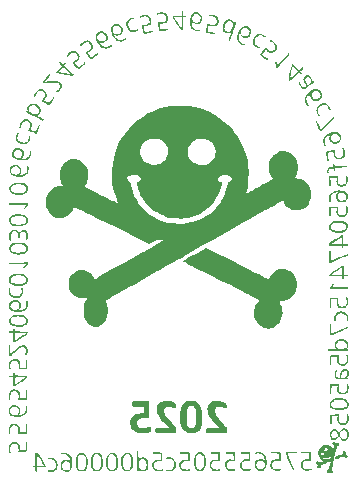
<source format=gbr>
%TF.GenerationSoftware,KiCad,Pcbnew,9.0.1*%
%TF.CreationDate,2025-07-13T22:34:50-07:00*%
%TF.ProjectId,defcon33_keychhain,64656663-6f6e-4333-935f-6b6579636868,rev?*%
%TF.SameCoordinates,Original*%
%TF.FileFunction,Soldermask,Bot*%
%TF.FilePolarity,Negative*%
%FSLAX46Y46*%
G04 Gerber Fmt 4.6, Leading zero omitted, Abs format (unit mm)*
G04 Created by KiCad (PCBNEW 9.0.1) date 2025-07-13 22:34:50*
%MOMM*%
%LPD*%
G01*
G04 APERTURE LIST*
%ADD10C,0.000000*%
G04 APERTURE END LIST*
D10*
%TO.C,G\u002A\u002A\u002A*%
G36*
X165594855Y-94410446D02*
G01*
X165538719Y-94659541D01*
X165313680Y-95659764D01*
X165391360Y-95732327D01*
X165448602Y-95801779D01*
X165467402Y-95872271D01*
X165438498Y-95932084D01*
X165403285Y-95952477D01*
X165336282Y-95956711D01*
X165266374Y-95936419D01*
X165211371Y-95897699D01*
X165189079Y-95846653D01*
X165182784Y-95819971D01*
X165154517Y-95813829D01*
X165112726Y-95848096D01*
X165069764Y-95878940D01*
X165003014Y-95879034D01*
X164934570Y-95835370D01*
X164917864Y-95816137D01*
X164888876Y-95745134D01*
X164900028Y-95677254D01*
X164946049Y-95626358D01*
X165021666Y-95606312D01*
X165026433Y-95606232D01*
X165048627Y-95601360D01*
X165067288Y-95583612D01*
X165085236Y-95545607D01*
X165105291Y-95479960D01*
X165130274Y-95379288D01*
X165163002Y-95236207D01*
X165176951Y-95173050D01*
X165202461Y-95049900D01*
X165221064Y-94949124D01*
X165231158Y-94879777D01*
X165231142Y-94850913D01*
X165214163Y-94857812D01*
X165191860Y-94899097D01*
X165179569Y-94921424D01*
X165146776Y-94952093D01*
X165088841Y-94985890D01*
X164998040Y-95027112D01*
X164866649Y-95080057D01*
X164864860Y-95080756D01*
X164741903Y-95128479D01*
X164628937Y-95171811D01*
X164538422Y-95206005D01*
X164482817Y-95226312D01*
X164444601Y-95241873D01*
X164408745Y-95275383D01*
X164400101Y-95333201D01*
X164399756Y-95344604D01*
X164378422Y-95423223D01*
X164332138Y-95481633D01*
X164272334Y-95504509D01*
X164228630Y-95493760D01*
X164166247Y-95454231D01*
X164115586Y-95400450D01*
X164094690Y-95348283D01*
X164098897Y-95313011D01*
X164121037Y-95248326D01*
X164134580Y-95211464D01*
X164116678Y-95199098D01*
X164070866Y-95186329D01*
X164024309Y-95138001D01*
X163999018Y-95068884D01*
X164000155Y-94995328D01*
X164032881Y-94933681D01*
X164096466Y-94897577D01*
X164169336Y-94909098D01*
X164247226Y-94969858D01*
X164247440Y-94970087D01*
X164280622Y-95004554D01*
X164309645Y-95024564D01*
X164344851Y-95029376D01*
X164396581Y-95018247D01*
X164475178Y-94990436D01*
X164590983Y-94945201D01*
X164667336Y-94915186D01*
X164587301Y-94881341D01*
X164550838Y-94862366D01*
X164474883Y-94811440D01*
X164398788Y-94749700D01*
X164314897Y-94656434D01*
X164534853Y-94656434D01*
X164576078Y-94688054D01*
X164663360Y-94721893D01*
X164729280Y-94741791D01*
X164845440Y-94762620D01*
X164946020Y-94754808D01*
X165049099Y-94718181D01*
X165169353Y-94641877D01*
X165274515Y-94526273D01*
X165342875Y-94388494D01*
X165367389Y-94239144D01*
X165365121Y-94205984D01*
X165348364Y-94125022D01*
X165320008Y-94037479D01*
X165285699Y-93957428D01*
X165251078Y-93898940D01*
X165221788Y-93876085D01*
X165206164Y-93882653D01*
X165197393Y-93886340D01*
X165163628Y-93926553D01*
X165150435Y-93953053D01*
X165151162Y-93977890D01*
X165191131Y-93986999D01*
X165197883Y-93988335D01*
X165242270Y-94023539D01*
X165280134Y-94095711D01*
X165304781Y-94192736D01*
X165307223Y-94213018D01*
X165300525Y-94293704D01*
X165296106Y-94346936D01*
X165243459Y-94474116D01*
X165156776Y-94581289D01*
X165043554Y-94655184D01*
X164990302Y-94672797D01*
X164894136Y-94686930D01*
X164797247Y-94684625D01*
X164712326Y-94667664D01*
X164652066Y-94637833D01*
X164629159Y-94596916D01*
X164626091Y-94577564D01*
X164601012Y-94564881D01*
X164557897Y-94593366D01*
X164535390Y-94621796D01*
X164534853Y-94656434D01*
X164314897Y-94656434D01*
X164301827Y-94641904D01*
X164217058Y-94486661D01*
X164174245Y-94317706D01*
X164174257Y-94267780D01*
X164375934Y-94267780D01*
X164381293Y-94336488D01*
X164431215Y-94395951D01*
X164454665Y-94412035D01*
X164495925Y-94431612D01*
X164532969Y-94422483D01*
X164587551Y-94382822D01*
X164610335Y-94362282D01*
X164650010Y-94293704D01*
X164644216Y-94224991D01*
X164592690Y-94167114D01*
X164576688Y-94157141D01*
X164525373Y-94140117D01*
X164471798Y-94157612D01*
X164413192Y-94201262D01*
X164375934Y-94267780D01*
X164174257Y-94267780D01*
X164174288Y-94144139D01*
X164218092Y-93975062D01*
X164224980Y-93962956D01*
X164707418Y-93962956D01*
X164736053Y-94023266D01*
X164745699Y-94031421D01*
X164809399Y-94052221D01*
X164883420Y-94043540D01*
X164943351Y-94007264D01*
X164974725Y-93957425D01*
X164980149Y-93882653D01*
X164938929Y-93815968D01*
X164899829Y-93787706D01*
X164836060Y-93777801D01*
X164762077Y-93813467D01*
X164746731Y-93826588D01*
X164711930Y-93889714D01*
X164707418Y-93962956D01*
X164224980Y-93962956D01*
X164306558Y-93819575D01*
X164334896Y-93784357D01*
X164468100Y-93662472D01*
X164624021Y-93585357D01*
X164806915Y-93550725D01*
X164905394Y-93548207D01*
X165065392Y-93571336D01*
X165208056Y-93634662D01*
X165347035Y-93743045D01*
X165395213Y-93787643D01*
X165443080Y-93823896D01*
X165471812Y-93821241D01*
X165491574Y-93776108D01*
X165512531Y-93684926D01*
X165516809Y-93664555D01*
X165523131Y-93605923D01*
X165505915Y-93568877D01*
X165457231Y-93531408D01*
X165412145Y-93489782D01*
X165375470Y-93419024D01*
X165371629Y-93347477D01*
X165404191Y-93291294D01*
X165408540Y-93287834D01*
X165483154Y-93259539D01*
X165565010Y-93271946D01*
X165635883Y-93322594D01*
X165685798Y-93365704D01*
X165726384Y-93364342D01*
X165771202Y-93346083D01*
X165853747Y-93349221D01*
X165927155Y-93392084D01*
X165946551Y-93414704D01*
X165975612Y-93489208D01*
X165962082Y-93561537D01*
X165910742Y-93619432D01*
X165826369Y-93650635D01*
X165815578Y-93652673D01*
X165800759Y-93659609D01*
X165786544Y-93675232D01*
X165771633Y-93704098D01*
X165754730Y-93750760D01*
X165734534Y-93819775D01*
X165709747Y-93915696D01*
X165679071Y-94043078D01*
X165641206Y-94206477D01*
X165633783Y-94239144D01*
X165594855Y-94410446D01*
G37*
G36*
X144666892Y-95148733D02*
G01*
X144637337Y-95339110D01*
X144582036Y-95502823D01*
X144503006Y-95634604D01*
X144402262Y-95729187D01*
X144281822Y-95781305D01*
X144244819Y-95788280D01*
X144079607Y-95788439D01*
X143916922Y-95739631D01*
X143835530Y-95679612D01*
X143760183Y-95574347D01*
X143700354Y-95434990D01*
X143658712Y-95269710D01*
X143637925Y-95086676D01*
X143639402Y-94982765D01*
X143797596Y-94982765D01*
X143798754Y-95073463D01*
X143811047Y-95253137D01*
X143838128Y-95393304D01*
X143881675Y-95500868D01*
X143943366Y-95582736D01*
X143994631Y-95626507D01*
X144055170Y-95651080D01*
X144141188Y-95657214D01*
X144152887Y-95657068D01*
X144271884Y-95634570D01*
X144365993Y-95572481D01*
X144436503Y-95468967D01*
X144484704Y-95322197D01*
X144511885Y-95130337D01*
X144516656Y-95010925D01*
X144506691Y-94826488D01*
X144477442Y-94658213D01*
X144431070Y-94522346D01*
X144370243Y-94433802D01*
X144278331Y-94366398D01*
X144172686Y-94335903D01*
X144064961Y-94345437D01*
X143966808Y-94398118D01*
X143928554Y-94434811D01*
X143868057Y-94524015D01*
X143827488Y-94640157D01*
X143804713Y-94790614D01*
X143797596Y-94982765D01*
X143639402Y-94982765D01*
X143640663Y-94894058D01*
X143642869Y-94868019D01*
X143675741Y-94650838D01*
X143731573Y-94478322D01*
X143811321Y-94349312D01*
X143915943Y-94262648D01*
X144046394Y-94217170D01*
X144203632Y-94211720D01*
X144209933Y-94212278D01*
X144348766Y-94246538D01*
X144461777Y-94321535D01*
X144549968Y-94438583D01*
X144614342Y-94598995D01*
X144655903Y-94804086D01*
X144668686Y-94936959D01*
X144668059Y-95010925D01*
X144666892Y-95148733D01*
G37*
G36*
X143320255Y-95439063D02*
G01*
X143257916Y-95593058D01*
X143166940Y-95707312D01*
X143046795Y-95783026D01*
X143003166Y-95793695D01*
X142919189Y-95801070D01*
X142823323Y-95800021D01*
X142783141Y-95796482D01*
X142627625Y-95757453D01*
X142506437Y-95681447D01*
X142421088Y-95570279D01*
X142373091Y-95425759D01*
X142364458Y-95259304D01*
X142498027Y-95259304D01*
X142512202Y-95400258D01*
X142545186Y-95497503D01*
X142604719Y-95583694D01*
X142695521Y-95647094D01*
X142700223Y-95649419D01*
X142776109Y-95672946D01*
X142861012Y-95682570D01*
X142928171Y-95676178D01*
X143039838Y-95630851D01*
X143125417Y-95546726D01*
X143180181Y-95429365D01*
X143199405Y-95284330D01*
X143197426Y-95236533D01*
X143166635Y-95112794D01*
X143096978Y-95020726D01*
X142986420Y-94957204D01*
X142921739Y-94937729D01*
X142792575Y-94930843D01*
X142679165Y-94965589D01*
X142587966Y-95035937D01*
X142525434Y-95135853D01*
X142498027Y-95259304D01*
X142364458Y-95259304D01*
X142363960Y-95249700D01*
X142370862Y-95169340D01*
X142391419Y-95071369D01*
X142426374Y-95002667D01*
X142467471Y-94953473D01*
X142586975Y-94859586D01*
X142722741Y-94808758D01*
X142865812Y-94801974D01*
X143007235Y-94840216D01*
X143138056Y-94924469D01*
X143164765Y-94947643D01*
X143204729Y-94977937D01*
X143221527Y-94977314D01*
X143224951Y-94948478D01*
X143223382Y-94911553D01*
X143199659Y-94779307D01*
X143153811Y-94645598D01*
X143094103Y-94536453D01*
X143024922Y-94457574D01*
X142910466Y-94381648D01*
X142769772Y-94343678D01*
X142596611Y-94341219D01*
X142532984Y-94345843D01*
X142463192Y-94348484D01*
X142426725Y-94342653D01*
X142412771Y-94325651D01*
X142410522Y-94294781D01*
X142413458Y-94266796D01*
X142438425Y-94235755D01*
X142500472Y-94217395D01*
X142561346Y-94209365D01*
X142715210Y-94210369D01*
X142871413Y-94235324D01*
X143004911Y-94281071D01*
X143111443Y-94348653D01*
X143221375Y-94470483D01*
X143299656Y-94631336D01*
X143346481Y-94831644D01*
X143362046Y-95071843D01*
X143354491Y-95244124D01*
X143347430Y-95284330D01*
X143320255Y-95439063D01*
G37*
G36*
X141632032Y-94637435D02*
G01*
X141793518Y-94681663D01*
X141924878Y-94763559D01*
X142022802Y-94880374D01*
X142083983Y-95029354D01*
X142105111Y-95207748D01*
X142105101Y-95212560D01*
X142085914Y-95401586D01*
X142030656Y-95557221D01*
X141940190Y-95677815D01*
X141815380Y-95761719D01*
X141787776Y-95773412D01*
X141713048Y-95794426D01*
X141620670Y-95803742D01*
X141494290Y-95803488D01*
X141429065Y-95801308D01*
X141348099Y-95796133D01*
X141302529Y-95787048D01*
X141282449Y-95771454D01*
X141277957Y-95746754D01*
X141278664Y-95733972D01*
X141288839Y-95713674D01*
X141319232Y-95702259D01*
X141380066Y-95697170D01*
X141481564Y-95695852D01*
X141518432Y-95695331D01*
X141656762Y-95681005D01*
X141760131Y-95642901D01*
X141839208Y-95575398D01*
X141904658Y-95472875D01*
X141936235Y-95379352D01*
X141951454Y-95256926D01*
X141947894Y-95129090D01*
X141926140Y-95013639D01*
X141886777Y-94928364D01*
X141851427Y-94883484D01*
X141783798Y-94817508D01*
X141708474Y-94778270D01*
X141611311Y-94759810D01*
X141478165Y-94756167D01*
X141391830Y-94756734D01*
X141320769Y-94754494D01*
X141283279Y-94746748D01*
X141269691Y-94731128D01*
X141270335Y-94705265D01*
X141272518Y-94694150D01*
X141290735Y-94666037D01*
X141335081Y-94648649D01*
X141417937Y-94636191D01*
X141443726Y-94633628D01*
X141632032Y-94637435D01*
G37*
G36*
X141113561Y-95293279D02*
G01*
X141132837Y-95345441D01*
X141143546Y-95428156D01*
X140758998Y-95428156D01*
X140374450Y-95428156D01*
X140374450Y-95620728D01*
X140374450Y-95813301D01*
X140304460Y-95805247D01*
X140282354Y-95802209D01*
X140254869Y-95791273D01*
X140239536Y-95763633D01*
X140231771Y-95707897D01*
X140226992Y-95612675D01*
X140219514Y-95428156D01*
X140104330Y-95428156D01*
X140074175Y-95427935D01*
X140018736Y-95422894D01*
X139997256Y-95406100D01*
X139997279Y-95370891D01*
X140008739Y-95336564D01*
X140042961Y-95315535D01*
X140113578Y-95305801D01*
X140221744Y-95297975D01*
X140221744Y-94837695D01*
X140374450Y-94837695D01*
X140374450Y-95300901D01*
X140679861Y-95300901D01*
X140682989Y-95300901D01*
X140800484Y-95299815D01*
X140896587Y-95296955D01*
X140961461Y-95292747D01*
X140985272Y-95287620D01*
X140976506Y-95271317D01*
X140943941Y-95219015D01*
X140892129Y-95138405D01*
X140826169Y-95037187D01*
X140751161Y-94923065D01*
X140672204Y-94803741D01*
X140594398Y-94686917D01*
X140522843Y-94580295D01*
X140462639Y-94491578D01*
X140418886Y-94428468D01*
X140396683Y-94398667D01*
X140390200Y-94409790D01*
X140383794Y-94464710D01*
X140378818Y-94558589D01*
X140375596Y-94685045D01*
X140374450Y-94837695D01*
X140221744Y-94837695D01*
X140221744Y-94764969D01*
X140221744Y-94231964D01*
X140322050Y-94231964D01*
X140422356Y-94231964D01*
X140772243Y-94747344D01*
X140886765Y-94918493D01*
X140988999Y-95077276D01*
X141065106Y-95203048D01*
X141110522Y-95287620D01*
X141113561Y-95293279D01*
G37*
G36*
X151602428Y-94591256D02*
G01*
X151760119Y-94617563D01*
X151888726Y-94677337D01*
X151997979Y-94774467D01*
X152004954Y-94782615D01*
X152082384Y-94912390D01*
X152125586Y-95068681D01*
X152132600Y-95239404D01*
X152101466Y-95412478D01*
X152098960Y-95420422D01*
X152045232Y-95524576D01*
X151961157Y-95624647D01*
X151861632Y-95705718D01*
X151761554Y-95752868D01*
X151601413Y-95779128D01*
X151388328Y-95768133D01*
X151343495Y-95758610D01*
X151303347Y-95736073D01*
X151292887Y-95696269D01*
X151293772Y-95676867D01*
X151303411Y-95656897D01*
X151332355Y-95647552D01*
X151391097Y-95646430D01*
X151490131Y-95651130D01*
X151505357Y-95651955D01*
X151605249Y-95655042D01*
X151672845Y-95649635D01*
X151724471Y-95632944D01*
X151776454Y-95602176D01*
X151805666Y-95580375D01*
X151892641Y-95480640D01*
X151949487Y-95356930D01*
X151976156Y-95220047D01*
X151972602Y-95080787D01*
X151938777Y-94949951D01*
X151874635Y-94838335D01*
X151780129Y-94756739D01*
X151765623Y-94749092D01*
X151658620Y-94716393D01*
X151525017Y-94704699D01*
X151382437Y-94715822D01*
X151360882Y-94718763D01*
X151315402Y-94713466D01*
X151297218Y-94680404D01*
X151295974Y-94672835D01*
X151302848Y-94632404D01*
X151340582Y-94606658D01*
X151415686Y-94593099D01*
X151534670Y-94589225D01*
X151602428Y-94591256D01*
G37*
G36*
X150673094Y-94181355D02*
G01*
X150794928Y-94183202D01*
X150878320Y-94187388D01*
X150930689Y-94194648D01*
X150959453Y-94205714D01*
X150972028Y-94221320D01*
X150973252Y-94225584D01*
X150978820Y-94274084D01*
X150983338Y-94360472D01*
X150986369Y-94473939D01*
X150987476Y-94603679D01*
X150987476Y-94945780D01*
X150790231Y-94929541D01*
X150735103Y-94925844D01*
X150563863Y-94929234D01*
X150433117Y-94960004D01*
X150339987Y-95019787D01*
X150281596Y-95110214D01*
X150255066Y-95232915D01*
X150253256Y-95292948D01*
X150278307Y-95426496D01*
X150344784Y-95531073D01*
X150451243Y-95604926D01*
X150596239Y-95646307D01*
X150601969Y-95647113D01*
X150718574Y-95648670D01*
X150850044Y-95629644D01*
X150968388Y-95593971D01*
X150987981Y-95587973D01*
X151007992Y-95600672D01*
X151012927Y-95653338D01*
X151012927Y-95653937D01*
X151007222Y-95705908D01*
X150980344Y-95732148D01*
X150917486Y-95747223D01*
X150903486Y-95749626D01*
X150836885Y-95762736D01*
X150796594Y-95773357D01*
X150789854Y-95775541D01*
X150726939Y-95780055D01*
X150635366Y-95772706D01*
X150532182Y-95756126D01*
X150434430Y-95732948D01*
X150359153Y-95705804D01*
X150333911Y-95692833D01*
X150231469Y-95615930D01*
X150161202Y-95510755D01*
X150116215Y-95367710D01*
X150105274Y-95296409D01*
X150112282Y-95144732D01*
X150161563Y-95015883D01*
X150249260Y-94913565D01*
X150371515Y-94841485D01*
X150524471Y-94803347D01*
X150704271Y-94802856D01*
X150782738Y-94809856D01*
X150834200Y-94809936D01*
X150853560Y-94799904D01*
X150850613Y-94778105D01*
X150848291Y-94769742D01*
X150841398Y-94713843D01*
X150836582Y-94626467D01*
X150834771Y-94522567D01*
X150834771Y-94308316D01*
X150503909Y-94308316D01*
X150173047Y-94308316D01*
X150173047Y-94244689D01*
X150173047Y-94181062D01*
X150564813Y-94181062D01*
X150673094Y-94181355D01*
G37*
G36*
X149799606Y-95199098D02*
G01*
X149799559Y-95206551D01*
X149780510Y-95396816D01*
X149727740Y-95551570D01*
X149642003Y-95669312D01*
X149524049Y-95748541D01*
X149462303Y-95768208D01*
X149357098Y-95781751D01*
X149252701Y-95777814D01*
X149172426Y-95755908D01*
X149168289Y-95753708D01*
X149109627Y-95714326D01*
X149046845Y-95662068D01*
X148976855Y-95596789D01*
X148976855Y-95677903D01*
X148973886Y-95725396D01*
X148953482Y-95753273D01*
X148900502Y-95759018D01*
X148824149Y-95759018D01*
X148824149Y-95124706D01*
X148976083Y-95124706D01*
X148983159Y-95270161D01*
X149016941Y-95408170D01*
X149075026Y-95525543D01*
X149155011Y-95609088D01*
X149212269Y-95641500D01*
X149323926Y-95666889D01*
X149431283Y-95644799D01*
X149527834Y-95577282D01*
X149607072Y-95466392D01*
X149630925Y-95389105D01*
X149644340Y-95279140D01*
X149646599Y-95155391D01*
X149637382Y-95035986D01*
X149616370Y-94939059D01*
X149581358Y-94864003D01*
X149503712Y-94777326D01*
X149406683Y-94727499D01*
X149300394Y-94715064D01*
X149194971Y-94740563D01*
X149100537Y-94804537D01*
X149027216Y-94907529D01*
X148998115Y-94984998D01*
X148976083Y-95124706D01*
X148824149Y-95124706D01*
X148824149Y-94919138D01*
X148824149Y-94079258D01*
X148887777Y-94079258D01*
X148894259Y-94079291D01*
X148926297Y-94083727D01*
X148943396Y-94103899D01*
X148950258Y-94151525D01*
X148951585Y-94238326D01*
X148952920Y-94313640D01*
X148958785Y-94444817D01*
X148967704Y-94566118D01*
X148983642Y-94734842D01*
X149070936Y-94675603D01*
X149140211Y-94637339D01*
X149277058Y-94599806D01*
X149418676Y-94601292D01*
X149551526Y-94640840D01*
X149662071Y-94717488D01*
X149704225Y-94767423D01*
X149759059Y-94876476D01*
X149790159Y-95017937D01*
X149797327Y-95155391D01*
X149799606Y-95199098D01*
G37*
G36*
X148519492Y-95048058D02*
G01*
X148504725Y-95238440D01*
X148468578Y-95407038D01*
X148447159Y-95467137D01*
X148374293Y-95600816D01*
X148280524Y-95700494D01*
X148172766Y-95757967D01*
X148083755Y-95777509D01*
X147929991Y-95776562D01*
X147790920Y-95730576D01*
X147673846Y-95641260D01*
X147669681Y-95636789D01*
X147608798Y-95559472D01*
X147564960Y-95472942D01*
X147535206Y-95366843D01*
X147516576Y-95230819D01*
X147506108Y-95054516D01*
X147505689Y-94982765D01*
X147647515Y-94982765D01*
X147649075Y-95087236D01*
X147660959Y-95244936D01*
X147686565Y-95367601D01*
X147728300Y-95464850D01*
X147788572Y-95546301D01*
X147813728Y-95570786D01*
X147912669Y-95630235D01*
X148022430Y-95652701D01*
X148126325Y-95633858D01*
X148203082Y-95584288D01*
X148279864Y-95481137D01*
X148331851Y-95333920D01*
X148358958Y-95142902D01*
X148361097Y-94908351D01*
X148354579Y-94806179D01*
X148326301Y-94625602D01*
X148277089Y-94489023D01*
X148205538Y-94394218D01*
X148110242Y-94338965D01*
X147989796Y-94321042D01*
X147981124Y-94321081D01*
X147908769Y-94328372D01*
X147853720Y-94355851D01*
X147792964Y-94414438D01*
X147752134Y-94464571D01*
X147702527Y-94554132D01*
X147670260Y-94663689D01*
X147652775Y-94803236D01*
X147647515Y-94982765D01*
X147505689Y-94982765D01*
X147504976Y-94860871D01*
X147521507Y-94671884D01*
X147558836Y-94519494D01*
X147618516Y-94397729D01*
X147702098Y-94300617D01*
X147815887Y-94225512D01*
X147949783Y-94187681D01*
X148086907Y-94191272D01*
X148216945Y-94234389D01*
X148329584Y-94315135D01*
X148414509Y-94431614D01*
X148444060Y-94500467D01*
X148488304Y-94663646D01*
X148513734Y-94851318D01*
X148515403Y-94908351D01*
X148519492Y-95048058D01*
G37*
G36*
X147231637Y-95008216D02*
G01*
X147223675Y-95197587D01*
X147190151Y-95398166D01*
X147130131Y-95556347D01*
X147043294Y-95672919D01*
X146929319Y-95748669D01*
X146877516Y-95765455D01*
X146763176Y-95781232D01*
X146642384Y-95778745D01*
X146541588Y-95757399D01*
X146464531Y-95715122D01*
X146369971Y-95618628D01*
X146294528Y-95485539D01*
X146240332Y-95322829D01*
X146209518Y-95137474D01*
X146205437Y-94982765D01*
X146368137Y-94982765D01*
X146370679Y-95116809D01*
X146384822Y-95280194D01*
X146413101Y-95406715D01*
X146457475Y-95504075D01*
X146519898Y-95579974D01*
X146567822Y-95611628D01*
X146662771Y-95642163D01*
X146766247Y-95650763D01*
X146854552Y-95633631D01*
X146917928Y-95594913D01*
X146988987Y-95507630D01*
X147038709Y-95380225D01*
X147067931Y-95210308D01*
X147077486Y-94995491D01*
X147075329Y-94873685D01*
X147062035Y-94715508D01*
X147034627Y-94592738D01*
X146990818Y-94496525D01*
X146928322Y-94418020D01*
X146921878Y-94411625D01*
X146862193Y-94361648D01*
X146802537Y-94339057D01*
X146717702Y-94333767D01*
X146695879Y-94334188D01*
X146587656Y-94353178D01*
X146503458Y-94403011D01*
X146441346Y-94487285D01*
X146399382Y-94609602D01*
X146375625Y-94773562D01*
X146368137Y-94982765D01*
X146205437Y-94982765D01*
X146204215Y-94936447D01*
X146226557Y-94726723D01*
X146268144Y-94560992D01*
X146340702Y-94404907D01*
X146437046Y-94289472D01*
X146554702Y-94216769D01*
X146691192Y-94188877D01*
X146844042Y-94207876D01*
X146906786Y-94229353D01*
X147025299Y-94304383D01*
X147116381Y-94418423D01*
X147180692Y-94572834D01*
X147218891Y-94768978D01*
X147230959Y-94995491D01*
X147231637Y-95008216D01*
G37*
G36*
X145943332Y-95084085D02*
G01*
X145941135Y-95135778D01*
X145932776Y-95259574D01*
X145919484Y-95352646D01*
X145898550Y-95430042D01*
X145867268Y-95506813D01*
X145834022Y-95570476D01*
X145737464Y-95690890D01*
X145617336Y-95767422D01*
X145579722Y-95774060D01*
X145505085Y-95777821D01*
X145413159Y-95776909D01*
X145280616Y-95760785D01*
X145169832Y-95714983D01*
X145083077Y-95632722D01*
X145009611Y-95506813D01*
X145007683Y-95502693D01*
X144981859Y-95443821D01*
X144963973Y-95389459D01*
X144952578Y-95328527D01*
X144946230Y-95249942D01*
X144943482Y-95142624D01*
X144942887Y-94995491D01*
X144942888Y-94984825D01*
X144943258Y-94907241D01*
X145075925Y-94907241D01*
X145076739Y-95096078D01*
X145098128Y-95270126D01*
X145138151Y-95420767D01*
X145194870Y-95539383D01*
X145266345Y-95617356D01*
X145308734Y-95638569D01*
X145406367Y-95655327D01*
X145513273Y-95645074D01*
X145608045Y-95608372D01*
X145631026Y-95592914D01*
X145690460Y-95532305D01*
X145733548Y-95447440D01*
X145762094Y-95331866D01*
X145777899Y-95179126D01*
X145782767Y-94982765D01*
X145782640Y-94919603D01*
X145780755Y-94796459D01*
X145775388Y-94707677D01*
X145764990Y-94641538D01*
X145748009Y-94586324D01*
X145722896Y-94530317D01*
X145713815Y-94512593D01*
X145638520Y-94410298D01*
X145542340Y-94352163D01*
X145418425Y-94333767D01*
X145326654Y-94346425D01*
X145235418Y-94397496D01*
X145165650Y-94489859D01*
X145115748Y-94625783D01*
X145084111Y-94807535D01*
X145075925Y-94907241D01*
X144943258Y-94907241D01*
X144943576Y-94840529D01*
X144946509Y-94735351D01*
X144953133Y-94658207D01*
X144964894Y-94598016D01*
X144983237Y-94543697D01*
X145009611Y-94484169D01*
X145060226Y-94391898D01*
X145146158Y-94294602D01*
X145254444Y-94236531D01*
X145394517Y-94210989D01*
X145510709Y-94212657D01*
X145651834Y-94251280D01*
X145765305Y-94332477D01*
X145851156Y-94456302D01*
X145909421Y-94622809D01*
X145940135Y-94832052D01*
X145942047Y-94982765D01*
X145943332Y-95084085D01*
G37*
G36*
X157146594Y-94537970D02*
G01*
X157146594Y-94920329D01*
X156949350Y-94904090D01*
X156786878Y-94899726D01*
X156640015Y-94920815D01*
X156531545Y-94970935D01*
X156458791Y-95051395D01*
X156419080Y-95163503D01*
X156417153Y-95174423D01*
X156415725Y-95314261D01*
X156457019Y-95433535D01*
X156535715Y-95527673D01*
X156646489Y-95592104D01*
X156784020Y-95622257D01*
X156942987Y-95613559D01*
X156999307Y-95602749D01*
X157078053Y-95584646D01*
X157127506Y-95569404D01*
X157147562Y-95562892D01*
X157167236Y-95575348D01*
X157172045Y-95627887D01*
X157172045Y-95628486D01*
X157166340Y-95680457D01*
X157139462Y-95706697D01*
X157076604Y-95721772D01*
X157062563Y-95724167D01*
X156995986Y-95736760D01*
X156955712Y-95746367D01*
X156894041Y-95758452D01*
X156776424Y-95754185D01*
X156648323Y-95725779D01*
X156527677Y-95677750D01*
X156432424Y-95614614D01*
X156416638Y-95599834D01*
X156334529Y-95494296D01*
X156289008Y-95368196D01*
X156275837Y-95210597D01*
X156282721Y-95126836D01*
X156327208Y-94991465D01*
X156410158Y-94886356D01*
X156528340Y-94813921D01*
X156678522Y-94776571D01*
X156857472Y-94776717D01*
X157019340Y-94793301D01*
X157019060Y-94633524D01*
X157017579Y-94560392D01*
X157011730Y-94457348D01*
X157003004Y-94378306D01*
X156987229Y-94282865D01*
X156659697Y-94282865D01*
X156332165Y-94282865D01*
X156332165Y-94219238D01*
X156332165Y-94155611D01*
X156739380Y-94155611D01*
X157146594Y-94155611D01*
X157146594Y-94537970D01*
G37*
G36*
X155857462Y-94327404D02*
G01*
X155860574Y-94362959D01*
X155868258Y-94484917D01*
X155872434Y-94610145D01*
X155873148Y-94727832D01*
X155870443Y-94827162D01*
X155864366Y-94897323D01*
X155854961Y-94927501D01*
X155834173Y-94929852D01*
X155774462Y-94925168D01*
X155693654Y-94912770D01*
X155642441Y-94904619D01*
X155470905Y-94899538D01*
X155329827Y-94934052D01*
X155220222Y-95007955D01*
X155178801Y-95052526D01*
X155150544Y-95099796D01*
X155138500Y-95159346D01*
X155135973Y-95250449D01*
X155138194Y-95339667D01*
X155149960Y-95399298D01*
X155178844Y-95447790D01*
X155232420Y-95505140D01*
X155279035Y-95547924D01*
X155357937Y-95596026D01*
X155454773Y-95620468D01*
X155581795Y-95625423D01*
X155727290Y-95607337D01*
X155854961Y-95569189D01*
X155874214Y-95562897D01*
X155894513Y-95574668D01*
X155899500Y-95626512D01*
X155894107Y-95675588D01*
X155867107Y-95706364D01*
X155804059Y-95728408D01*
X155632045Y-95755727D01*
X155457349Y-95749065D01*
X155297138Y-95709379D01*
X155165016Y-95638581D01*
X155150023Y-95626680D01*
X155060439Y-95522445D01*
X155004821Y-95395021D01*
X154983683Y-95256135D01*
X154997535Y-95117516D01*
X155046889Y-94990893D01*
X155132258Y-94887993D01*
X155209631Y-94839425D01*
X155336305Y-94795750D01*
X155475522Y-94776822D01*
X155607425Y-94786867D01*
X155721344Y-94811164D01*
X155721344Y-94547015D01*
X155721344Y-94282865D01*
X155390482Y-94282865D01*
X155059620Y-94282865D01*
X155059620Y-94219238D01*
X155059620Y-94155611D01*
X155450429Y-94155611D01*
X155841238Y-94155611D01*
X155857462Y-94327404D01*
G37*
G36*
X154686392Y-95012635D02*
G01*
X154676032Y-95174758D01*
X154669677Y-95219906D01*
X154622765Y-95412948D01*
X154549289Y-95563384D01*
X154449524Y-95670777D01*
X154323744Y-95734694D01*
X154287206Y-95744312D01*
X154137712Y-95754050D01*
X153997706Y-95718216D01*
X153874639Y-95641107D01*
X153775962Y-95527019D01*
X153709122Y-95380248D01*
X153678683Y-95234323D01*
X153664346Y-95059485D01*
X153665663Y-94944589D01*
X153825251Y-94944589D01*
X153825336Y-94995844D01*
X153827087Y-95127398D01*
X153832146Y-95223061D01*
X153841874Y-95294202D01*
X153857634Y-95352188D01*
X153880785Y-95408389D01*
X153883981Y-95415161D01*
X153946449Y-95512671D01*
X154020765Y-95580087D01*
X154040655Y-95591364D01*
X154154516Y-95625877D01*
X154265409Y-95612751D01*
X154365249Y-95554398D01*
X154445952Y-95453230D01*
X154469140Y-95402613D01*
X154503931Y-95274815D01*
X154525209Y-95119601D01*
X154532630Y-94951338D01*
X154525855Y-94784393D01*
X154504540Y-94633132D01*
X154468344Y-94511924D01*
X154443381Y-94462155D01*
X154362426Y-94363123D01*
X154264336Y-94305950D01*
X154157886Y-94290822D01*
X154051854Y-94317920D01*
X153955017Y-94387430D01*
X153876153Y-94499534D01*
X153871891Y-94508210D01*
X153851829Y-94558104D01*
X153838361Y-94615962D01*
X153830260Y-94692510D01*
X153826299Y-94798476D01*
X153825251Y-94944589D01*
X153665663Y-94944589D01*
X153666467Y-94874478D01*
X153684222Y-94694135D01*
X153716782Y-94533294D01*
X153763324Y-94406789D01*
X153817687Y-94322836D01*
X153920040Y-94230556D01*
X154040503Y-94176227D01*
X154170227Y-94159333D01*
X154300360Y-94179359D01*
X154422054Y-94235789D01*
X154526457Y-94328107D01*
X154604720Y-94455799D01*
X154628783Y-94524013D01*
X154661058Y-94670026D01*
X154680831Y-94838646D01*
X154684433Y-94951338D01*
X154686392Y-95012635D01*
G37*
G36*
X153287157Y-94337501D02*
G01*
X153288453Y-94350592D01*
X153296086Y-94459224D01*
X153301470Y-94589505D01*
X153303508Y-94716069D01*
X153303508Y-94938198D01*
X153078471Y-94925367D01*
X152959908Y-94922325D01*
X152807906Y-94935934D01*
X152696248Y-94974296D01*
X152621163Y-95039895D01*
X152578879Y-95135211D01*
X152565622Y-95262725D01*
X152583827Y-95400561D01*
X152639903Y-95507903D01*
X152733612Y-95581137D01*
X152864705Y-95620071D01*
X153032935Y-95624512D01*
X153131824Y-95615669D01*
X153218734Y-95604293D01*
X153273722Y-95592933D01*
X153306265Y-95584668D01*
X153326109Y-95596407D01*
X153324624Y-95646346D01*
X153305514Y-95703473D01*
X153252606Y-95736386D01*
X153161148Y-95751999D01*
X153037984Y-95757466D01*
X152908390Y-95751827D01*
X152791241Y-95735966D01*
X152705412Y-95710766D01*
X152654837Y-95683985D01*
X152536768Y-95586238D01*
X152456205Y-95462156D01*
X152416191Y-95320658D01*
X152419772Y-95170661D01*
X152469991Y-95021085D01*
X152472528Y-95016163D01*
X152549127Y-94909352D01*
X152651201Y-94839099D01*
X152784196Y-94802893D01*
X152953558Y-94798225D01*
X153150803Y-94808917D01*
X153150803Y-94558616D01*
X153150803Y-94308316D01*
X152819941Y-94308316D01*
X152489079Y-94308316D01*
X152489079Y-94244689D01*
X152489079Y-94181062D01*
X152879942Y-94181062D01*
X153270806Y-94181062D01*
X153287157Y-94337501D01*
G37*
G36*
X163569212Y-94324882D02*
G01*
X163576766Y-94435245D01*
X163583199Y-94579149D01*
X163585672Y-94706794D01*
X163585672Y-94893984D01*
X163373717Y-94877692D01*
X163275194Y-94873083D01*
X163114516Y-94884369D01*
X162993946Y-94923919D01*
X162910955Y-94993423D01*
X162863014Y-95094569D01*
X162847596Y-95229047D01*
X162848954Y-95299275D01*
X162858686Y-95364496D01*
X162883958Y-95413618D01*
X162931849Y-95466597D01*
X162945785Y-95479978D01*
X163069405Y-95560524D01*
X163215568Y-95596087D01*
X163382065Y-95586082D01*
X163438589Y-95574783D01*
X163517212Y-95556664D01*
X163566584Y-95542175D01*
X163577306Y-95538438D01*
X163604176Y-95543825D01*
X163611123Y-95589362D01*
X163607335Y-95632735D01*
X163587211Y-95664787D01*
X163539363Y-95686936D01*
X163452446Y-95707642D01*
X163307802Y-95723368D01*
X163145482Y-95709948D01*
X162995919Y-95666638D01*
X162870530Y-95596899D01*
X162780736Y-95504188D01*
X162744693Y-95434204D01*
X162708427Y-95302386D01*
X162698732Y-95162751D01*
X162718713Y-95038602D01*
X162757154Y-94957940D01*
X162847489Y-94859541D01*
X162970944Y-94789579D01*
X163119871Y-94751935D01*
X163286624Y-94750485D01*
X163432967Y-94765652D01*
X163432967Y-94511533D01*
X163432967Y-94257415D01*
X163104828Y-94257415D01*
X163085635Y-94257404D01*
X162953348Y-94256275D01*
X162862860Y-94252619D01*
X162806068Y-94245480D01*
X162774868Y-94233906D01*
X162761158Y-94216941D01*
X162755497Y-94194829D01*
X162759937Y-94153314D01*
X162769486Y-94148984D01*
X162821711Y-94141535D01*
X162910884Y-94135565D01*
X163027862Y-94131599D01*
X163163500Y-94130160D01*
X163552752Y-94130160D01*
X163569212Y-94324882D01*
G37*
G36*
X160824249Y-94134519D02*
G01*
X160976955Y-94142885D01*
X160996799Y-94321042D01*
X161005596Y-94434498D01*
X161010358Y-94573662D01*
X161009524Y-94702805D01*
X161007358Y-94758938D01*
X161001986Y-94838349D01*
X160992824Y-94881559D01*
X160976965Y-94898377D01*
X160951504Y-94898613D01*
X160948966Y-94898251D01*
X160895597Y-94893923D01*
X160810092Y-94889923D01*
X160709720Y-94887073D01*
X160549264Y-94895545D01*
X160425830Y-94930669D01*
X160341247Y-94994765D01*
X160292621Y-95090052D01*
X160277055Y-95218750D01*
X160280535Y-95293805D01*
X160308481Y-95407158D01*
X160369224Y-95491081D01*
X160468511Y-95555688D01*
X160480488Y-95561396D01*
X160560046Y-95591710D01*
X160639147Y-95602673D01*
X160742802Y-95598158D01*
X160815722Y-95590678D01*
X160907047Y-95578551D01*
X160970592Y-95566856D01*
X161007274Y-95559609D01*
X161034876Y-95569692D01*
X161040582Y-95615343D01*
X161039005Y-95639035D01*
X161016938Y-95679223D01*
X160957867Y-95705093D01*
X160955495Y-95705769D01*
X160838694Y-95725527D01*
X160700214Y-95729886D01*
X160563603Y-95719345D01*
X160452409Y-95694402D01*
X160406925Y-95676057D01*
X160279171Y-95591889D01*
X160188251Y-95475389D01*
X160137253Y-95331612D01*
X160129266Y-95165611D01*
X160154032Y-95040870D01*
X160219246Y-94920332D01*
X160322082Y-94833344D01*
X160461458Y-94780765D01*
X160636290Y-94763452D01*
X160636950Y-94763454D01*
X160728964Y-94765946D01*
X160801303Y-94771892D01*
X160838358Y-94780013D01*
X160843343Y-94780246D01*
X160853746Y-94747114D01*
X160858310Y-94664464D01*
X160856976Y-94533078D01*
X160849700Y-94270140D01*
X160525201Y-94263017D01*
X160432211Y-94260762D01*
X160327219Y-94256762D01*
X160259691Y-94250871D01*
X160221507Y-94241718D01*
X160204551Y-94227927D01*
X160200702Y-94208127D01*
X160202452Y-94193414D01*
X160217214Y-94174988D01*
X160254864Y-94162199D01*
X160324726Y-94152478D01*
X160436123Y-94143257D01*
X160469775Y-94140995D01*
X160599987Y-94134936D01*
X160725870Y-94132604D01*
X160824249Y-94134519D01*
G37*
G36*
X159798595Y-95250921D02*
G01*
X159787400Y-95323532D01*
X159768174Y-95387223D01*
X159738784Y-95455911D01*
X159696305Y-95533855D01*
X159601154Y-95646321D01*
X159488077Y-95715203D01*
X159486224Y-95715888D01*
X159390892Y-95733048D01*
X159272240Y-95730478D01*
X159152376Y-95710250D01*
X159053410Y-95674439D01*
X158996270Y-95637608D01*
X158900062Y-95535100D01*
X158835042Y-95405840D01*
X158804316Y-95261038D01*
X158805625Y-95231793D01*
X158951465Y-95231793D01*
X158966059Y-95351604D01*
X159011637Y-95455835D01*
X159020462Y-95468315D01*
X159076816Y-95531491D01*
X159132528Y-95573753D01*
X159192865Y-95595894D01*
X159306934Y-95607502D01*
X159419547Y-95588935D01*
X159509747Y-95541961D01*
X159516830Y-95535857D01*
X159598929Y-95435392D01*
X159645128Y-95318202D01*
X159655926Y-95195311D01*
X159631820Y-95077746D01*
X159573308Y-94976532D01*
X159480888Y-94902695D01*
X159477175Y-94900834D01*
X159391991Y-94875523D01*
X159286575Y-94865564D01*
X159183670Y-94871492D01*
X159106017Y-94893846D01*
X159070124Y-94918627D01*
X159005845Y-95001330D01*
X158965510Y-95110377D01*
X158951465Y-95231793D01*
X158805625Y-95231793D01*
X158810989Y-95111905D01*
X158858167Y-94969652D01*
X158939839Y-94858188D01*
X159051341Y-94779063D01*
X159181128Y-94736573D01*
X159318929Y-94732475D01*
X159454473Y-94768529D01*
X159577489Y-94846493D01*
X159666233Y-94924411D01*
X159666233Y-94850041D01*
X159658519Y-94769573D01*
X159625257Y-94641959D01*
X159573372Y-94519134D01*
X159511250Y-94424139D01*
X159405572Y-94335805D01*
X159262932Y-94278539D01*
X159094223Y-94261996D01*
X158902706Y-94286911D01*
X158876054Y-94280827D01*
X158864530Y-94233581D01*
X158881596Y-94187295D01*
X158943328Y-94150805D01*
X159047515Y-94134114D01*
X159191446Y-94138016D01*
X159226538Y-94141859D01*
X159401804Y-94186895D01*
X159546957Y-94271545D01*
X159659525Y-94394456D01*
X159660879Y-94396468D01*
X159721175Y-94497029D01*
X159762806Y-94596996D01*
X159788743Y-94709131D01*
X159801958Y-94846192D01*
X159805423Y-95020942D01*
X159805418Y-95023276D01*
X159803890Y-95155475D01*
X159801680Y-95195311D01*
X159798595Y-95250921D01*
G37*
G36*
X158428003Y-94327404D02*
G01*
X158428013Y-94327501D01*
X158436206Y-94442521D01*
X158442096Y-94578898D01*
X158444409Y-94707128D01*
X158444590Y-94915058D01*
X158207571Y-94900918D01*
X158083730Y-94897839D01*
X157937125Y-94912689D01*
X157830154Y-94953244D01*
X157758763Y-95022394D01*
X157718901Y-95123026D01*
X157706514Y-95258029D01*
X157707727Y-95304717D01*
X157723041Y-95395718D01*
X157759663Y-95463409D01*
X157797614Y-95504641D01*
X157911907Y-95577413D01*
X158055418Y-95612585D01*
X158223818Y-95609467D01*
X158412777Y-95567370D01*
X158437003Y-95561110D01*
X158464009Y-95569614D01*
X158470041Y-95616890D01*
X158460252Y-95666055D01*
X158412777Y-95707323D01*
X158403052Y-95710453D01*
X158340385Y-95720872D01*
X158247556Y-95728531D01*
X158140852Y-95731954D01*
X158102640Y-95731700D01*
X157919507Y-95711287D01*
X157774899Y-95658157D01*
X157667773Y-95571525D01*
X157597087Y-95450602D01*
X157561798Y-95294602D01*
X157564475Y-95137007D01*
X157608164Y-94999301D01*
X157690584Y-94891327D01*
X157808692Y-94815832D01*
X157959443Y-94775563D01*
X158139792Y-94773265D01*
X158291885Y-94787057D01*
X158291885Y-94534961D01*
X158291885Y-94282865D01*
X157961023Y-94282865D01*
X157630161Y-94282865D01*
X157630161Y-94219238D01*
X157630161Y-94155611D01*
X158020970Y-94155611D01*
X158411779Y-94155611D01*
X158428003Y-94327404D01*
G37*
G36*
X161980950Y-94142898D02*
G01*
X162127017Y-94143307D01*
X162232044Y-94144921D01*
X162302984Y-94148571D01*
X162346787Y-94155087D01*
X162370405Y-94165302D01*
X162380788Y-94180046D01*
X162384887Y-94200150D01*
X162393020Y-94257415D01*
X161984036Y-94257415D01*
X161891589Y-94257825D01*
X161765853Y-94259873D01*
X161665518Y-94263347D01*
X161599084Y-94267917D01*
X161575051Y-94273254D01*
X161576215Y-94277292D01*
X161592442Y-94318189D01*
X161625819Y-94397801D01*
X161673827Y-94510253D01*
X161733949Y-94649669D01*
X161803666Y-94810176D01*
X161880462Y-94985897D01*
X161907236Y-95047037D01*
X161981890Y-95218126D01*
X162048614Y-95371923D01*
X162104890Y-95502570D01*
X162148203Y-95604208D01*
X162176036Y-95670978D01*
X162185873Y-95697021D01*
X162185811Y-95697583D01*
X162161803Y-95704872D01*
X162107472Y-95703366D01*
X162098446Y-95702347D01*
X162076895Y-95697440D01*
X162056506Y-95685379D01*
X162034637Y-95661205D01*
X162008649Y-95619959D01*
X161975901Y-95556682D01*
X161933752Y-95466417D01*
X161879563Y-95344202D01*
X161810694Y-95185081D01*
X161724504Y-94984094D01*
X161648661Y-94805000D01*
X161571218Y-94616927D01*
X161508855Y-94459186D01*
X161463097Y-94335767D01*
X161435472Y-94250656D01*
X161427504Y-94207842D01*
X161435071Y-94142885D01*
X161905913Y-94142885D01*
X161980950Y-94142898D01*
G37*
G36*
X166457263Y-94090391D02*
G01*
X166518657Y-94133827D01*
X166557150Y-94197043D01*
X166565147Y-94265963D01*
X166535053Y-94326511D01*
X166528194Y-94335435D01*
X166534925Y-94362544D01*
X166585954Y-94395882D01*
X166615698Y-94412957D01*
X166655226Y-94455465D01*
X166665231Y-94520212D01*
X166653997Y-94597242D01*
X166611760Y-94648444D01*
X166534731Y-94664629D01*
X166474429Y-94649510D01*
X166404699Y-94587177D01*
X166344084Y-94509726D01*
X165951100Y-94660627D01*
X165854647Y-94697082D01*
X165735703Y-94740235D01*
X165640252Y-94772718D01*
X165576245Y-94791858D01*
X165551633Y-94794979D01*
X165551221Y-94784626D01*
X165559774Y-94735610D01*
X165578091Y-94664655D01*
X165611032Y-94550878D01*
X165934525Y-94425879D01*
X165979645Y-94408427D01*
X166095687Y-94362783D01*
X166173955Y-94329167D01*
X166221886Y-94302860D01*
X166246916Y-94279144D01*
X166256481Y-94253300D01*
X166258017Y-94220610D01*
X166271685Y-94139628D01*
X166317715Y-94093444D01*
X166401644Y-94079258D01*
X166457263Y-94090391D01*
G37*
G36*
X139481166Y-93296073D02*
G01*
X139498425Y-93321891D01*
X139510197Y-93378041D01*
X139519957Y-93474799D01*
X139520359Y-93479733D01*
X139528704Y-93601817D01*
X139536181Y-93743651D01*
X139541217Y-93875540D01*
X139547296Y-94091762D01*
X139381865Y-94107506D01*
X139380236Y-94107660D01*
X139268518Y-94117847D01*
X139135086Y-94129403D01*
X139008467Y-94139859D01*
X138800500Y-94156468D01*
X138802644Y-93933344D01*
X138801315Y-93842616D01*
X138782903Y-93684887D01*
X138741158Y-93568695D01*
X138673459Y-93490313D01*
X138577180Y-93446016D01*
X138449700Y-93432078D01*
X138425949Y-93432521D01*
X138299349Y-93455930D01*
X138202571Y-93517987D01*
X138128447Y-93622951D01*
X138100224Y-93707435D01*
X138086271Y-93833537D01*
X138093708Y-93968505D01*
X138122779Y-94091984D01*
X138132135Y-94118128D01*
X138151818Y-94174634D01*
X138159838Y-94200150D01*
X138138827Y-94204609D01*
X138086407Y-94206513D01*
X138056750Y-94205125D01*
X138024021Y-94191444D01*
X138002265Y-94152714D01*
X137981386Y-94076429D01*
X137974661Y-94045460D01*
X137958440Y-93894516D01*
X137965147Y-93741808D01*
X137993100Y-93603811D01*
X138040613Y-93496998D01*
X138077477Y-93448600D01*
X138190694Y-93356591D01*
X138332718Y-93304717D01*
X138499797Y-93294629D01*
X138516818Y-93295911D01*
X138667953Y-93329249D01*
X138784220Y-93399510D01*
X138865185Y-93506145D01*
X138910419Y-93648609D01*
X138919488Y-93826354D01*
X138911023Y-94006811D01*
X139152807Y-93989376D01*
X139213693Y-93984504D01*
X139310218Y-93974552D01*
X139380030Y-93964395D01*
X139411079Y-93955609D01*
X139411126Y-93955561D01*
X139415923Y-93924893D01*
X139416864Y-93854053D01*
X139414062Y-93753544D01*
X139407630Y-93633867D01*
X139407610Y-93633563D01*
X139400772Y-93513572D01*
X139396870Y-93412457D01*
X139396188Y-93340847D01*
X139399007Y-93309368D01*
X139412170Y-93299280D01*
X139457548Y-93290280D01*
X139481166Y-93296073D01*
G37*
G36*
X166767035Y-92666733D02*
G01*
X166757657Y-92806381D01*
X166718182Y-92947567D01*
X166645961Y-93054455D01*
X166538947Y-93131212D01*
X166501431Y-93148753D01*
X166424672Y-93177234D01*
X166368810Y-93188477D01*
X166286453Y-93177175D01*
X166169672Y-93122949D01*
X166067653Y-93030850D01*
X165990818Y-92908595D01*
X165946626Y-92810596D01*
X165865828Y-92916530D01*
X165810842Y-92983299D01*
X165708556Y-93075467D01*
X165605502Y-93123025D01*
X165495364Y-93129604D01*
X165491262Y-93129127D01*
X165379332Y-93092353D01*
X165289508Y-93018116D01*
X165223663Y-92915386D01*
X165183670Y-92793135D01*
X165171637Y-92662861D01*
X165290883Y-92662861D01*
X165291373Y-92678644D01*
X165313187Y-92780484D01*
X165359881Y-92876151D01*
X165421112Y-92943367D01*
X165422716Y-92944482D01*
X165515339Y-92981931D01*
X165611435Y-92968694D01*
X165711237Y-92904739D01*
X165737044Y-92880952D01*
X165816764Y-92787005D01*
X165861708Y-92696337D01*
X165864469Y-92652023D01*
X165993878Y-92652023D01*
X166055026Y-92782578D01*
X166081132Y-92832294D01*
X166136008Y-92915367D01*
X166189048Y-92974452D01*
X166218479Y-92996343D01*
X166317895Y-93035385D01*
X166418471Y-93030038D01*
X166511372Y-92984027D01*
X166587760Y-92901075D01*
X166638799Y-92784907D01*
X166643402Y-92766167D01*
X166653123Y-92640587D01*
X166630121Y-92521303D01*
X166580000Y-92417192D01*
X166508365Y-92337134D01*
X166420822Y-92290004D01*
X166322975Y-92284682D01*
X166301072Y-92289259D01*
X166206304Y-92328196D01*
X166129823Y-92400199D01*
X166061489Y-92514167D01*
X166010187Y-92618770D01*
X165993878Y-92652023D01*
X165864469Y-92652023D01*
X165866540Y-92618770D01*
X165850865Y-92580159D01*
X165801496Y-92505905D01*
X165734784Y-92430561D01*
X165664793Y-92369297D01*
X165605588Y-92337285D01*
X165592747Y-92334453D01*
X165495262Y-92339696D01*
X165409844Y-92391588D01*
X165342755Y-92486573D01*
X165329987Y-92515080D01*
X165302032Y-92597132D01*
X165290883Y-92662861D01*
X165171637Y-92662861D01*
X165171404Y-92660334D01*
X165188736Y-92525955D01*
X165237542Y-92398968D01*
X165319694Y-92288347D01*
X165372688Y-92237660D01*
X165420706Y-92206222D01*
X165475060Y-92196759D01*
X165557868Y-92201176D01*
X165562606Y-92201579D01*
X165657611Y-92216840D01*
X165731896Y-92249614D01*
X165800019Y-92309207D01*
X165876536Y-92404926D01*
X165945719Y-92499432D01*
X165990364Y-92400427D01*
X166021361Y-92339018D01*
X166099951Y-92237113D01*
X166199381Y-92176402D01*
X166327981Y-92150726D01*
X166344746Y-92149631D01*
X166434143Y-92149304D01*
X166499533Y-92164586D01*
X166563428Y-92200207D01*
X166602339Y-92229762D01*
X166693384Y-92341071D01*
X166748509Y-92487246D01*
X166764336Y-92640587D01*
X166767035Y-92666733D01*
G37*
G36*
X138561904Y-91742525D02*
G01*
X138689183Y-91777051D01*
X138788671Y-91850327D01*
X138868303Y-91967039D01*
X138895681Y-92025845D01*
X138914116Y-92090875D01*
X138920261Y-92168875D01*
X138917051Y-92278607D01*
X138906715Y-92475851D01*
X139157015Y-92475851D01*
X139407316Y-92475851D01*
X139407316Y-92147713D01*
X139407327Y-92128519D01*
X139408455Y-91996232D01*
X139412112Y-91905744D01*
X139419250Y-91848952D01*
X139430824Y-91817753D01*
X139447789Y-91804043D01*
X139469901Y-91798381D01*
X139511416Y-91802822D01*
X139515848Y-91812810D01*
X139523259Y-91865635D01*
X139529197Y-91955324D01*
X139533140Y-92072766D01*
X139534570Y-92208849D01*
X139534570Y-92600566D01*
X139388227Y-92610184D01*
X139369805Y-92611281D01*
X139265121Y-92615271D01*
X139138324Y-92617608D01*
X139012827Y-92617817D01*
X138783769Y-92615831D01*
X138792351Y-92361322D01*
X138795237Y-92250256D01*
X138793704Y-92166377D01*
X138785396Y-92108338D01*
X138768354Y-92063128D01*
X138740620Y-92017735D01*
X138693200Y-91962104D01*
X138594031Y-91898519D01*
X138480857Y-91872366D01*
X138364686Y-91882040D01*
X138256527Y-91925937D01*
X138167388Y-92002448D01*
X138108278Y-92109970D01*
X138106426Y-92115995D01*
X138093720Y-92195069D01*
X138089322Y-92300668D01*
X138092719Y-92413533D01*
X138103402Y-92514403D01*
X138120859Y-92584018D01*
X138125931Y-92597604D01*
X138119742Y-92622331D01*
X138073236Y-92628557D01*
X138058947Y-92627800D01*
X138010868Y-92607008D01*
X137979257Y-92553482D01*
X137961907Y-92461486D01*
X137956614Y-92325287D01*
X137962589Y-92204114D01*
X137998775Y-92035446D01*
X138068191Y-91905110D01*
X138171351Y-91812529D01*
X138308768Y-91757128D01*
X138480957Y-91738334D01*
X138561904Y-91742525D01*
G37*
G36*
X154379849Y-91216032D02*
G01*
X154377093Y-91375168D01*
X154357296Y-91653204D01*
X154317216Y-91888325D01*
X154255399Y-92083622D01*
X154170387Y-92242187D01*
X154060725Y-92367112D01*
X153924956Y-92461487D01*
X153761624Y-92528404D01*
X153711132Y-92538800D01*
X153605324Y-92547791D01*
X153477716Y-92549452D01*
X153345312Y-92544165D01*
X153225117Y-92532313D01*
X153134136Y-92514279D01*
X153060975Y-92488844D01*
X152904819Y-92402527D01*
X152773519Y-92277805D01*
X152664031Y-92111342D01*
X152573309Y-91899803D01*
X152557985Y-91855429D01*
X152538305Y-91792836D01*
X152523984Y-91733195D01*
X152514159Y-91667531D01*
X152507963Y-91586868D01*
X152504532Y-91482231D01*
X152503002Y-91344643D01*
X152502541Y-91177855D01*
X153036561Y-91177855D01*
X153038194Y-91373288D01*
X153044823Y-91555402D01*
X153057751Y-91699310D01*
X153078253Y-91811710D01*
X153107602Y-91899300D01*
X153147069Y-91968779D01*
X153197930Y-92026844D01*
X153225609Y-92050648D01*
X153335336Y-92107900D01*
X153455966Y-92125685D01*
X153573683Y-92103588D01*
X153674669Y-92041192D01*
X153688078Y-92027852D01*
X153732226Y-91968590D01*
X153766495Y-91890948D01*
X153792196Y-91788444D01*
X153810636Y-91654596D01*
X153823124Y-91482919D01*
X153830968Y-91266934D01*
X153832498Y-91191738D01*
X153831181Y-90939581D01*
X153817862Y-90732295D01*
X153791416Y-90565995D01*
X153750721Y-90436797D01*
X153694651Y-90340815D01*
X153622085Y-90274166D01*
X153531897Y-90232965D01*
X153494831Y-90224100D01*
X153373992Y-90222776D01*
X153262767Y-90259491D01*
X153177164Y-90329873D01*
X153152603Y-90363703D01*
X153112239Y-90437659D01*
X153081855Y-90526839D01*
X153060272Y-90638347D01*
X153046314Y-90779283D01*
X153038803Y-90956752D01*
X153036561Y-91177855D01*
X152502541Y-91177855D01*
X152502506Y-91165130D01*
X152502487Y-91143436D01*
X152503872Y-90930714D01*
X152508980Y-90759630D01*
X152518975Y-90621745D01*
X152535023Y-90508622D01*
X152558289Y-90411821D01*
X152589938Y-90322906D01*
X152631134Y-90233437D01*
X152640819Y-90214433D01*
X152724789Y-90078962D01*
X152823375Y-89976583D01*
X152951453Y-89891413D01*
X153000140Y-89865278D01*
X153052435Y-89842243D01*
X153106923Y-89827838D01*
X153175781Y-89820046D01*
X153271185Y-89816849D01*
X153405312Y-89816232D01*
X153489436Y-89816448D01*
X153601004Y-89818605D01*
X153680910Y-89824612D01*
X153741321Y-89836320D01*
X153794401Y-89855581D01*
X153852317Y-89884245D01*
X153967041Y-89956010D01*
X154098911Y-90078145D01*
X154203920Y-90231304D01*
X154283293Y-90418579D01*
X154338256Y-90643064D01*
X154370033Y-90907851D01*
X154379075Y-91191738D01*
X154379849Y-91216032D01*
G37*
G36*
X149312197Y-89830351D02*
G01*
X149468534Y-89832647D01*
X149608357Y-89836305D01*
X149723178Y-89841309D01*
X149804508Y-89847647D01*
X149843859Y-89855304D01*
X149851945Y-89860142D01*
X149864910Y-89873113D01*
X149874826Y-89895849D01*
X149882101Y-89934227D01*
X149887141Y-89994123D01*
X149890353Y-90081415D01*
X149892143Y-90201979D01*
X149892919Y-90361691D01*
X149893087Y-90566427D01*
X149893032Y-90638475D01*
X149892015Y-90843349D01*
X149889575Y-91002810D01*
X149885528Y-91121058D01*
X149879685Y-91202290D01*
X149871862Y-91250703D01*
X149861873Y-91270496D01*
X149861515Y-91270705D01*
X149823930Y-91277547D01*
X149746826Y-91282098D01*
X149641254Y-91283966D01*
X149518267Y-91282755D01*
X149477861Y-91281980D01*
X149311737Y-91283138D01*
X149184706Y-91293809D01*
X149087415Y-91315943D01*
X149010509Y-91351493D01*
X148944635Y-91402409D01*
X148928935Y-91418072D01*
X148861407Y-91523567D01*
X148832322Y-91645828D01*
X148839664Y-91773206D01*
X148881418Y-91894053D01*
X148955567Y-91996720D01*
X149060096Y-92069558D01*
X149137827Y-92096107D01*
X149284162Y-92118614D01*
X149447180Y-92119097D01*
X149609342Y-92097915D01*
X149753107Y-92055425D01*
X149829259Y-92026016D01*
X149902901Y-92001759D01*
X149946892Y-91992402D01*
X149968794Y-92002784D01*
X149993042Y-92051089D01*
X150006856Y-92126558D01*
X150010027Y-92215566D01*
X150002345Y-92304484D01*
X149983601Y-92379687D01*
X149953585Y-92427547D01*
X149912623Y-92448593D01*
X149838328Y-92476170D01*
X149746879Y-92504251D01*
X149737821Y-92506742D01*
X149642419Y-92528456D01*
X149542905Y-92540936D01*
X149423778Y-92545446D01*
X149269540Y-92543254D01*
X149244700Y-92542462D01*
X149051980Y-92529208D01*
X148896270Y-92501884D01*
X148765940Y-92456581D01*
X148649361Y-92389392D01*
X148534903Y-92296410D01*
X148452989Y-92212462D01*
X148356652Y-92069844D01*
X148297269Y-91906076D01*
X148269870Y-91710162D01*
X148269721Y-91538923D01*
X148299071Y-91371277D01*
X148362848Y-91228926D01*
X148463868Y-91103047D01*
X148506836Y-91062292D01*
X148596271Y-90994099D01*
X148694792Y-90945064D01*
X148812777Y-90911790D01*
X148960604Y-90890883D01*
X149148648Y-90878947D01*
X149460422Y-90866300D01*
X149460422Y-90589412D01*
X149460422Y-90312525D01*
X148989580Y-90312525D01*
X148988552Y-90312525D01*
X148822390Y-90312210D01*
X148699437Y-90310749D01*
X148612043Y-90307358D01*
X148552558Y-90301255D01*
X148513330Y-90291655D01*
X148486711Y-90277776D01*
X148465049Y-90258835D01*
X148444310Y-90235308D01*
X148424770Y-90194481D01*
X148418323Y-90134916D01*
X148421827Y-90040760D01*
X148426705Y-89984870D01*
X148443838Y-89895916D01*
X148469154Y-89853056D01*
X148502723Y-89845936D01*
X148579890Y-89839774D01*
X148691473Y-89835056D01*
X148828984Y-89831769D01*
X148983934Y-89829898D01*
X149147834Y-89829430D01*
X149312197Y-89830351D01*
G37*
G36*
X155733995Y-89804725D02*
G01*
X155886398Y-89824501D01*
X156046592Y-89866883D01*
X156126548Y-89893863D01*
X156262245Y-89953646D01*
X156354487Y-90021670D01*
X156408335Y-90104316D01*
X156428853Y-90207966D01*
X156421103Y-90339000D01*
X156415941Y-90373199D01*
X156400812Y-90430040D01*
X156374390Y-90457609D01*
X156328397Y-90457007D01*
X156254554Y-90429329D01*
X156144582Y-90375676D01*
X156102132Y-90354701D01*
X156002790Y-90313169D01*
X155915635Y-90292607D01*
X155818819Y-90287074D01*
X155676982Y-90300118D01*
X155563966Y-90344093D01*
X155489227Y-90420906D01*
X155451020Y-90532404D01*
X155447603Y-90680435D01*
X155447705Y-90681686D01*
X155460696Y-90779050D01*
X155485610Y-90872534D01*
X155526049Y-90967664D01*
X155585618Y-91069967D01*
X155667919Y-91184968D01*
X155776555Y-91318194D01*
X155915130Y-91475170D01*
X156087248Y-91661423D01*
X156115751Y-91691855D01*
X156231521Y-91816912D01*
X156317621Y-91914206D01*
X156378870Y-91990943D01*
X156420084Y-92054330D01*
X156446082Y-92111573D01*
X156461683Y-92169878D01*
X156471703Y-92236451D01*
X156474067Y-92259587D01*
X156468201Y-92377400D01*
X156428979Y-92459846D01*
X156357413Y-92504550D01*
X156348557Y-92506315D01*
X156291458Y-92511021D01*
X156195450Y-92514574D01*
X156068016Y-92517028D01*
X155916640Y-92518435D01*
X155748806Y-92518849D01*
X155571999Y-92518324D01*
X155393703Y-92516912D01*
X155221401Y-92514667D01*
X155062579Y-92511643D01*
X154924719Y-92507893D01*
X154815306Y-92503470D01*
X154741824Y-92498427D01*
X154711757Y-92492819D01*
X154701583Y-92471777D01*
X154692120Y-92408113D01*
X154690411Y-92322719D01*
X154695825Y-92233051D01*
X154707735Y-92156567D01*
X154725512Y-92110725D01*
X154738841Y-92098869D01*
X154765484Y-92087581D01*
X154809696Y-92079449D01*
X154878143Y-92073980D01*
X154977491Y-92070684D01*
X155114405Y-92069067D01*
X155295550Y-92068637D01*
X155830658Y-92068637D01*
X155500858Y-91730965D01*
X155375455Y-91600387D01*
X155204207Y-91411339D01*
X155068145Y-91243717D01*
X154963930Y-91091791D01*
X154888224Y-90949835D01*
X154837688Y-90812120D01*
X154808982Y-90672919D01*
X154798769Y-90526503D01*
X154799532Y-90419214D01*
X154808424Y-90333051D01*
X154829567Y-90258139D01*
X154866925Y-90173972D01*
X154940809Y-90055005D01*
X155058586Y-89942148D01*
X155209456Y-89863171D01*
X155396127Y-89816734D01*
X155621309Y-89801502D01*
X155733995Y-89804725D01*
G37*
G36*
X151475967Y-89808342D02*
G01*
X151679843Y-89843219D01*
X151878257Y-89911179D01*
X151924625Y-89932276D01*
X152035711Y-90004107D01*
X152102614Y-90092550D01*
X152129703Y-90205504D01*
X152121346Y-90350871D01*
X152117092Y-90376900D01*
X152101596Y-90431553D01*
X152074667Y-90458026D01*
X152028115Y-90457050D01*
X151953749Y-90429357D01*
X151843380Y-90375676D01*
X151800929Y-90354701D01*
X151701588Y-90313169D01*
X151614433Y-90292607D01*
X151517617Y-90287074D01*
X151429040Y-90291932D01*
X151300710Y-90325500D01*
X151210659Y-90391989D01*
X151157584Y-90492577D01*
X151140181Y-90628442D01*
X151140838Y-90659727D01*
X151154326Y-90767737D01*
X151187645Y-90877651D01*
X151243977Y-90994617D01*
X151326506Y-91123784D01*
X151438416Y-91270299D01*
X151582888Y-91439312D01*
X151763106Y-91635972D01*
X151835711Y-91714053D01*
X151932375Y-91820316D01*
X152014842Y-91913635D01*
X152076121Y-91986057D01*
X152109221Y-92029632D01*
X152146181Y-92104789D01*
X152172982Y-92211043D01*
X152176738Y-92316128D01*
X152158608Y-92408475D01*
X152119747Y-92476511D01*
X152061314Y-92508665D01*
X152055137Y-92509366D01*
X152001029Y-92512164D01*
X151904853Y-92514911D01*
X151773659Y-92517485D01*
X151614500Y-92519763D01*
X151434425Y-92521622D01*
X151240487Y-92522940D01*
X151149030Y-92523423D01*
X150936210Y-92524333D01*
X150767331Y-92523642D01*
X150637319Y-92520044D01*
X150541101Y-92512232D01*
X150473604Y-92498898D01*
X150429755Y-92478735D01*
X150404481Y-92450437D01*
X150392710Y-92412696D01*
X150389367Y-92364205D01*
X150389380Y-92303658D01*
X150389393Y-92252799D01*
X150392227Y-92190509D01*
X150403793Y-92144124D01*
X150430114Y-92111300D01*
X150477214Y-92089696D01*
X150551118Y-92076970D01*
X150657849Y-92070779D01*
X150803431Y-92068782D01*
X150993890Y-92068637D01*
X151528539Y-92068637D01*
X151186912Y-91717432D01*
X151068867Y-91594035D01*
X150898192Y-91404646D01*
X150762914Y-91236332D01*
X150659667Y-91083141D01*
X150585086Y-90939125D01*
X150535803Y-90798333D01*
X150508453Y-90654815D01*
X150499669Y-90502621D01*
X150503494Y-90410621D01*
X150541522Y-90228631D01*
X150619410Y-90077592D01*
X150736099Y-89958423D01*
X150890529Y-89872043D01*
X151081641Y-89819370D01*
X151308376Y-89801323D01*
X151475967Y-89808342D01*
G37*
G36*
X166638610Y-90923428D02*
G01*
X166690099Y-90939191D01*
X166725854Y-90986603D01*
X166748754Y-91071915D01*
X166761677Y-91201380D01*
X166764218Y-91283645D01*
X166749201Y-91459178D01*
X166702434Y-91598857D01*
X166622107Y-91706836D01*
X166506412Y-91787266D01*
X166497746Y-91791599D01*
X166420519Y-91821883D01*
X166337652Y-91834722D01*
X166227017Y-91833801D01*
X166104900Y-91819770D01*
X166002012Y-91782447D01*
X165923219Y-91714803D01*
X165855620Y-91609031D01*
X165830754Y-91556407D01*
X165810690Y-91489602D01*
X165803102Y-91410000D01*
X165804907Y-91298747D01*
X165813004Y-91101503D01*
X165565407Y-91101503D01*
X165317811Y-91101503D01*
X165310710Y-91438727D01*
X165310291Y-91458493D01*
X165307056Y-91589190D01*
X165302906Y-91678293D01*
X165296300Y-91734070D01*
X165285698Y-91764784D01*
X165269559Y-91778701D01*
X165246344Y-91784084D01*
X165189079Y-91792217D01*
X165189079Y-91383233D01*
X165189079Y-90974248D01*
X165430863Y-90968864D01*
X165474083Y-90967931D01*
X165600892Y-90965472D01*
X165718579Y-90963544D01*
X165806264Y-90962502D01*
X165939881Y-90961523D01*
X165931465Y-91216032D01*
X165928677Y-91325825D01*
X165930217Y-91410249D01*
X165938501Y-91468675D01*
X165955485Y-91514125D01*
X165983129Y-91559619D01*
X166031247Y-91615826D01*
X166130156Y-91678293D01*
X166243232Y-91703719D01*
X166359382Y-91693724D01*
X166467516Y-91649924D01*
X166556543Y-91573938D01*
X166615371Y-91467384D01*
X166627463Y-91405370D01*
X166633528Y-91300784D01*
X166630817Y-91182074D01*
X166619894Y-91068822D01*
X166601326Y-90980611D01*
X166597719Y-90968537D01*
X166598040Y-90932349D01*
X166633696Y-90923346D01*
X166638610Y-90923428D01*
G37*
G36*
X138966041Y-90686792D02*
G01*
X138928569Y-90830623D01*
X138842065Y-90963706D01*
X138833745Y-90973285D01*
X138799179Y-91019171D01*
X138795368Y-91044682D01*
X138826751Y-91051056D01*
X138897765Y-91039533D01*
X139012850Y-91011349D01*
X139171101Y-90953177D01*
X139295391Y-90865676D01*
X139378339Y-90749239D01*
X139421221Y-90602042D01*
X139425315Y-90422261D01*
X139420939Y-90362076D01*
X139418102Y-90290793D01*
X139423596Y-90253248D01*
X139440011Y-90238641D01*
X139469937Y-90236172D01*
X139479482Y-90236543D01*
X139518269Y-90251689D01*
X139542800Y-90294558D01*
X139555720Y-90372744D01*
X139559674Y-90493844D01*
X139551458Y-90617407D01*
X139504004Y-90791082D01*
X139415689Y-90935446D01*
X139288075Y-91048832D01*
X139122721Y-91129575D01*
X138921189Y-91176005D01*
X138909491Y-91177499D01*
X138695106Y-91190391D01*
X138496816Y-91175665D01*
X138320956Y-91135333D01*
X138173865Y-91071406D01*
X138061877Y-90985895D01*
X137991330Y-90880813D01*
X137981372Y-90854060D01*
X137958288Y-90719532D01*
X137960919Y-90683013D01*
X138087253Y-90683013D01*
X138088250Y-90757351D01*
X138106420Y-90811544D01*
X138147806Y-90868172D01*
X138158891Y-90880811D01*
X138225014Y-90943229D01*
X138289244Y-90987888D01*
X138365721Y-91013160D01*
X138477170Y-91023309D01*
X138588477Y-91012075D01*
X138676402Y-90979934D01*
X138728834Y-90936199D01*
X138794412Y-90839982D01*
X138833339Y-90726330D01*
X138837092Y-90614618D01*
X138803386Y-90496047D01*
X138740476Y-90410871D01*
X138641760Y-90352859D01*
X138552053Y-90325458D01*
X138414506Y-90316967D01*
X138292221Y-90349169D01*
X138192467Y-90418144D01*
X138122510Y-90519971D01*
X138089620Y-90650729D01*
X138087253Y-90683013D01*
X137960919Y-90683013D01*
X137968679Y-90575298D01*
X138009693Y-90439390D01*
X138078477Y-90329836D01*
X138160956Y-90260079D01*
X138286175Y-90202349D01*
X138425043Y-90177220D01*
X138566421Y-90183910D01*
X138699170Y-90221638D01*
X138812153Y-90289622D01*
X138894229Y-90387080D01*
X138954099Y-90536436D01*
X138960309Y-90614618D01*
X138966041Y-90686792D01*
G37*
G36*
X166745412Y-90204358D02*
G01*
X166733058Y-90244329D01*
X166662130Y-90373172D01*
X166550977Y-90471723D01*
X166398526Y-90541021D01*
X166247245Y-90574200D01*
X166066221Y-90590946D01*
X165875026Y-90591073D01*
X165692672Y-90574572D01*
X165538174Y-90541433D01*
X165425644Y-90497075D01*
X165297445Y-90409439D01*
X165212507Y-90295535D01*
X165171529Y-90156419D01*
X165174181Y-90038779D01*
X165299735Y-90038779D01*
X165300975Y-90138738D01*
X165344384Y-90243679D01*
X165427406Y-90330777D01*
X165544231Y-90394222D01*
X165689048Y-90428202D01*
X165792038Y-90439146D01*
X165888837Y-90447327D01*
X165966093Y-90449791D01*
X166041003Y-90446968D01*
X166130763Y-90439291D01*
X166283460Y-90416744D01*
X166435435Y-90369640D01*
X166542624Y-90301053D01*
X166606131Y-90210222D01*
X166627055Y-90096387D01*
X166627041Y-90092979D01*
X166603912Y-89970476D01*
X166535911Y-89870355D01*
X166421805Y-89790781D01*
X166405747Y-89782951D01*
X166357119Y-89764357D01*
X166299147Y-89751911D01*
X166221448Y-89744455D01*
X166113637Y-89740830D01*
X165965332Y-89739879D01*
X165876088Y-89740115D01*
X165754279Y-89742173D01*
X165666934Y-89747389D01*
X165603606Y-89757010D01*
X165553848Y-89772277D01*
X165507215Y-89794436D01*
X165495939Y-89800564D01*
X165392362Y-89870278D01*
X165329889Y-89946235D01*
X165299735Y-90038779D01*
X165174181Y-90038779D01*
X165175210Y-89993145D01*
X165179908Y-89967574D01*
X165233105Y-89840566D01*
X165332088Y-89733481D01*
X165475217Y-89648206D01*
X165503577Y-89635914D01*
X165562206Y-89614809D01*
X165624657Y-89600928D01*
X165702697Y-89592782D01*
X165808091Y-89588878D01*
X165952606Y-89587728D01*
X166102265Y-89589303D01*
X166254823Y-89597825D01*
X166373284Y-89615721D01*
X166466901Y-89645226D01*
X166544929Y-89688573D01*
X166616622Y-89747994D01*
X166649369Y-89781975D01*
X166729924Y-89909040D01*
X166762309Y-90051150D01*
X166757320Y-90096387D01*
X166745412Y-90204358D01*
G37*
G36*
X138631034Y-88855772D02*
G01*
X138722135Y-88894243D01*
X138734056Y-88902539D01*
X138842569Y-89010221D01*
X138913130Y-89145845D01*
X138942637Y-89300783D01*
X138927984Y-89466406D01*
X138903708Y-89574449D01*
X139168237Y-89574449D01*
X139432767Y-89574449D01*
X139432767Y-89243587D01*
X139432767Y-88912725D01*
X139496394Y-88912725D01*
X139560021Y-88912725D01*
X139560021Y-89305751D01*
X139560021Y-89698776D01*
X139451855Y-89708906D01*
X139407631Y-89711782D01*
X139311012Y-89715001D01*
X139190947Y-89716760D01*
X139063728Y-89716732D01*
X138783769Y-89714429D01*
X138796494Y-89625350D01*
X138800715Y-89593168D01*
X138810882Y-89445001D01*
X138806131Y-89309054D01*
X138787466Y-89197750D01*
X138755892Y-89123512D01*
X138665394Y-89036250D01*
X138552806Y-88984614D01*
X138431713Y-88971863D01*
X138314237Y-88999236D01*
X138212498Y-89067972D01*
X138202114Y-89078840D01*
X138130701Y-89191521D01*
X138091764Y-89330231D01*
X138087514Y-89481465D01*
X138120163Y-89631713D01*
X138154223Y-89727154D01*
X138082066Y-89727154D01*
X138038390Y-89722154D01*
X138006690Y-89695106D01*
X137983403Y-89631713D01*
X137958774Y-89495089D01*
X137961804Y-89329948D01*
X137997892Y-89174970D01*
X138063593Y-89039392D01*
X138155459Y-88932451D01*
X138270045Y-88863384D01*
X138275720Y-88861307D01*
X138387423Y-88837912D01*
X138512662Y-88836531D01*
X138631034Y-88855772D01*
G37*
G36*
X166669794Y-88357939D02*
G01*
X166709579Y-88396575D01*
X166738263Y-88476784D01*
X166757873Y-88602985D01*
X166761619Y-88733269D01*
X166735556Y-88899195D01*
X166676678Y-89043214D01*
X166588572Y-89157335D01*
X166474823Y-89233570D01*
X166365118Y-89262129D01*
X166235065Y-89268021D01*
X166107120Y-89252065D01*
X166003611Y-89215136D01*
X165946027Y-89174274D01*
X165860685Y-89070598D01*
X165804423Y-88939074D01*
X165781365Y-88791148D01*
X165795640Y-88638265D01*
X165820329Y-88529236D01*
X165561968Y-88536462D01*
X165303608Y-88543687D01*
X165296495Y-88882583D01*
X165295754Y-88917622D01*
X165292596Y-89043913D01*
X165288523Y-89128937D01*
X165282024Y-89180550D01*
X165271589Y-89206603D01*
X165255707Y-89214950D01*
X165232868Y-89213445D01*
X165217397Y-89210560D01*
X165200323Y-89201179D01*
X165188460Y-89178835D01*
X165180622Y-89135940D01*
X165175618Y-89064909D01*
X165172261Y-88958154D01*
X165169363Y-88808089D01*
X165162372Y-88410768D01*
X165538401Y-88397557D01*
X165599619Y-88395540D01*
X165725898Y-88392292D01*
X165829446Y-88390873D01*
X165900887Y-88391372D01*
X165930846Y-88393877D01*
X165934375Y-88400617D01*
X165934022Y-88444028D01*
X165922211Y-88511724D01*
X165921178Y-88516310D01*
X165907547Y-88632879D01*
X165910679Y-88762943D01*
X165928859Y-88885486D01*
X165960373Y-88979488D01*
X166006300Y-89041404D01*
X166068817Y-89091781D01*
X166135998Y-89115200D01*
X166244933Y-89127580D01*
X166356472Y-89120021D01*
X166445916Y-89092478D01*
X166527444Y-89024057D01*
X166589998Y-88917731D01*
X166626086Y-88787327D01*
X166632578Y-88644397D01*
X166606343Y-88500494D01*
X166588527Y-88438039D01*
X166582029Y-88383783D01*
X166599369Y-88358824D01*
X166643127Y-88352805D01*
X166669794Y-88357939D01*
G37*
G36*
X139562512Y-87859479D02*
G01*
X139071337Y-88187073D01*
X138995654Y-88237445D01*
X138856854Y-88329269D01*
X138732616Y-88410754D01*
X138629866Y-88477394D01*
X138555530Y-88524681D01*
X138516534Y-88548108D01*
X138508776Y-88552178D01*
X138458245Y-88575836D01*
X138426645Y-88577135D01*
X138390780Y-88557878D01*
X138390009Y-88557374D01*
X138375334Y-88537836D01*
X138365674Y-88497638D01*
X138360435Y-88429239D01*
X138359023Y-88325093D01*
X138360844Y-88177657D01*
X138363148Y-88055611D01*
X138465182Y-88055611D01*
X138465980Y-88181012D01*
X138466627Y-88249403D01*
X138470348Y-88341629D01*
X138476654Y-88404583D01*
X138484720Y-88427452D01*
X138489935Y-88425256D01*
X138530278Y-88401648D01*
X138604086Y-88355465D01*
X138704920Y-88290820D01*
X138826346Y-88211825D01*
X138961925Y-88122591D01*
X139420041Y-87819435D01*
X138958530Y-87818886D01*
X138896649Y-87818673D01*
X138741971Y-87817833D01*
X138629309Y-87820466D01*
X138552062Y-87831426D01*
X138503628Y-87855567D01*
X138477405Y-87897742D01*
X138466790Y-87962805D01*
X138465182Y-88055611D01*
X138363148Y-88055611D01*
X138367585Y-87820642D01*
X138181188Y-87813127D01*
X138119977Y-87810451D01*
X138048560Y-87804553D01*
X138010100Y-87793125D01*
X137993268Y-87771653D01*
X137986737Y-87735621D01*
X137978684Y-87665631D01*
X138171256Y-87665631D01*
X138363829Y-87665631D01*
X138363829Y-87551102D01*
X138364072Y-87520211D01*
X138369590Y-87464653D01*
X138388193Y-87441320D01*
X138427456Y-87436573D01*
X138444219Y-87436986D01*
X138475339Y-87446802D01*
X138488418Y-87480114D01*
X138491083Y-87550586D01*
X138491083Y-87664598D01*
X139019189Y-87671477D01*
X139547296Y-87678356D01*
X139554904Y-87768918D01*
X139559148Y-87819435D01*
X139562512Y-87859479D01*
G37*
G36*
X166749446Y-87599792D02*
G01*
X166701394Y-87716602D01*
X166620200Y-87811847D01*
X166550702Y-87868985D01*
X166646143Y-87869112D01*
X166708744Y-87873092D01*
X166735830Y-87891632D01*
X166741584Y-87934887D01*
X166741584Y-88000535D01*
X166277105Y-87992151D01*
X166244362Y-87991532D01*
X166060399Y-87986303D01*
X165919218Y-87977639D01*
X165813802Y-87963722D01*
X165737133Y-87942735D01*
X165682196Y-87912859D01*
X165641974Y-87872276D01*
X165609450Y-87819169D01*
X165593679Y-87776050D01*
X165576925Y-87676633D01*
X165571627Y-87556949D01*
X165578243Y-87435271D01*
X165597228Y-87329870D01*
X165614695Y-87287086D01*
X165655492Y-87234178D01*
X165701505Y-87206711D01*
X165739698Y-87215181D01*
X165740677Y-87236303D01*
X165730157Y-87294279D01*
X165709466Y-87373847D01*
X165702330Y-87399796D01*
X165679348Y-87548429D01*
X165692057Y-87671345D01*
X165738527Y-87764345D01*
X165816832Y-87823226D01*
X165925044Y-87843787D01*
X166021899Y-87843787D01*
X166026907Y-87755962D01*
X166130763Y-87755962D01*
X166131195Y-87788714D01*
X166139957Y-87826975D01*
X166171119Y-87841315D01*
X166238929Y-87843228D01*
X166323092Y-87834991D01*
X166440077Y-87798966D01*
X166537495Y-87741116D01*
X166599916Y-87668895D01*
X166619932Y-87622462D01*
X166640650Y-87508879D01*
X166625034Y-87402165D01*
X166574219Y-87317795D01*
X166530108Y-87280067D01*
X166478043Y-87262196D01*
X166402465Y-87266477D01*
X166324065Y-87286719D01*
X166241373Y-87344545D01*
X166202652Y-87409708D01*
X166165926Y-87514345D01*
X166140357Y-87635739D01*
X166130763Y-87755962D01*
X166026907Y-87755962D01*
X166034867Y-87616347D01*
X166036294Y-87593252D01*
X166053737Y-87442936D01*
X166085875Y-87330313D01*
X166137044Y-87244549D01*
X166211582Y-87174808D01*
X166275925Y-87139768D01*
X166390090Y-87113616D01*
X166508405Y-87118603D01*
X166609498Y-87155753D01*
X166614174Y-87158754D01*
X166696719Y-87240898D01*
X166746911Y-87349848D01*
X166764552Y-87473510D01*
X166760321Y-87508879D01*
X166749446Y-87599792D01*
G37*
G36*
X138582036Y-86255329D02*
G01*
X138714143Y-86298726D01*
X138819941Y-86381235D01*
X138895641Y-86499138D01*
X138937458Y-86648716D01*
X138941604Y-86826253D01*
X138926710Y-87003907D01*
X139179000Y-87003907D01*
X139431289Y-87003907D01*
X139438391Y-86666683D01*
X139438809Y-86646917D01*
X139442044Y-86516221D01*
X139446195Y-86427117D01*
X139452801Y-86371340D01*
X139463403Y-86340626D01*
X139479541Y-86326710D01*
X139502756Y-86321326D01*
X139560021Y-86313193D01*
X139560021Y-86721459D01*
X139560021Y-87129726D01*
X139210071Y-87137293D01*
X139173370Y-87138068D01*
X139047703Y-87140433D01*
X138942633Y-87141972D01*
X138868256Y-87142558D01*
X138834670Y-87142061D01*
X138831630Y-87140525D01*
X138821065Y-87104581D01*
X138816440Y-87026087D01*
X138818228Y-86911670D01*
X138819840Y-86848554D01*
X138812701Y-86699322D01*
X138786179Y-86587612D01*
X138737630Y-86505395D01*
X138664408Y-86444640D01*
X138597018Y-86414107D01*
X138478537Y-86395957D01*
X138358367Y-86411999D01*
X138251705Y-86459422D01*
X138173749Y-86535413D01*
X138156403Y-86565909D01*
X138117576Y-86685187D01*
X138102801Y-86827343D01*
X138112830Y-86975322D01*
X138148411Y-87112074D01*
X138152397Y-87124115D01*
X138145552Y-87149953D01*
X138098687Y-87156613D01*
X138070165Y-87153361D01*
X138028266Y-87126686D01*
X138001153Y-87068030D01*
X137986660Y-86971314D01*
X137982624Y-86830457D01*
X137992476Y-86684511D01*
X138034547Y-86526453D01*
X138110741Y-86404962D01*
X138222193Y-86318385D01*
X138370035Y-86265066D01*
X138427407Y-86254764D01*
X138582036Y-86255329D01*
G37*
G36*
X166628913Y-85939304D02*
G01*
X166673561Y-85951621D01*
X166704817Y-85982402D01*
X166724243Y-86039624D01*
X166734559Y-86131398D01*
X166738488Y-86265831D01*
X166737497Y-86327367D01*
X166711631Y-86501555D01*
X166650542Y-86639819D01*
X166553431Y-86743536D01*
X166419498Y-86814078D01*
X166324160Y-86839605D01*
X166172934Y-86845527D01*
X166034899Y-86809240D01*
X165918245Y-86733435D01*
X165831159Y-86620802D01*
X165803211Y-86562849D01*
X165783960Y-86498070D01*
X165776970Y-86420144D01*
X165779104Y-86310370D01*
X165787553Y-86113126D01*
X165539218Y-86113126D01*
X165290883Y-86113126D01*
X165290883Y-86443988D01*
X165290883Y-86774849D01*
X165227255Y-86774849D01*
X165163628Y-86774849D01*
X165163628Y-86383542D01*
X165163628Y-85992234D01*
X165243162Y-85976327D01*
X165289820Y-85970774D01*
X165379723Y-85965409D01*
X165494843Y-85961764D01*
X165621379Y-85960421D01*
X165920062Y-85960421D01*
X165907641Y-86197888D01*
X165905196Y-86302124D01*
X165918745Y-86454830D01*
X165957482Y-86567077D01*
X166023965Y-86642600D01*
X166120749Y-86685130D01*
X166250390Y-86698402D01*
X166383405Y-86680553D01*
X166490180Y-86624298D01*
X166563361Y-86530214D01*
X166602482Y-86398909D01*
X166607078Y-86230994D01*
X166598236Y-86132104D01*
X166586859Y-86045195D01*
X166575500Y-85990206D01*
X166567235Y-85957664D01*
X166578974Y-85937820D01*
X166628913Y-85939304D01*
G37*
G36*
X138085684Y-85050467D02*
G01*
X138097207Y-85067865D01*
X138104202Y-85106525D01*
X138107799Y-85173858D01*
X138109128Y-85277274D01*
X138109320Y-85424181D01*
X138109591Y-85494139D01*
X138111555Y-85618163D01*
X138115107Y-85717619D01*
X138119875Y-85783728D01*
X138125490Y-85807715D01*
X138143268Y-85796566D01*
X138192191Y-85757221D01*
X138263278Y-85696173D01*
X138348186Y-85620439D01*
X138405687Y-85568843D01*
X138592289Y-85409760D01*
X138757538Y-85282359D01*
X138897871Y-85189264D01*
X139009727Y-85133097D01*
X139144997Y-85100761D01*
X139284277Y-85112081D01*
X139409445Y-85171574D01*
X139516595Y-85278122D01*
X139538981Y-85317745D01*
X139567603Y-85420097D01*
X139578076Y-85544878D01*
X139569599Y-85675404D01*
X139541372Y-85794990D01*
X139532094Y-85820549D01*
X139502170Y-85885964D01*
X139469540Y-85918347D01*
X139422902Y-85930635D01*
X139388633Y-85933293D01*
X139362425Y-85924558D01*
X139369075Y-85892459D01*
X139431181Y-85712377D01*
X139453957Y-85558002D01*
X139436266Y-85432904D01*
X139378201Y-85337739D01*
X139279857Y-85273162D01*
X139200843Y-85253197D01*
X139112685Y-85258279D01*
X139012315Y-85291078D01*
X138895598Y-85353822D01*
X138758400Y-85448737D01*
X138596587Y-85578053D01*
X138406026Y-85743996D01*
X138342135Y-85801320D01*
X138224740Y-85904704D01*
X138137294Y-85973414D01*
X138075391Y-86005132D01*
X138034624Y-85997542D01*
X138010587Y-85948327D01*
X137998874Y-85855168D01*
X137995077Y-85715750D01*
X137994791Y-85527755D01*
X137994803Y-85452718D01*
X137995212Y-85306651D01*
X137996826Y-85201624D01*
X138000476Y-85130684D01*
X138006992Y-85086881D01*
X138017207Y-85063263D01*
X138031951Y-85052880D01*
X138052055Y-85048781D01*
X138068503Y-85046923D01*
X138085684Y-85050467D01*
G37*
G36*
X166719827Y-85189409D02*
G01*
X166678069Y-85288492D01*
X166616209Y-85354332D01*
X166605279Y-85361407D01*
X166567856Y-85396697D01*
X166579450Y-85418496D01*
X166639781Y-85425952D01*
X166672983Y-85427471D01*
X166707916Y-85444106D01*
X166716133Y-85489579D01*
X166716133Y-85553206D01*
X165876253Y-85553206D01*
X165036374Y-85553206D01*
X165036374Y-85489579D01*
X165036374Y-85425952D01*
X165382223Y-85425952D01*
X165728073Y-85425952D01*
X165662853Y-85348442D01*
X165607897Y-85266686D01*
X165561971Y-85132910D01*
X165559942Y-85073802D01*
X165671758Y-85073802D01*
X165691807Y-85179372D01*
X165750820Y-85274530D01*
X165849443Y-85348905D01*
X165958691Y-85390940D01*
X166102520Y-85413194D01*
X166246155Y-85404766D01*
X166380010Y-85368469D01*
X166494503Y-85307119D01*
X166580047Y-85223530D01*
X166627060Y-85120517D01*
X166630755Y-85077040D01*
X166609271Y-84979109D01*
X166555934Y-84882272D01*
X166478994Y-84804158D01*
X166459826Y-84792261D01*
X166369213Y-84760816D01*
X166250258Y-84742842D01*
X166119132Y-84739074D01*
X165992003Y-84750250D01*
X165885039Y-84777105D01*
X165838939Y-84798323D01*
X165745969Y-84872907D01*
X165690027Y-84968190D01*
X165671758Y-85073802D01*
X165559942Y-85073802D01*
X165557200Y-84993895D01*
X165591895Y-84860332D01*
X165664364Y-84742911D01*
X165772919Y-84652324D01*
X165814936Y-84633714D01*
X165917803Y-84608258D01*
X166044594Y-84592249D01*
X166178592Y-84586767D01*
X166303081Y-84592891D01*
X166401344Y-84611704D01*
X166418655Y-84617569D01*
X166542617Y-84678913D01*
X166642986Y-84761985D01*
X166706108Y-84855844D01*
X166732527Y-84949766D01*
X166738855Y-85071646D01*
X166737983Y-85077040D01*
X166719827Y-85189409D01*
G37*
G36*
X139514123Y-84148314D02*
G01*
X139442457Y-84208611D01*
X139339903Y-84284239D01*
X139202316Y-84378997D01*
X139025552Y-84496682D01*
X138935439Y-84555814D01*
X138769003Y-84662776D01*
X138639295Y-84742358D01*
X138543279Y-84796309D01*
X138477919Y-84826381D01*
X138440181Y-84834326D01*
X138376554Y-84827855D01*
X138369511Y-84452455D01*
X138362468Y-84077054D01*
X138491083Y-84077054D01*
X138491083Y-84382465D01*
X138491084Y-84385787D01*
X138492647Y-84503133D01*
X138496759Y-84598957D01*
X138502805Y-84663468D01*
X138510171Y-84686875D01*
X138520988Y-84682032D01*
X138572241Y-84651620D01*
X138663440Y-84594059D01*
X138793192Y-84510251D01*
X138960106Y-84401099D01*
X139162792Y-84267502D01*
X139399859Y-84110364D01*
X139407184Y-84101105D01*
X139391650Y-84092505D01*
X139344917Y-84086313D01*
X139262061Y-84082165D01*
X139138159Y-84079699D01*
X138968288Y-84078550D01*
X138491083Y-84077054D01*
X138362468Y-84077054D01*
X138184992Y-84077054D01*
X138007516Y-84077054D01*
X138007516Y-84000701D01*
X138007516Y-83924348D01*
X138185672Y-83924348D01*
X138363829Y-83924348D01*
X138363829Y-83809819D01*
X138364072Y-83778928D01*
X138369590Y-83723370D01*
X138388193Y-83700037D01*
X138427456Y-83695290D01*
X138441420Y-83695560D01*
X138474321Y-83704590D01*
X138488220Y-83736742D01*
X138491083Y-83805860D01*
X138491083Y-83916430D01*
X138853758Y-83933022D01*
X138875593Y-83934007D01*
X139025174Y-83940112D01*
X139171089Y-83945091D01*
X139297614Y-83948452D01*
X139389026Y-83949706D01*
X139428555Y-83950036D01*
X139510946Y-83955048D01*
X139557020Y-83967911D01*
X139577411Y-83990954D01*
X139585235Y-84021434D01*
X139581368Y-84058524D01*
X139559045Y-84099551D01*
X139557613Y-84101105D01*
X139514123Y-84148314D01*
G37*
G36*
X165271164Y-83718617D02*
G01*
X165278157Y-84123708D01*
X165990783Y-83810727D01*
X166094048Y-83765387D01*
X166273850Y-83686705D01*
X166414379Y-83625998D01*
X166520556Y-83581564D01*
X166597301Y-83551703D01*
X166649534Y-83534714D01*
X166682177Y-83528894D01*
X166700148Y-83532543D01*
X166708369Y-83543959D01*
X166711760Y-83561442D01*
X166712023Y-83607229D01*
X166698274Y-83646977D01*
X166693803Y-83649988D01*
X166651463Y-83671472D01*
X166570348Y-83709550D01*
X166456416Y-83761523D01*
X166315625Y-83824689D01*
X166153933Y-83896347D01*
X165977297Y-83973798D01*
X165929608Y-83994527D01*
X165751032Y-84070806D01*
X165587965Y-84138402D01*
X165446595Y-84194885D01*
X165333107Y-84237825D01*
X165253690Y-84264793D01*
X165214530Y-84273358D01*
X165150903Y-84267936D01*
X165143978Y-83790731D01*
X165137054Y-83313527D01*
X165200613Y-83313527D01*
X165264171Y-83313527D01*
X165271164Y-83718617D01*
G37*
G36*
X157262609Y-78167114D02*
G01*
X157397904Y-78234738D01*
X157735022Y-78403050D01*
X158058993Y-78564536D01*
X158366877Y-78717741D01*
X158655732Y-78861213D01*
X158922616Y-78993499D01*
X159164587Y-79113145D01*
X159378704Y-79218697D01*
X159562026Y-79308704D01*
X159711611Y-79381711D01*
X159824517Y-79436264D01*
X159897802Y-79470912D01*
X159928526Y-79484200D01*
X159946125Y-79487761D01*
X159976094Y-79484456D01*
X160004689Y-79460125D01*
X160039770Y-79406508D01*
X160089194Y-79315345D01*
X160125392Y-79250002D01*
X160274400Y-79038241D01*
X160449366Y-78868020D01*
X160648041Y-78741647D01*
X160679439Y-78726321D01*
X160772928Y-78685210D01*
X160856115Y-78659908D01*
X160949399Y-78645373D01*
X161073180Y-78636564D01*
X161092460Y-78635662D01*
X161340316Y-78645633D01*
X161562085Y-78697864D01*
X161759638Y-78793519D01*
X161934847Y-78933760D01*
X162089581Y-79119749D01*
X162225713Y-79352649D01*
X162260920Y-79424157D01*
X162301486Y-79512827D01*
X162327339Y-79586438D01*
X162342594Y-79661471D01*
X162351363Y-79754409D01*
X162357761Y-79881737D01*
X162360012Y-79945652D01*
X162356068Y-80165807D01*
X162329323Y-80354552D01*
X162276077Y-80524708D01*
X162192630Y-80689095D01*
X162075282Y-80860532D01*
X161912759Y-81036410D01*
X161718444Y-81173984D01*
X161493425Y-81271273D01*
X161237005Y-81328667D01*
X161149868Y-81340929D01*
X161043336Y-81357670D01*
X160974432Y-81372509D01*
X160935141Y-81387980D01*
X160917445Y-81406615D01*
X160913328Y-81430949D01*
X160914542Y-81441574D01*
X160930594Y-81498398D01*
X160961384Y-81582581D01*
X161001922Y-81680097D01*
X161078347Y-81878328D01*
X161146179Y-82152422D01*
X161164934Y-82414210D01*
X161134688Y-82663188D01*
X161055518Y-82898850D01*
X160927502Y-83120690D01*
X160750716Y-83328202D01*
X160744762Y-83334102D01*
X160556529Y-83494575D01*
X160366952Y-83605324D01*
X160174099Y-83667489D01*
X160096965Y-83681231D01*
X159997392Y-83690902D01*
X159899929Y-83686390D01*
X159779074Y-83667707D01*
X159578684Y-83611777D01*
X159363294Y-83505338D01*
X159169190Y-83358676D01*
X159003255Y-83177118D01*
X158872371Y-82965991D01*
X158856695Y-82934205D01*
X158814276Y-82843344D01*
X158786936Y-82768932D01*
X158770645Y-82694133D01*
X158761375Y-82602113D01*
X158755096Y-82476037D01*
X158751911Y-82349894D01*
X158760163Y-82128047D01*
X158790407Y-81938063D01*
X158845633Y-81769316D01*
X158928832Y-81611184D01*
X159042992Y-81453042D01*
X159070276Y-81419002D01*
X159127804Y-81345165D01*
X159167723Y-81290915D01*
X159182666Y-81266113D01*
X159160983Y-81253403D01*
X159096661Y-81219437D01*
X158992652Y-81165737D01*
X158851914Y-81093794D01*
X158677401Y-81005105D01*
X158472071Y-80901162D01*
X158238880Y-80783460D01*
X157980783Y-80653493D01*
X157700737Y-80512756D01*
X157401698Y-80362742D01*
X157086623Y-80204945D01*
X156758468Y-80040861D01*
X156338889Y-79831102D01*
X155813525Y-79568062D01*
X155326834Y-79323908D01*
X154879401Y-79098938D01*
X154471808Y-78893449D01*
X154104641Y-78707738D01*
X153778483Y-78542104D01*
X153493919Y-78396842D01*
X153251531Y-78272252D01*
X153051904Y-78168629D01*
X152895622Y-78086273D01*
X152783269Y-78025480D01*
X152715429Y-77986547D01*
X152692686Y-77969773D01*
X152701960Y-77959063D01*
X152745828Y-77930620D01*
X152813578Y-77895021D01*
X152817809Y-77892940D01*
X152872587Y-77864241D01*
X152965223Y-77814078D01*
X153090035Y-77745591D01*
X153241338Y-77661923D01*
X153413449Y-77566215D01*
X153600684Y-77461609D01*
X153797359Y-77351246D01*
X154660248Y-76865980D01*
X157262609Y-78167114D01*
G37*
G36*
X158065088Y-68952887D02*
G01*
X158190811Y-69471068D01*
X158267819Y-70003314D01*
X158286050Y-70276567D01*
X158289679Y-70629265D01*
X158274581Y-70990754D01*
X158274423Y-70994548D01*
X158241365Y-71357077D01*
X158191585Y-71701511D01*
X158126165Y-72012509D01*
X158109998Y-72078393D01*
X158089090Y-72170605D01*
X158076562Y-72235745D01*
X158074693Y-72262735D01*
X158084958Y-72260112D01*
X158132718Y-72237948D01*
X158212286Y-72197128D01*
X158315966Y-72141639D01*
X158436065Y-72075468D01*
X158566280Y-72002715D01*
X158750963Y-71899323D01*
X158946199Y-71789826D01*
X159146494Y-71677322D01*
X159346350Y-71564908D01*
X159540272Y-71455685D01*
X159722763Y-71352750D01*
X159888327Y-71259201D01*
X160031468Y-71178137D01*
X160146689Y-71112656D01*
X160228495Y-71065857D01*
X160271389Y-71040837D01*
X160354802Y-70990277D01*
X160262220Y-70887800D01*
X160165454Y-70753414D01*
X160079634Y-70570937D01*
X160017457Y-70362608D01*
X159981407Y-70139627D01*
X159973968Y-69913197D01*
X159997622Y-69694516D01*
X160007541Y-69647456D01*
X160079668Y-69436456D01*
X160195971Y-69239723D01*
X160359785Y-69051336D01*
X160374207Y-69037252D01*
X160570281Y-68873238D01*
X160772021Y-68753310D01*
X160975121Y-68679568D01*
X161175272Y-68654109D01*
X161273255Y-68660428D01*
X161410680Y-68682549D01*
X161553146Y-68716261D01*
X161682017Y-68757046D01*
X161778658Y-68800388D01*
X161952518Y-68922920D01*
X162128347Y-69099962D01*
X162272766Y-69307846D01*
X162378444Y-69537561D01*
X162406663Y-69635122D01*
X162435375Y-69819208D01*
X162441829Y-70018927D01*
X162427525Y-70223481D01*
X162393962Y-70422075D01*
X162342641Y-70603912D01*
X162275063Y-70758197D01*
X162192726Y-70874133D01*
X162180379Y-70887410D01*
X162145439Y-70931242D01*
X162136826Y-70953983D01*
X162157252Y-70959039D01*
X162219465Y-70968117D01*
X162312617Y-70979177D01*
X162425923Y-70990842D01*
X162526010Y-71002618D01*
X162734764Y-71046456D01*
X162912462Y-71116917D01*
X163070428Y-71219245D01*
X163219989Y-71358688D01*
X163223438Y-71362396D01*
X163386268Y-71573535D01*
X163502771Y-71805699D01*
X163572790Y-72058478D01*
X163596164Y-72331463D01*
X163594741Y-72409564D01*
X163573752Y-72610940D01*
X163523666Y-72800755D01*
X163439351Y-73000926D01*
X163355930Y-73151615D01*
X163205916Y-73346236D01*
X163028750Y-73497810D01*
X162824614Y-73606219D01*
X162593693Y-73671350D01*
X162336170Y-73693086D01*
X162270988Y-73692105D01*
X162113696Y-73677439D01*
X161975934Y-73640688D01*
X161840427Y-73576102D01*
X161689896Y-73477926D01*
X161572200Y-73382759D01*
X161399837Y-73191207D01*
X161258285Y-72959386D01*
X161190417Y-72823782D01*
X161123908Y-72867360D01*
X161099513Y-72881900D01*
X161032593Y-72920537D01*
X160927466Y-72980689D01*
X160787442Y-73060478D01*
X160615835Y-73158024D01*
X160415955Y-73271449D01*
X160191113Y-73398872D01*
X159944621Y-73538417D01*
X159679790Y-73688203D01*
X159399933Y-73846352D01*
X159108359Y-74010985D01*
X158444168Y-74385857D01*
X157735318Y-74785932D01*
X157067500Y-75162847D01*
X156438967Y-75517585D01*
X155847974Y-75851134D01*
X155292772Y-76164479D01*
X154771616Y-76458605D01*
X154282758Y-76734498D01*
X153824452Y-76993144D01*
X153394951Y-77235529D01*
X152992508Y-77462638D01*
X152615376Y-77675456D01*
X152261809Y-77874970D01*
X151930060Y-78062165D01*
X151618382Y-78238027D01*
X151325028Y-78403542D01*
X151048251Y-78559695D01*
X150786306Y-78707471D01*
X150537444Y-78847857D01*
X150299919Y-78981838D01*
X150071985Y-79110400D01*
X149851894Y-79234529D01*
X149637900Y-79355209D01*
X149428256Y-79473428D01*
X149221215Y-79590170D01*
X149015031Y-79706421D01*
X148962220Y-79736196D01*
X148558565Y-79963772D01*
X148196680Y-80167813D01*
X147874288Y-80349639D01*
X147589109Y-80510568D01*
X147338866Y-80651921D01*
X147121280Y-80775016D01*
X146934073Y-80881172D01*
X146774966Y-80971709D01*
X146641681Y-81047946D01*
X146531939Y-81111201D01*
X146443462Y-81162795D01*
X146373971Y-81204046D01*
X146321189Y-81236274D01*
X146282837Y-81260798D01*
X146256636Y-81278936D01*
X146240308Y-81292009D01*
X146231574Y-81301335D01*
X146228157Y-81308234D01*
X146227778Y-81314025D01*
X146228157Y-81320026D01*
X146230690Y-81339811D01*
X146244386Y-81403949D01*
X146267294Y-81496534D01*
X146296376Y-81604879D01*
X146328415Y-81743293D01*
X146358843Y-81966233D01*
X146368230Y-82194307D01*
X146356137Y-82410559D01*
X146322125Y-82598038D01*
X146281326Y-82727646D01*
X146185710Y-82943390D01*
X146064651Y-83136733D01*
X145923729Y-83300576D01*
X145768522Y-83427815D01*
X145604610Y-83511350D01*
X145555757Y-83524256D01*
X145441150Y-83537518D01*
X145309728Y-83538312D01*
X145182307Y-83526942D01*
X145079704Y-83503710D01*
X145063275Y-83497791D01*
X144875644Y-83401538D01*
X144710086Y-83262292D01*
X144569085Y-83083819D01*
X144455129Y-82869882D01*
X144370702Y-82624247D01*
X144318291Y-82350676D01*
X144308633Y-82250960D01*
X144310809Y-81967167D01*
X144356004Y-81693572D01*
X144442472Y-81438146D01*
X144568467Y-81208861D01*
X144577561Y-81195447D01*
X144627320Y-81120591D01*
X144662385Y-81065377D01*
X144675652Y-81040933D01*
X144665038Y-81040153D01*
X144614503Y-81046776D01*
X144531809Y-81061194D01*
X144427506Y-81081672D01*
X144369063Y-81093407D01*
X144260163Y-81112066D01*
X144175112Y-81119279D01*
X144096112Y-81115945D01*
X144005363Y-81102961D01*
X143976667Y-81097764D01*
X143758353Y-81034590D01*
X143565717Y-80931445D01*
X143388470Y-80782990D01*
X143328916Y-80719338D01*
X143187145Y-80520666D01*
X143090717Y-80303716D01*
X143040384Y-80073492D01*
X143036900Y-79834998D01*
X143081016Y-79593239D01*
X143173486Y-79353219D01*
X143280091Y-79184153D01*
X143421396Y-79032779D01*
X143587883Y-78905424D01*
X143770840Y-78806779D01*
X143961554Y-78741532D01*
X144151311Y-78714372D01*
X144331400Y-78729991D01*
X144509769Y-78785485D01*
X144713993Y-78887272D01*
X144899523Y-79020563D01*
X145055846Y-79177600D01*
X145172451Y-79350625D01*
X145211739Y-79420499D01*
X145248252Y-79474954D01*
X145270650Y-79495831D01*
X145293062Y-79488633D01*
X145349567Y-79461917D01*
X145423356Y-79422238D01*
X145431469Y-79417653D01*
X145690922Y-79271088D01*
X145973944Y-79111266D01*
X146275314Y-78941134D01*
X146589809Y-78763636D01*
X146912207Y-78581717D01*
X147237284Y-78398324D01*
X147559820Y-78216401D01*
X147874592Y-78038893D01*
X148176377Y-77868747D01*
X148459952Y-77708907D01*
X148720096Y-77562319D01*
X148951587Y-77431927D01*
X149149201Y-77320679D01*
X149307716Y-77231517D01*
X149386310Y-77187313D01*
X149711680Y-77003690D01*
X150004395Y-76837447D01*
X150262954Y-76689462D01*
X150485855Y-76560613D01*
X150671596Y-76451780D01*
X150818676Y-76363840D01*
X150925592Y-76297672D01*
X150990843Y-76254154D01*
X151012927Y-76234164D01*
X151007765Y-76225997D01*
X150966690Y-76204398D01*
X150896655Y-76180644D01*
X150812218Y-76158742D01*
X150727933Y-76142701D01*
X150658358Y-76136529D01*
X150640084Y-76137829D01*
X150575652Y-76154399D01*
X150484161Y-76191846D01*
X150360406Y-76252458D01*
X150199181Y-76338527D01*
X149830826Y-76540367D01*
X146693642Y-74962319D01*
X146452458Y-74841088D01*
X146085911Y-74657183D01*
X145733391Y-74480725D01*
X145397515Y-74313005D01*
X145080901Y-74155314D01*
X144786166Y-74008945D01*
X144515927Y-73875191D01*
X144272802Y-73755342D01*
X144059407Y-73650691D01*
X143878361Y-73562529D01*
X143732280Y-73492150D01*
X143623781Y-73440845D01*
X143555483Y-73409905D01*
X143530001Y-73400623D01*
X143523816Y-73406551D01*
X143494574Y-73449433D01*
X143452647Y-73522190D01*
X143404919Y-73613130D01*
X143393219Y-73635978D01*
X143253631Y-73858146D01*
X143089813Y-74040677D01*
X142906235Y-74182328D01*
X142707364Y-74281854D01*
X142497668Y-74338015D01*
X142281616Y-74349565D01*
X142063675Y-74315263D01*
X141848314Y-74233865D01*
X141640002Y-74104128D01*
X141533608Y-74010567D01*
X141395159Y-73849722D01*
X141277377Y-73667456D01*
X141192529Y-73480854D01*
X141181437Y-73447831D01*
X141159628Y-73365699D01*
X141146217Y-73276292D01*
X141139486Y-73165102D01*
X141137719Y-73017621D01*
X141141590Y-72855400D01*
X141163717Y-72640002D01*
X141208800Y-72455787D01*
X141280634Y-72292524D01*
X141383016Y-72139984D01*
X141519740Y-71987933D01*
X141534547Y-71973294D01*
X141718844Y-71820144D01*
X141912658Y-71714354D01*
X142123685Y-71652658D01*
X142359620Y-71631795D01*
X142449262Y-71629323D01*
X142533218Y-71618529D01*
X142572715Y-71596978D01*
X142571252Y-71562237D01*
X142532331Y-71511876D01*
X142519724Y-71498188D01*
X142430021Y-71364310D01*
X142361413Y-71194988D01*
X142314569Y-71000197D01*
X142290160Y-70789914D01*
X142288857Y-70574114D01*
X142311330Y-70362771D01*
X142358249Y-70165863D01*
X142430285Y-69993364D01*
X142472151Y-69925958D01*
X142561721Y-69810605D01*
X142671226Y-69691672D01*
X142788866Y-69580801D01*
X142902845Y-69489635D01*
X143001365Y-69429816D01*
X143229556Y-69348645D01*
X143458474Y-69315512D01*
X143681493Y-69330275D01*
X143894912Y-69391432D01*
X144095030Y-69497480D01*
X144278147Y-69646918D01*
X144440561Y-69838243D01*
X144578571Y-70069954D01*
X144688378Y-70291553D01*
X144687555Y-70637059D01*
X144687149Y-70692062D01*
X144678970Y-70892138D01*
X144658205Y-71056929D01*
X144622017Y-71198353D01*
X144567568Y-71328332D01*
X144492024Y-71458786D01*
X144487786Y-71465386D01*
X144441451Y-71544270D01*
X144411498Y-71607732D01*
X144404236Y-71642567D01*
X144405352Y-71644347D01*
X144437331Y-71667907D01*
X144508816Y-71710610D01*
X144615107Y-71770078D01*
X144751504Y-71843937D01*
X144913306Y-71929811D01*
X145095816Y-72025323D01*
X145294332Y-72128099D01*
X145504156Y-72235762D01*
X145720587Y-72345936D01*
X145938926Y-72456247D01*
X146154474Y-72564317D01*
X146362530Y-72667771D01*
X146558395Y-72764234D01*
X146737369Y-72851330D01*
X146894752Y-72926683D01*
X147025846Y-72987917D01*
X147125950Y-73032656D01*
X147190364Y-73058525D01*
X147214389Y-73063148D01*
X147214587Y-73062198D01*
X147207358Y-73027252D01*
X147184672Y-72955808D01*
X147149866Y-72857748D01*
X147106276Y-72742952D01*
X146959772Y-72314388D01*
X146838956Y-71825828D01*
X146759911Y-71324250D01*
X146734668Y-70982229D01*
X148008294Y-70982229D01*
X148031406Y-71078214D01*
X148092493Y-71166774D01*
X148189147Y-71237731D01*
X148199793Y-71243367D01*
X148227076Y-71261160D01*
X148249407Y-71285881D01*
X148269322Y-71324683D01*
X148289355Y-71384722D01*
X148312042Y-71473153D01*
X148339917Y-71597131D01*
X148375515Y-71763812D01*
X148462941Y-72095009D01*
X148611149Y-72481328D01*
X148802774Y-72847489D01*
X149035020Y-73190881D01*
X149305091Y-73508896D01*
X149610189Y-73798924D01*
X149947518Y-74058356D01*
X150314282Y-74284584D01*
X150707683Y-74474996D01*
X151124925Y-74626986D01*
X151563212Y-74737942D01*
X151663693Y-74754630D01*
X151834584Y-74774162D01*
X152032303Y-74789459D01*
X152243973Y-74800077D01*
X152456720Y-74805569D01*
X152657665Y-74805487D01*
X152833932Y-74799386D01*
X152972646Y-74786819D01*
X153002639Y-74782574D01*
X153440390Y-74696059D01*
X153869149Y-74566314D01*
X154280913Y-74396608D01*
X154667679Y-74190207D01*
X155021444Y-73950378D01*
X155261005Y-73748937D01*
X155497385Y-73515161D01*
X155718529Y-73262356D01*
X155913646Y-73002864D01*
X156071942Y-72749028D01*
X156140577Y-72617986D01*
X156207311Y-72472859D01*
X156268859Y-72316478D01*
X156327830Y-72141035D01*
X156386834Y-71938724D01*
X156448481Y-71701736D01*
X156515378Y-71422265D01*
X156526143Y-71386320D01*
X156568716Y-71317383D01*
X156647230Y-71251912D01*
X156735783Y-71181375D01*
X156812980Y-71085121D01*
X156839796Y-70990754D01*
X156816341Y-70900257D01*
X156742725Y-70815618D01*
X156619055Y-70738822D01*
X156520706Y-70703817D01*
X156368225Y-70678579D01*
X156203444Y-70675418D01*
X156045254Y-70694417D01*
X155912542Y-70735662D01*
X155843589Y-70769876D01*
X155736921Y-70840824D01*
X155679834Y-70913872D01*
X155671483Y-70992272D01*
X155711024Y-71079272D01*
X155797612Y-71178125D01*
X155868233Y-71239538D01*
X155932490Y-71283807D01*
X155975768Y-71300701D01*
X156007221Y-71311256D01*
X156024307Y-71350339D01*
X156022614Y-71422680D01*
X156001980Y-71532900D01*
X155962241Y-71685616D01*
X155848400Y-72039575D01*
X155707727Y-72371738D01*
X155539672Y-72674566D01*
X155338913Y-72957595D01*
X155100129Y-73230359D01*
X154869945Y-73452444D01*
X154529317Y-73723346D01*
X154165848Y-73949845D01*
X153781575Y-74130719D01*
X153378533Y-74264742D01*
X153155431Y-74314096D01*
X152845759Y-74355710D01*
X152519287Y-74373753D01*
X152188545Y-74368516D01*
X151866063Y-74340293D01*
X151564371Y-74289377D01*
X151296000Y-74216061D01*
X151219856Y-74188708D01*
X150995522Y-74095574D01*
X150757675Y-73981283D01*
X150524389Y-73854866D01*
X150313741Y-73725352D01*
X150146299Y-73603931D01*
X149915520Y-73405353D01*
X149690799Y-73178779D01*
X149482528Y-72935699D01*
X149301099Y-72687606D01*
X149156902Y-72445992D01*
X149123640Y-72378289D01*
X149059606Y-72229955D01*
X148996030Y-72062755D01*
X148937200Y-71889651D01*
X148887406Y-71723606D01*
X148850939Y-71577583D01*
X148832089Y-71464544D01*
X148817121Y-71304265D01*
X148935732Y-71248512D01*
X149023027Y-71198241D01*
X149111098Y-71113433D01*
X149153067Y-71020936D01*
X149149669Y-70927290D01*
X149101638Y-70839031D01*
X149009710Y-70762700D01*
X148874619Y-70704834D01*
X148869508Y-70703335D01*
X148700499Y-70671307D01*
X148524441Y-70667425D01*
X148354664Y-70689952D01*
X148204500Y-70737155D01*
X148087280Y-70807298D01*
X148085632Y-70808698D01*
X148025567Y-70888998D01*
X148008294Y-70982229D01*
X146734668Y-70982229D01*
X146722348Y-70815298D01*
X146725980Y-70304618D01*
X146770519Y-69797855D01*
X146855677Y-69300655D01*
X146981166Y-68818664D01*
X147052998Y-68618555D01*
X149111511Y-68618555D01*
X149113464Y-68818565D01*
X149157869Y-69044706D01*
X149246329Y-69248888D01*
X149376612Y-69428159D01*
X149546481Y-69579569D01*
X149753704Y-69700167D01*
X149996045Y-69787000D01*
X150117148Y-69812642D01*
X150350603Y-69826370D01*
X150577297Y-69795540D01*
X150791492Y-69723699D01*
X150987453Y-69614392D01*
X151159441Y-69471164D01*
X151301721Y-69297561D01*
X151408555Y-69097129D01*
X151474207Y-68873414D01*
X151487502Y-68769403D01*
X151481172Y-68618565D01*
X153121200Y-68618565D01*
X153122862Y-68769403D01*
X153123514Y-68828538D01*
X153167989Y-69033414D01*
X153251781Y-69227164D01*
X153372046Y-69403763D01*
X153525940Y-69557185D01*
X153710619Y-69681401D01*
X153923239Y-69770387D01*
X154125507Y-69817748D01*
X154374961Y-69834459D01*
X154613549Y-69803877D01*
X154837256Y-69727027D01*
X155042066Y-69604933D01*
X155223963Y-69438620D01*
X155339224Y-69293459D01*
X155421169Y-69141889D01*
X155468459Y-68976446D01*
X155487532Y-68781062D01*
X155485511Y-68635704D01*
X155448222Y-68401575D01*
X155367916Y-68194655D01*
X155244577Y-68014919D01*
X155078189Y-67862340D01*
X154868738Y-67736893D01*
X154774765Y-67697573D01*
X154573073Y-67644224D01*
X154356117Y-67620509D01*
X154137979Y-67626535D01*
X153932744Y-67662413D01*
X153754496Y-67728251D01*
X153741576Y-67735036D01*
X153628812Y-67810830D01*
X153506831Y-67916267D01*
X153388855Y-68037860D01*
X153288107Y-68162126D01*
X153217811Y-68275580D01*
X153163891Y-68409519D01*
X153121200Y-68618565D01*
X151481172Y-68618565D01*
X151478464Y-68554029D01*
X151421482Y-68344844D01*
X151318511Y-68147696D01*
X151171507Y-67968435D01*
X151088363Y-67891799D01*
X150896038Y-67758905D01*
X150683307Y-67669695D01*
X150446293Y-67622790D01*
X150181116Y-67616813D01*
X150169626Y-67617401D01*
X150047081Y-67626728D01*
X149952386Y-67643089D01*
X149864199Y-67671594D01*
X149761176Y-67717354D01*
X149749029Y-67723216D01*
X149537022Y-67851123D01*
X149365518Y-68007036D01*
X149236266Y-68188529D01*
X149151015Y-68393177D01*
X149111511Y-68618555D01*
X147052998Y-68618555D01*
X147146699Y-68357526D01*
X147351988Y-67922887D01*
X147488453Y-67681553D01*
X147790492Y-67222246D01*
X148128661Y-66797075D01*
X148500776Y-66407692D01*
X148904655Y-66055750D01*
X149338118Y-65742901D01*
X149798980Y-65470796D01*
X150285060Y-65241089D01*
X150794176Y-65055431D01*
X151324146Y-64915475D01*
X151544539Y-64875999D01*
X151831870Y-64841739D01*
X152142754Y-64819623D01*
X152463275Y-64810032D01*
X152779516Y-64813345D01*
X153077560Y-64829946D01*
X153343489Y-64860213D01*
X153676206Y-64920837D01*
X154143740Y-65039614D01*
X154600059Y-65194024D01*
X155036480Y-65380637D01*
X155444322Y-65596023D01*
X155814902Y-65836750D01*
X155839773Y-65854755D01*
X156058111Y-66016399D01*
X156243034Y-66161416D01*
X156403993Y-66298176D01*
X156550439Y-66435049D01*
X156691819Y-66580406D01*
X156837585Y-66742617D01*
X157085962Y-67045707D01*
X157401087Y-67495183D01*
X157669681Y-67963701D01*
X157891196Y-68450017D01*
X158005671Y-68781062D01*
X158065088Y-68952887D01*
G37*
G36*
X139579266Y-83096459D02*
G01*
X139576528Y-83115266D01*
X139550041Y-83208096D01*
X139510274Y-83286454D01*
X139447460Y-83351231D01*
X139336634Y-83422997D01*
X139201352Y-83480563D01*
X139056091Y-83516593D01*
X139050027Y-83517507D01*
X138948346Y-83526688D01*
X138823555Y-83530079D01*
X138701258Y-83526933D01*
X138699472Y-83526827D01*
X138477811Y-83501042D01*
X138300454Y-83452157D01*
X138165741Y-83378923D01*
X138072011Y-83280094D01*
X138017604Y-83154420D01*
X138001833Y-83009595D01*
X138134771Y-83009595D01*
X138138230Y-83063063D01*
X138176718Y-83176264D01*
X138258326Y-83262929D01*
X138383668Y-83323833D01*
X138406207Y-83330815D01*
X138569754Y-83364135D01*
X138754021Y-83377921D01*
X138941935Y-83372530D01*
X139116424Y-83348315D01*
X139260416Y-83305630D01*
X139266006Y-83303214D01*
X139361993Y-83237000D01*
X139426220Y-83144757D01*
X139455239Y-83038675D01*
X139445603Y-82930940D01*
X139393866Y-82833741D01*
X139331187Y-82773493D01*
X139241697Y-82722580D01*
X139125825Y-82688889D01*
X138975779Y-82670259D01*
X138783769Y-82664529D01*
X138755470Y-82664640D01*
X138551397Y-82674199D01*
X138392186Y-82700479D01*
X138274377Y-82745319D01*
X138194511Y-82810559D01*
X138149129Y-82898038D01*
X138134771Y-83009595D01*
X138001833Y-83009595D01*
X138000860Y-83000656D01*
X138007017Y-82923429D01*
X138051992Y-82786500D01*
X138139361Y-82675545D01*
X138267765Y-82591325D01*
X138435842Y-82534599D01*
X138642232Y-82506128D01*
X138885572Y-82506670D01*
X138931716Y-82509883D01*
X139147647Y-82542023D01*
X139319940Y-82600043D01*
X139448923Y-82684219D01*
X139534921Y-82794829D01*
X139578259Y-82932150D01*
X139578912Y-83038675D01*
X139579266Y-83096459D01*
G37*
G36*
X166234155Y-82249616D02*
G01*
X166403305Y-82287308D01*
X166539295Y-82362753D01*
X166641062Y-82475244D01*
X166707540Y-82624073D01*
X166719589Y-82675421D01*
X166732809Y-82784483D01*
X166734318Y-82896614D01*
X166724300Y-82994237D01*
X166702941Y-83059773D01*
X166689245Y-83072151D01*
X166643770Y-83079094D01*
X166623256Y-83068730D01*
X166611088Y-83039043D01*
X166607280Y-82979800D01*
X166610038Y-82880440D01*
X166612498Y-82781572D01*
X166606983Y-82709420D01*
X166589992Y-82654985D01*
X166558384Y-82601289D01*
X166545701Y-82584095D01*
X166476228Y-82512445D01*
X166397244Y-82454000D01*
X166316974Y-82421166D01*
X166190781Y-82399699D01*
X166055461Y-82400897D01*
X165929486Y-82424261D01*
X165831330Y-82469291D01*
X165757067Y-82538150D01*
X165689088Y-82660110D01*
X165660959Y-82812810D01*
X165672938Y-82995390D01*
X165676782Y-83026467D01*
X165668552Y-83065024D01*
X165631425Y-83079441D01*
X165621676Y-83080340D01*
X165585428Y-83068720D01*
X165562150Y-83026297D01*
X165549651Y-82946505D01*
X165545739Y-82822779D01*
X165552767Y-82715378D01*
X165597559Y-82553930D01*
X165681288Y-82423437D01*
X165801138Y-82326646D01*
X165954295Y-82266300D01*
X166137943Y-82245148D01*
X166234155Y-82249616D01*
G37*
G36*
X139000101Y-81736230D02*
G01*
X138998083Y-81799572D01*
X138980803Y-81891693D01*
X138938748Y-81972458D01*
X138863430Y-82062105D01*
X138783769Y-82146856D01*
X138885572Y-82130788D01*
X138900007Y-82128457D01*
X139089864Y-82084834D01*
X139237012Y-82022339D01*
X139346809Y-81937970D01*
X139424619Y-81828721D01*
X139428520Y-81820652D01*
X139453422Y-81732863D01*
X139466080Y-81618936D01*
X139465272Y-81499845D01*
X139449778Y-81396566D01*
X139440779Y-81353411D01*
X139452757Y-81331635D01*
X139501254Y-81332939D01*
X139510944Y-81334197D01*
X139551792Y-81348053D01*
X139575001Y-81383692D01*
X139591199Y-81455611D01*
X139601798Y-81577866D01*
X139579552Y-81755563D01*
X139514905Y-81917188D01*
X139412226Y-82055664D01*
X139275883Y-82163914D01*
X139110244Y-82234862D01*
X139010949Y-82252512D01*
X138868189Y-82262357D01*
X138692868Y-82263243D01*
X138652336Y-82262372D01*
X138532842Y-82258213D01*
X138446647Y-82250557D01*
X138379944Y-82236838D01*
X138318926Y-82214495D01*
X138249788Y-82180962D01*
X138154598Y-82122603D01*
X138062488Y-82028224D01*
X138011829Y-81910471D01*
X137999953Y-81785544D01*
X138117014Y-81785544D01*
X138143098Y-81890113D01*
X138207252Y-81984447D01*
X138311957Y-82060070D01*
X138355400Y-82079780D01*
X138492589Y-82113531D01*
X138618015Y-82103968D01*
X138724872Y-82055305D01*
X138806357Y-81971760D01*
X138855664Y-81857545D01*
X138865989Y-81716877D01*
X138864285Y-81698817D01*
X138828285Y-81573892D01*
X138754273Y-81481567D01*
X138645148Y-81424340D01*
X138503809Y-81404709D01*
X138470781Y-81405848D01*
X138343740Y-81434445D01*
X138242362Y-81495189D01*
X138169127Y-81579605D01*
X138126517Y-81679215D01*
X138117014Y-81785544D01*
X137999953Y-81785544D01*
X137997622Y-81761022D01*
X137999635Y-81716918D01*
X138033411Y-81561984D01*
X138107241Y-81436086D01*
X138219504Y-81342283D01*
X138269156Y-81315846D01*
X138421245Y-81265433D01*
X138569066Y-81257708D01*
X138705645Y-81289151D01*
X138824011Y-81356243D01*
X138917191Y-81455466D01*
X138978211Y-81583302D01*
X138997331Y-81716877D01*
X139000101Y-81736230D01*
G37*
G36*
X166587709Y-81048478D02*
G01*
X166639197Y-81064241D01*
X166674953Y-81111653D01*
X166697853Y-81196965D01*
X166710775Y-81326430D01*
X166713060Y-81390415D01*
X166698917Y-81575969D01*
X166651045Y-81724644D01*
X166568769Y-81837976D01*
X166451417Y-81917502D01*
X166392812Y-81940296D01*
X166298465Y-81957647D01*
X166176115Y-81958289D01*
X166053598Y-81944566D01*
X165951004Y-81907496D01*
X165872276Y-81839942D01*
X165804444Y-81734081D01*
X165776799Y-81675250D01*
X165758526Y-81610886D01*
X165752467Y-81533278D01*
X165755696Y-81423797D01*
X165766032Y-81226553D01*
X165516471Y-81226553D01*
X165266909Y-81226553D01*
X165259808Y-81563777D01*
X165259389Y-81583543D01*
X165256154Y-81714240D01*
X165252004Y-81803344D01*
X165245398Y-81859120D01*
X165234796Y-81889834D01*
X165218657Y-81903751D01*
X165195442Y-81909135D01*
X165138177Y-81917267D01*
X165138177Y-81508283D01*
X165138177Y-81099298D01*
X165418137Y-81094208D01*
X165506759Y-81092618D01*
X165627412Y-81090520D01*
X165728171Y-81088841D01*
X165793538Y-81087845D01*
X165888979Y-81086573D01*
X165880563Y-81341082D01*
X165877770Y-81451133D01*
X165879321Y-81535447D01*
X165887618Y-81593794D01*
X165904623Y-81639196D01*
X165932295Y-81684669D01*
X165979964Y-81740631D01*
X166079039Y-81804047D01*
X166192126Y-81830076D01*
X166308218Y-81820323D01*
X166416310Y-81776395D01*
X166505396Y-81699896D01*
X166564470Y-81592434D01*
X166576561Y-81530420D01*
X166582626Y-81425834D01*
X166579915Y-81307124D01*
X166568992Y-81193872D01*
X166550424Y-81105661D01*
X166546817Y-81093587D01*
X166547138Y-81057399D01*
X166582794Y-81048396D01*
X166587709Y-81048478D01*
G37*
G36*
X138090369Y-80259919D02*
G01*
X138112639Y-80267785D01*
X138122816Y-80293847D01*
X138123548Y-80348949D01*
X138117479Y-80443938D01*
X138117349Y-80445733D01*
X138112195Y-80545900D01*
X138116371Y-80613018D01*
X138132845Y-80664292D01*
X138164587Y-80716929D01*
X138171376Y-80726639D01*
X138282114Y-80840594D01*
X138418173Y-80912795D01*
X138572879Y-80940856D01*
X138739557Y-80922394D01*
X138827128Y-80892104D01*
X138943461Y-80813447D01*
X139022802Y-80702092D01*
X139063044Y-80561479D01*
X139062084Y-80395051D01*
X139053303Y-80316003D01*
X139054957Y-80274981D01*
X139070949Y-80261367D01*
X139105061Y-80263591D01*
X139106805Y-80263840D01*
X139134756Y-80270609D01*
X139152051Y-80287809D01*
X139161243Y-80325557D01*
X139164885Y-80393971D01*
X139165532Y-80503168D01*
X139165114Y-80574750D01*
X139161126Y-80666360D01*
X139150302Y-80730993D01*
X139129504Y-80783760D01*
X139095590Y-80839774D01*
X139021395Y-80933800D01*
X138928162Y-81006709D01*
X138802626Y-81064645D01*
X138791264Y-81068590D01*
X138679534Y-81088621D01*
X138547165Y-81089001D01*
X138416974Y-81071057D01*
X138311777Y-81036115D01*
X138231466Y-80989730D01*
X138109709Y-80883249D01*
X138031054Y-80752331D01*
X137994114Y-80594194D01*
X137997501Y-80406056D01*
X138005473Y-80343719D01*
X138018493Y-80288948D01*
X138038796Y-80264817D01*
X138072468Y-80259419D01*
X138090369Y-80259919D01*
G37*
G36*
X165485644Y-79934407D02*
G01*
X165488946Y-79968679D01*
X165462785Y-80016850D01*
X165403869Y-80089942D01*
X165313249Y-80195791D01*
X166001966Y-80202563D01*
X166690682Y-80209335D01*
X166690682Y-80285278D01*
X166690682Y-80361222D01*
X165914430Y-80361222D01*
X165138177Y-80361222D01*
X165138177Y-80290403D01*
X165138334Y-80286006D01*
X165155805Y-80229165D01*
X165196438Y-80156678D01*
X165252005Y-80078424D01*
X165314273Y-80004282D01*
X165375013Y-79944132D01*
X165425994Y-79907853D01*
X165458987Y-79905324D01*
X165485644Y-79934407D01*
G37*
G36*
X139604793Y-79549349D02*
G01*
X139583693Y-79694229D01*
X139517768Y-79820634D01*
X139409888Y-79925369D01*
X139262924Y-80005241D01*
X139079747Y-80057055D01*
X139060916Y-80059992D01*
X138969077Y-80067710D01*
X138852876Y-80070856D01*
X138732867Y-80068739D01*
X138526649Y-80049114D01*
X138337862Y-80003404D01*
X138192267Y-79932108D01*
X138089153Y-79834728D01*
X138027807Y-79710764D01*
X138007516Y-79559715D01*
X138007968Y-79535000D01*
X138009450Y-79526672D01*
X138143091Y-79526672D01*
X138143299Y-79605193D01*
X138179846Y-79712643D01*
X138261404Y-79798026D01*
X138388466Y-79861786D01*
X138561523Y-79904366D01*
X138577532Y-79906901D01*
X138767481Y-79924161D01*
X138949660Y-79918740D01*
X139115800Y-79892501D01*
X139257631Y-79847306D01*
X139366885Y-79785019D01*
X139435293Y-79707503D01*
X139462712Y-79619811D01*
X139463515Y-79507966D01*
X139433090Y-79407419D01*
X139432360Y-79406064D01*
X139359455Y-79323405D01*
X139244016Y-79259785D01*
X139091209Y-79216670D01*
X138906204Y-79195526D01*
X138694170Y-79197820D01*
X138503782Y-79220530D01*
X138351889Y-79263608D01*
X138242721Y-79328050D01*
X138173911Y-79415267D01*
X138143091Y-79526672D01*
X138009450Y-79526672D01*
X138034294Y-79387060D01*
X138102276Y-79266197D01*
X138213463Y-79170434D01*
X138369401Y-79097794D01*
X138488452Y-79069689D01*
X138643326Y-79053232D01*
X138814209Y-79049378D01*
X138984708Y-79057885D01*
X139138434Y-79078508D01*
X139258995Y-79111005D01*
X139340416Y-79148728D01*
X139466796Y-79239708D01*
X139554973Y-79352059D01*
X139598944Y-79479276D01*
X139601339Y-79507966D01*
X139604793Y-79549349D01*
G37*
G36*
X166334370Y-79139579D02*
G01*
X166512526Y-79139579D01*
X166560032Y-79139695D01*
X166633829Y-79142170D01*
X166672809Y-79150939D01*
X166688063Y-79169964D01*
X166690682Y-79203206D01*
X166690358Y-79220172D01*
X166683427Y-79246529D01*
X166658873Y-79260450D01*
X166605603Y-79265898D01*
X166512526Y-79266833D01*
X166334370Y-79266833D01*
X166334370Y-79377121D01*
X166333792Y-79405491D01*
X166327504Y-79470771D01*
X166316523Y-79505255D01*
X166304520Y-79512380D01*
X166259258Y-79515631D01*
X166247777Y-79511024D01*
X166224107Y-79471290D01*
X166212083Y-79387496D01*
X166204326Y-79266833D01*
X165656990Y-79266833D01*
X165109654Y-79266833D01*
X165117553Y-79171992D01*
X165118741Y-79159202D01*
X165124016Y-79130556D01*
X165130108Y-79117254D01*
X165279430Y-79117254D01*
X165290158Y-79123725D01*
X165344704Y-79130187D01*
X165438558Y-79135194D01*
X165565486Y-79138430D01*
X165719257Y-79139579D01*
X165802779Y-79139420D01*
X165955229Y-79137781D01*
X166065070Y-79134040D01*
X166138015Y-79127798D01*
X166179776Y-79118654D01*
X166196067Y-79106209D01*
X166200010Y-79077496D01*
X166202848Y-79006172D01*
X166203458Y-78905710D01*
X166201631Y-78787935D01*
X166194390Y-78503031D01*
X165748999Y-78798980D01*
X165709068Y-78825538D01*
X165578196Y-78912944D01*
X165463135Y-78990334D01*
X165370546Y-79053192D01*
X165307090Y-79097004D01*
X165279430Y-79117254D01*
X165130108Y-79117254D01*
X165136601Y-79103075D01*
X165161492Y-79072545D01*
X165203683Y-79034749D01*
X165268172Y-78985473D01*
X165359953Y-78920500D01*
X165484024Y-78835615D01*
X165645378Y-78726602D01*
X165775937Y-78639226D01*
X165933496Y-78536685D01*
X166057273Y-78460988D01*
X166151540Y-78410168D01*
X166220567Y-78382258D01*
X166268626Y-78375290D01*
X166299987Y-78387297D01*
X166318921Y-78416310D01*
X166320125Y-78420479D01*
X166325700Y-78468827D01*
X166330225Y-78555089D01*
X166333260Y-78668444D01*
X166334370Y-78798073D01*
X166334370Y-78905710D01*
X166334370Y-79139579D01*
G37*
G36*
X139585472Y-78170041D02*
G01*
X139585285Y-78176482D01*
X139568924Y-78235290D01*
X139522873Y-78311253D01*
X139442512Y-78412193D01*
X139415325Y-78443636D01*
X139352326Y-78513218D01*
X139304382Y-78561552D01*
X139280197Y-78579659D01*
X139264734Y-78573641D01*
X139229622Y-78542040D01*
X139221132Y-78528800D01*
X139220874Y-78497989D01*
X139247275Y-78452882D01*
X139305337Y-78382972D01*
X139412273Y-78261523D01*
X138716257Y-78248797D01*
X138020241Y-78236072D01*
X138020241Y-78172445D01*
X138020241Y-78108817D01*
X138802857Y-78102087D01*
X139585472Y-78095356D01*
X139585472Y-78170041D01*
G37*
G36*
X165245713Y-77557996D02*
G01*
X165252706Y-77961584D01*
X165965332Y-77649805D01*
X166071840Y-77603221D01*
X166251016Y-77525116D01*
X166390973Y-77464898D01*
X166496638Y-77420875D01*
X166572935Y-77391354D01*
X166624791Y-77374641D01*
X166657131Y-77369044D01*
X166674880Y-77372871D01*
X166682965Y-77384428D01*
X166686309Y-77402023D01*
X166686374Y-77448263D01*
X166672011Y-77488671D01*
X166667610Y-77491665D01*
X166625317Y-77513177D01*
X166544201Y-77551219D01*
X166430237Y-77603089D01*
X166289403Y-77666085D01*
X166127676Y-77737504D01*
X165951033Y-77814644D01*
X165896064Y-77838421D01*
X165720556Y-77912995D01*
X165559596Y-77979413D01*
X165419576Y-78035167D01*
X165306889Y-78077753D01*
X165227926Y-78104663D01*
X165189079Y-78113391D01*
X165125452Y-78108817D01*
X165118528Y-77631613D01*
X165111603Y-77154408D01*
X165175162Y-77154408D01*
X165238720Y-77154408D01*
X165245713Y-77557996D01*
G37*
G36*
X139593846Y-77027531D02*
G01*
X139534706Y-77156135D01*
X139433705Y-77264717D01*
X139293663Y-77346574D01*
X139234607Y-77366498D01*
X139132486Y-77391238D01*
X139026428Y-77408859D01*
X138821711Y-77420297D01*
X138596013Y-77406250D01*
X138389919Y-77366458D01*
X138268353Y-77317458D01*
X138148709Y-77230179D01*
X138062979Y-77118995D01*
X138019397Y-76992219D01*
X138014912Y-76955006D01*
X138016963Y-76916776D01*
X138140297Y-76916776D01*
X138169426Y-77022771D01*
X138245684Y-77121048D01*
X138267409Y-77139385D01*
X138350709Y-77193172D01*
X138431774Y-77226672D01*
X138540253Y-77247943D01*
X138708733Y-77263854D01*
X138883105Y-77264032D01*
X139049567Y-77249250D01*
X139194322Y-77220279D01*
X139303570Y-77177893D01*
X139400775Y-77102173D01*
X139461310Y-77005256D01*
X139478534Y-76899540D01*
X139452883Y-76793526D01*
X139384792Y-76695713D01*
X139274697Y-76614603D01*
X139238844Y-76596621D01*
X139190939Y-76578561D01*
X139134652Y-76566831D01*
X139059354Y-76560100D01*
X138954419Y-76557037D01*
X138809219Y-76556312D01*
X138698631Y-76556668D01*
X138583923Y-76558972D01*
X138501707Y-76564587D01*
X138441356Y-76574843D01*
X138392244Y-76591072D01*
X138343742Y-76614603D01*
X138321187Y-76627346D01*
X138217627Y-76711577D01*
X138156847Y-76810549D01*
X138140297Y-76916776D01*
X138016963Y-76916776D01*
X138023298Y-76798696D01*
X138077610Y-76663415D01*
X138176520Y-76551499D01*
X138318702Y-76465284D01*
X138335166Y-76458101D01*
X138396468Y-76435013D01*
X138459755Y-76419716D01*
X138537251Y-76410617D01*
X138641181Y-76406120D01*
X138783769Y-76404633D01*
X138960637Y-76408544D01*
X139149082Y-76427939D01*
X139298175Y-76465414D01*
X139413249Y-76523039D01*
X139499633Y-76602884D01*
X139562659Y-76707017D01*
X139575272Y-76737059D01*
X139608308Y-76885605D01*
X139606888Y-76899540D01*
X139593846Y-77027531D01*
G37*
G36*
X166308919Y-76515906D02*
G01*
X166493438Y-76523384D01*
X166551686Y-76525932D01*
X166623651Y-76531797D01*
X166662433Y-76543183D01*
X166679423Y-76564674D01*
X166686010Y-76600851D01*
X166694063Y-76670841D01*
X166501491Y-76670841D01*
X166308919Y-76670841D01*
X166308919Y-76785370D01*
X166308676Y-76816261D01*
X166303157Y-76871819D01*
X166284555Y-76895152D01*
X166245292Y-76899899D01*
X166228130Y-76899462D01*
X166197264Y-76889528D01*
X166184302Y-76856044D01*
X166181664Y-76785370D01*
X166181664Y-76670841D01*
X165647195Y-76670841D01*
X165112726Y-76670841D01*
X165112726Y-76574177D01*
X165112726Y-76518136D01*
X165252954Y-76518136D01*
X165717309Y-76518136D01*
X166181664Y-76518136D01*
X166181664Y-76209798D01*
X166181664Y-75901460D01*
X166111674Y-75946947D01*
X166073510Y-75972042D01*
X165998670Y-76021596D01*
X165897216Y-76088957D01*
X165777361Y-76168672D01*
X165647319Y-76255285D01*
X165252954Y-76518136D01*
X165112726Y-76518136D01*
X165112726Y-76477513D01*
X165630052Y-76128786D01*
X165643378Y-76119808D01*
X165816001Y-76004726D01*
X165952374Y-75916633D01*
X166057136Y-75852825D01*
X166134926Y-75810596D01*
X166190383Y-75787243D01*
X166228148Y-75780060D01*
X166308919Y-75780060D01*
X166308919Y-76147983D01*
X166308919Y-76209798D01*
X166308919Y-76515906D01*
G37*
G36*
X138635793Y-75350912D02*
G01*
X138737122Y-75418356D01*
X138804993Y-75508338D01*
X138854332Y-75605654D01*
X138893087Y-75525635D01*
X138898425Y-75515016D01*
X138981025Y-75408232D01*
X139093957Y-75339590D01*
X139229195Y-75314142D01*
X139286096Y-75316239D01*
X139394162Y-75345409D01*
X139480287Y-75413352D01*
X139553658Y-75526071D01*
X139584562Y-75607520D01*
X139608875Y-75751978D01*
X139608466Y-75913162D01*
X139582451Y-76074200D01*
X139580953Y-76080096D01*
X139558880Y-76148250D01*
X139532202Y-76179671D01*
X139490405Y-76187274D01*
X139458883Y-76185395D01*
X139437055Y-76167403D01*
X139443343Y-76117284D01*
X139467389Y-75984639D01*
X139477943Y-75838584D01*
X139470560Y-75711453D01*
X139445188Y-75617584D01*
X139443207Y-75613478D01*
X139375056Y-75521603D01*
X139287697Y-75470093D01*
X139191524Y-75458204D01*
X139096929Y-75485189D01*
X139014304Y-75550305D01*
X138954044Y-75652805D01*
X138941897Y-75695852D01*
X138925377Y-75779718D01*
X138911673Y-75875501D01*
X138900372Y-75959925D01*
X138886946Y-76009087D01*
X138866135Y-76030122D01*
X138832171Y-76034569D01*
X138798399Y-76031045D01*
X138780003Y-76012468D01*
X138772484Y-75966894D01*
X138771043Y-75882378D01*
X138765730Y-75779327D01*
X138732570Y-75635854D01*
X138669426Y-75532582D01*
X138576766Y-75470151D01*
X138455056Y-75449198D01*
X138383318Y-75463066D01*
X138290542Y-75516004D01*
X138210919Y-75597528D01*
X138158613Y-75695855D01*
X138151028Y-75726759D01*
X138141791Y-75824585D01*
X138143112Y-75946712D01*
X138154407Y-76075582D01*
X138175096Y-76193637D01*
X138181691Y-76228830D01*
X138172119Y-76257533D01*
X138128033Y-76263627D01*
X138124713Y-76263604D01*
X138084195Y-76254867D01*
X138058125Y-76221489D01*
X138035988Y-76150553D01*
X138010318Y-76006716D01*
X138008026Y-75834177D01*
X138036179Y-75677578D01*
X138091052Y-75541886D01*
X138168919Y-75432069D01*
X138266053Y-75353096D01*
X138378727Y-75309933D01*
X138503216Y-75307549D01*
X138635793Y-75350912D01*
G37*
G36*
X166688385Y-75114774D02*
G01*
X166651626Y-75260840D01*
X166571146Y-75382061D01*
X166448372Y-75476755D01*
X166284726Y-75543237D01*
X166272483Y-75546405D01*
X166170934Y-75561457D01*
X166027467Y-75569146D01*
X165849392Y-75569038D01*
X165767919Y-75567070D01*
X165654021Y-75562352D01*
X165571002Y-75554198D01*
X165505995Y-75540355D01*
X165446133Y-75518571D01*
X165378550Y-75486592D01*
X165322050Y-75455192D01*
X165200300Y-75355068D01*
X165123632Y-75234463D01*
X165093571Y-75096474D01*
X165097102Y-75066722D01*
X165230805Y-75066722D01*
X165250401Y-75179954D01*
X165316299Y-75278691D01*
X165426048Y-75355808D01*
X165507472Y-75386013D01*
X165645962Y-75413501D01*
X165806551Y-75427011D01*
X165974986Y-75426708D01*
X166137010Y-75412761D01*
X166278369Y-75385335D01*
X166384807Y-75344597D01*
X166475129Y-75277640D01*
X166541685Y-75183763D01*
X166565454Y-75081678D01*
X166548001Y-74979133D01*
X166490892Y-74883878D01*
X166395691Y-74803661D01*
X166263962Y-74746232D01*
X166231726Y-74737966D01*
X166104245Y-74718695D01*
X165954693Y-74711000D01*
X165797523Y-74714245D01*
X165647193Y-74727791D01*
X165518158Y-74751001D01*
X165424872Y-74783238D01*
X165423585Y-74783906D01*
X165315674Y-74858877D01*
X165252956Y-74950897D01*
X165230805Y-75066722D01*
X165097102Y-75066722D01*
X165111643Y-74944204D01*
X165164743Y-74820624D01*
X165259848Y-74714824D01*
X165398462Y-74631793D01*
X165447294Y-74611047D01*
X165502545Y-74593169D01*
X165564825Y-74581557D01*
X165645102Y-74574893D01*
X165754340Y-74571860D01*
X165903504Y-74571142D01*
X165970057Y-74571185D01*
X166097529Y-74572175D01*
X166189633Y-74575713D01*
X166257315Y-74583406D01*
X166311521Y-74596862D01*
X166363196Y-74617689D01*
X166423288Y-74647495D01*
X166488084Y-74685412D01*
X166600569Y-74787588D01*
X166668137Y-74913639D01*
X166690682Y-75063402D01*
X166689865Y-75081678D01*
X166688385Y-75114774D01*
G37*
G36*
X139604767Y-74562291D02*
G01*
X139593189Y-74643964D01*
X139539584Y-74775446D01*
X139443525Y-74880861D01*
X139304123Y-74961043D01*
X139120492Y-75016827D01*
X139109884Y-75018926D01*
X139004442Y-75030189D01*
X138869563Y-75033098D01*
X138721281Y-75028476D01*
X138575627Y-75017145D01*
X138448633Y-74999927D01*
X138356332Y-74977643D01*
X138225346Y-74911742D01*
X138115769Y-74810650D01*
X138044240Y-74686993D01*
X138013752Y-74548767D01*
X138020021Y-74481764D01*
X138149151Y-74481764D01*
X138155430Y-74597214D01*
X138203441Y-74700694D01*
X138290919Y-74780817D01*
X138324289Y-74798407D01*
X138414993Y-74834227D01*
X138511424Y-74861050D01*
X138593562Y-74873654D01*
X138712795Y-74883704D01*
X138829560Y-74886490D01*
X138924411Y-74883270D01*
X139118324Y-74861357D01*
X139268221Y-74818494D01*
X139376255Y-74753569D01*
X139444580Y-74665470D01*
X139475348Y-74553087D01*
X139476566Y-74538104D01*
X139460869Y-74417080D01*
X139400003Y-74317318D01*
X139296931Y-74243952D01*
X139295302Y-74243183D01*
X139162025Y-74196526D01*
X139007693Y-74168354D01*
X138842366Y-74157795D01*
X138676105Y-74163979D01*
X138518973Y-74186033D01*
X138381029Y-74223086D01*
X138272335Y-74274268D01*
X138202952Y-74338705D01*
X138186870Y-74365729D01*
X138149151Y-74481764D01*
X138020021Y-74481764D01*
X138027300Y-74403970D01*
X138087877Y-74260596D01*
X138091724Y-74254479D01*
X138173306Y-74171043D01*
X138295073Y-74102555D01*
X138448465Y-74051222D01*
X138624927Y-74019248D01*
X138815900Y-74008840D01*
X139012827Y-74022203D01*
X139120719Y-74040118D01*
X139305029Y-74094436D01*
X139445141Y-74173404D01*
X139541503Y-74277430D01*
X139594562Y-74406923D01*
X139603178Y-74538104D01*
X139604767Y-74562291D01*
G37*
G36*
X166585358Y-73337433D02*
G01*
X166631485Y-73358050D01*
X166662742Y-73416924D01*
X166670868Y-73445427D01*
X166685702Y-73549695D01*
X166689388Y-73675089D01*
X166681904Y-73800661D01*
X166663230Y-73905459D01*
X166651335Y-73940440D01*
X166584123Y-74054249D01*
X166486103Y-74151644D01*
X166372546Y-74216294D01*
X166297838Y-74235678D01*
X166162699Y-74243054D01*
X166027882Y-74223022D01*
X165915776Y-74177485D01*
X165901908Y-74168096D01*
X165830892Y-74098138D01*
X165773092Y-74008418D01*
X165746798Y-73947358D01*
X165730085Y-73881100D01*
X165725012Y-73800771D01*
X165729079Y-73688174D01*
X165740936Y-73483343D01*
X165611350Y-73498915D01*
X165577118Y-73502621D01*
X165464430Y-73511182D01*
X165361633Y-73514708D01*
X165241502Y-73514930D01*
X165234379Y-73839429D01*
X165231089Y-73972058D01*
X165226982Y-74063386D01*
X165220450Y-74120618D01*
X165209863Y-74152187D01*
X165193587Y-74166523D01*
X165169991Y-74172060D01*
X165112726Y-74180193D01*
X165112726Y-73771209D01*
X165112726Y-73362224D01*
X165496727Y-73362224D01*
X165880728Y-73362224D01*
X165862474Y-73470269D01*
X165848470Y-73581868D01*
X165848358Y-73748646D01*
X165875528Y-73888633D01*
X165928470Y-73995582D01*
X166005676Y-74063245D01*
X166067892Y-74085575D01*
X166180208Y-74098899D01*
X166295034Y-74089000D01*
X166388248Y-74056317D01*
X166439792Y-74017288D01*
X166511477Y-73916164D01*
X166551077Y-73782335D01*
X166556201Y-73621983D01*
X166547955Y-73534664D01*
X166536404Y-73448785D01*
X166524973Y-73394038D01*
X166519021Y-73372513D01*
X166525393Y-73343357D01*
X166570695Y-73336773D01*
X166585358Y-73337433D01*
G37*
G36*
X138833471Y-73082301D02*
G01*
X139021803Y-73083069D01*
X139192936Y-73084734D01*
X139340129Y-73087162D01*
X139456642Y-73090223D01*
X139535734Y-73093784D01*
X139570665Y-73097713D01*
X139578649Y-73101216D01*
X139607381Y-73135719D01*
X139598563Y-73193647D01*
X139551271Y-73277546D01*
X139464580Y-73389963D01*
X139433686Y-73426058D01*
X139367994Y-73497270D01*
X139315569Y-73546711D01*
X139285625Y-73565351D01*
X139248158Y-73553726D01*
X139239695Y-73512746D01*
X139267114Y-73446931D01*
X139329361Y-73361196D01*
X139435796Y-73234970D01*
X138734382Y-73234970D01*
X138032967Y-73234970D01*
X138032967Y-73158617D01*
X138032967Y-73082264D01*
X138781687Y-73082264D01*
X138833471Y-73082301D01*
G37*
G36*
X166690123Y-72517638D02*
G01*
X166684547Y-72598667D01*
X166640439Y-72747381D01*
X166553122Y-72869477D01*
X166423448Y-72963531D01*
X166397522Y-72974713D01*
X166298388Y-72996612D01*
X166166340Y-73004893D01*
X166118843Y-73004678D01*
X166026267Y-72998380D01*
X165959207Y-72980777D01*
X165899711Y-72948041D01*
X165831908Y-72894041D01*
X165739176Y-72776047D01*
X165688974Y-72641489D01*
X165683798Y-72528294D01*
X165815563Y-72528294D01*
X165835844Y-72656281D01*
X165898347Y-72757100D01*
X166005317Y-72834078D01*
X166100236Y-72868318D01*
X166226860Y-72875564D01*
X166345588Y-72843809D01*
X166446673Y-72777852D01*
X166520364Y-72682491D01*
X166556912Y-72562527D01*
X166559618Y-72486305D01*
X166531592Y-72362396D01*
X166462375Y-72266602D01*
X166354439Y-72201719D01*
X166210256Y-72170542D01*
X166113068Y-72171112D01*
X165987921Y-72205900D01*
X165894394Y-72279045D01*
X165835827Y-72387520D01*
X165815563Y-72528294D01*
X165683798Y-72528294D01*
X165682471Y-72499272D01*
X165720835Y-72358299D01*
X165805232Y-72227476D01*
X165813552Y-72217896D01*
X165848117Y-72172011D01*
X165851928Y-72146500D01*
X165820546Y-72140125D01*
X165749532Y-72151649D01*
X165634447Y-72179833D01*
X165474565Y-72238789D01*
X165350604Y-72326550D01*
X165268241Y-72443040D01*
X165226299Y-72589947D01*
X165223604Y-72768956D01*
X165228832Y-72833016D01*
X165232089Y-72902587D01*
X165226622Y-72938910D01*
X165209855Y-72952785D01*
X165179210Y-72955010D01*
X165162240Y-72954051D01*
X165123901Y-72933373D01*
X165103182Y-72875476D01*
X165093280Y-72815425D01*
X165089926Y-72627393D01*
X165127834Y-72453506D01*
X165203873Y-72300733D01*
X165314910Y-72176039D01*
X165457816Y-72086393D01*
X165603050Y-72039435D01*
X165778775Y-72009824D01*
X165965426Y-71999935D01*
X166144192Y-72011814D01*
X166195949Y-72019892D01*
X166378734Y-72067381D01*
X166517952Y-72139424D01*
X166615194Y-72237497D01*
X166672054Y-72363077D01*
X166686460Y-72486305D01*
X166690123Y-72517638D01*
G37*
G36*
X139610504Y-71855915D02*
G01*
X139610480Y-71859323D01*
X139585246Y-72000580D01*
X139515160Y-72123011D01*
X139403761Y-72223406D01*
X139254587Y-72298554D01*
X139071176Y-72345244D01*
X138936309Y-72357305D01*
X138778187Y-72356875D01*
X138616493Y-72345011D01*
X138469202Y-72323041D01*
X138354290Y-72292293D01*
X138283324Y-72260720D01*
X138155923Y-72169315D01*
X138067656Y-72051299D01*
X138022183Y-71912566D01*
X138022831Y-71811039D01*
X138151763Y-71811039D01*
X138163229Y-71925722D01*
X138217652Y-72028151D01*
X138309934Y-72110371D01*
X138434976Y-72164427D01*
X138533620Y-72183057D01*
X138668650Y-72196904D01*
X138815598Y-72203815D01*
X138954551Y-72202881D01*
X139065595Y-72193194D01*
X139166324Y-72172160D01*
X139309947Y-72116434D01*
X139410057Y-72037665D01*
X139465557Y-71936866D01*
X139475348Y-71815049D01*
X139473981Y-71803319D01*
X139439607Y-71693701D01*
X139367117Y-71608302D01*
X139254234Y-71545819D01*
X139098682Y-71504946D01*
X138898184Y-71484381D01*
X138668732Y-71484823D01*
X138477898Y-71511025D01*
X138330330Y-71563120D01*
X138226263Y-71641027D01*
X138165931Y-71744660D01*
X138151763Y-71811039D01*
X138022831Y-71811039D01*
X138023163Y-71759008D01*
X138024312Y-71752145D01*
X138072295Y-71615712D01*
X138162861Y-71504682D01*
X138294013Y-71420012D01*
X138463755Y-71362658D01*
X138670090Y-71333577D01*
X138911023Y-71333724D01*
X139103879Y-71354834D01*
X139289300Y-71402589D01*
X139431711Y-71475857D01*
X139532075Y-71575355D01*
X139591352Y-71701802D01*
X139605425Y-71815049D01*
X139610504Y-71855915D01*
G37*
G36*
X166572979Y-70766302D02*
G01*
X166617266Y-70774576D01*
X166644410Y-70806112D01*
X166667084Y-70874398D01*
X166678549Y-70937786D01*
X166686205Y-71043342D01*
X166684411Y-71151252D01*
X166679002Y-71205556D01*
X166637008Y-71373270D01*
X166559559Y-71505029D01*
X166447146Y-71600185D01*
X166300259Y-71658093D01*
X166248692Y-71669723D01*
X166184877Y-71678167D01*
X166124143Y-71673083D01*
X166040529Y-71654068D01*
X165958143Y-71620721D01*
X165856686Y-71544893D01*
X165777532Y-71446445D01*
X165734780Y-71339869D01*
X165728350Y-71282456D01*
X165725326Y-71184758D01*
X165728374Y-71080885D01*
X165739062Y-70913024D01*
X165610413Y-70928485D01*
X165571646Y-70932568D01*
X165455426Y-70940793D01*
X165344881Y-70944167D01*
X165207998Y-70944388D01*
X165226296Y-71275250D01*
X165244595Y-71606112D01*
X165182574Y-71606112D01*
X165120553Y-71606112D01*
X165103128Y-71219973D01*
X165103076Y-71218804D01*
X165097023Y-71062815D01*
X165095271Y-70950889D01*
X165098070Y-70876393D01*
X165105664Y-70832690D01*
X165118303Y-70813149D01*
X165125654Y-70810448D01*
X165177175Y-70803327D01*
X165265941Y-70797532D01*
X165381833Y-70793601D01*
X165514731Y-70792073D01*
X165878560Y-70791683D01*
X165858467Y-70887124D01*
X165851297Y-70927256D01*
X165841123Y-71052784D01*
X165845272Y-71180862D01*
X165862551Y-71294055D01*
X165891772Y-71374929D01*
X165919633Y-71414536D01*
X166008458Y-71487118D01*
X166116411Y-71523585D01*
X166232460Y-71524804D01*
X166345572Y-71491642D01*
X166444712Y-71424967D01*
X166518849Y-71325645D01*
X166546817Y-71240787D01*
X166560974Y-71115234D01*
X166554538Y-70981837D01*
X166527133Y-70861673D01*
X166493073Y-70766232D01*
X166565446Y-70766232D01*
X166572979Y-70766302D01*
G37*
G36*
X139050097Y-70324653D02*
G01*
X139032439Y-70444565D01*
X138986239Y-70541670D01*
X138903653Y-70634851D01*
X138809222Y-70723911D01*
X138970659Y-70707038D01*
X139117482Y-70682169D01*
X139280067Y-70621999D01*
X139402330Y-70530873D01*
X139484623Y-70408390D01*
X139527296Y-70254152D01*
X139530700Y-70067757D01*
X139527500Y-70021865D01*
X139530028Y-69973854D01*
X139549023Y-69955044D01*
X139591651Y-69951803D01*
X139612289Y-69952071D01*
X139640782Y-69958436D01*
X139655504Y-69981949D01*
X139661002Y-70033862D01*
X139661825Y-70125426D01*
X139657619Y-70213140D01*
X139642319Y-70328925D01*
X139619673Y-70422756D01*
X139590783Y-70490073D01*
X139500393Y-70619912D01*
X139379526Y-70727312D01*
X139241885Y-70798639D01*
X139134210Y-70822959D01*
X138988008Y-70836021D01*
X138824125Y-70836701D01*
X138658682Y-70825541D01*
X138507802Y-70803084D01*
X138387608Y-70769873D01*
X138243516Y-70696170D01*
X138136066Y-70596218D01*
X138072888Y-70472106D01*
X138053131Y-70322698D01*
X138054781Y-70303256D01*
X138172862Y-70303256D01*
X138193344Y-70416095D01*
X138252217Y-70519000D01*
X138350026Y-70601515D01*
X138455794Y-70646697D01*
X138584675Y-70663031D01*
X138706247Y-70640618D01*
X138809728Y-70581736D01*
X138884337Y-70488662D01*
X138913975Y-70402069D01*
X138924034Y-70287562D01*
X138908632Y-70177495D01*
X138868573Y-70092131D01*
X138864163Y-70086658D01*
X138768232Y-70007648D01*
X138646553Y-69962580D01*
X138513163Y-69954503D01*
X138382099Y-69986467D01*
X138336308Y-70009689D01*
X138244889Y-70089598D01*
X138190225Y-70190939D01*
X138172862Y-70303256D01*
X138054781Y-70303256D01*
X138063611Y-70199249D01*
X138104507Y-70074634D01*
X138180929Y-69968619D01*
X138233704Y-69919328D01*
X138366945Y-69841450D01*
X138519479Y-69810505D01*
X138691897Y-69826327D01*
X138733062Y-69836567D01*
X138870569Y-69898341D01*
X138970103Y-69993764D01*
X139030601Y-70121495D01*
X139051003Y-70280191D01*
X139050853Y-70287562D01*
X139050097Y-70324653D01*
G37*
G36*
X165532171Y-69756321D02*
G01*
X165549925Y-69794122D01*
X165563608Y-69873349D01*
X165567751Y-69898109D01*
X165585311Y-69954695D01*
X165606007Y-69977328D01*
X165637243Y-69974737D01*
X165711155Y-69967099D01*
X165818901Y-69955339D01*
X165951957Y-69940389D01*
X166101802Y-69923177D01*
X166127889Y-69920160D01*
X166289817Y-69902099D01*
X166408930Y-69890537D01*
X166491934Y-69885210D01*
X166545533Y-69885855D01*
X166576434Y-69892211D01*
X166591342Y-69904015D01*
X166607522Y-69937204D01*
X166610379Y-69983933D01*
X166582516Y-70004164D01*
X166549358Y-70007441D01*
X166473827Y-70015934D01*
X166364697Y-70028639D01*
X166230523Y-70044560D01*
X166079861Y-70062699D01*
X165609019Y-70119774D01*
X165616144Y-70252122D01*
X165618728Y-70315860D01*
X165614381Y-70362500D01*
X165596275Y-70381107D01*
X165558879Y-70384469D01*
X165537694Y-70383537D01*
X165502835Y-70366039D01*
X165494142Y-70314479D01*
X165490579Y-70258430D01*
X165478492Y-70187391D01*
X165476951Y-70181844D01*
X165460274Y-70149227D01*
X165425947Y-70138862D01*
X165357948Y-70145131D01*
X165233161Y-70167593D01*
X165131763Y-70201751D01*
X165071172Y-70248902D01*
X165046100Y-70313436D01*
X165051257Y-70399746D01*
X165052809Y-70408097D01*
X165059568Y-70463215D01*
X165046901Y-70483459D01*
X165007804Y-70482105D01*
X164986442Y-70477771D01*
X164960119Y-70459622D01*
X164946563Y-70417182D01*
X164939506Y-70337147D01*
X164943991Y-70238381D01*
X164977810Y-70152605D01*
X165046816Y-70089756D01*
X165155905Y-70045591D01*
X165309971Y-70015866D01*
X165443588Y-69997929D01*
X165443588Y-69884989D01*
X165443876Y-69865012D01*
X165454805Y-69790156D01*
X165482862Y-69756979D01*
X165503812Y-69750528D01*
X165532171Y-69756321D01*
G37*
G36*
X166293415Y-68402442D02*
G01*
X166325445Y-68420386D01*
X166352836Y-68464381D01*
X166385670Y-68545641D01*
X166407569Y-68613626D01*
X166434886Y-68770605D01*
X166433878Y-68925609D01*
X166405336Y-69064700D01*
X166350050Y-69173941D01*
X166345849Y-69179366D01*
X166234336Y-69281145D01*
X166092390Y-69343998D01*
X165924556Y-69365874D01*
X165787296Y-69346913D01*
X165665599Y-69285150D01*
X165571534Y-69182891D01*
X165507293Y-69042571D01*
X165475067Y-68866623D01*
X165464656Y-68775356D01*
X165449970Y-68724255D01*
X165429999Y-68714244D01*
X165420482Y-68717212D01*
X165366648Y-68730368D01*
X165281648Y-68748962D01*
X165179082Y-68769973D01*
X165134203Y-68779223D01*
X165045222Y-68799897D01*
X164983819Y-68817535D01*
X164961242Y-68829084D01*
X164961270Y-68829380D01*
X164966710Y-68860814D01*
X164979955Y-68931560D01*
X164999067Y-69031396D01*
X165022109Y-69150100D01*
X165023051Y-69154937D01*
X165044927Y-69273425D01*
X165061115Y-69373094D01*
X165070081Y-69443600D01*
X165070287Y-69474599D01*
X165061342Y-69481963D01*
X165022829Y-69492125D01*
X164980167Y-69492672D01*
X164960021Y-69481851D01*
X164959136Y-69475909D01*
X164950249Y-69430271D01*
X164933334Y-69347752D01*
X164910275Y-69237482D01*
X164882957Y-69108585D01*
X164871751Y-69055353D01*
X164846762Y-68930989D01*
X164827681Y-68827741D01*
X164816208Y-68755135D01*
X164814044Y-68722699D01*
X164831260Y-68714267D01*
X164889203Y-68696622D01*
X164977683Y-68673291D01*
X165086021Y-68646743D01*
X165203536Y-68619445D01*
X165319547Y-68593869D01*
X165423375Y-68572482D01*
X165504337Y-68557754D01*
X165551754Y-68552154D01*
X165557328Y-68557066D01*
X165567011Y-68597436D01*
X165570843Y-68665280D01*
X165574569Y-68751146D01*
X165597061Y-68895509D01*
X165636388Y-69020596D01*
X165688473Y-69110968D01*
X165759151Y-69173340D01*
X165870033Y-69219053D01*
X165991211Y-69224305D01*
X166110962Y-69189044D01*
X166217564Y-69113221D01*
X166239614Y-69090568D01*
X166270889Y-69050306D01*
X166287804Y-69004936D01*
X166294698Y-68939199D01*
X166295913Y-68837837D01*
X166295657Y-68802184D01*
X166290251Y-68700924D01*
X166273854Y-68616612D01*
X166241256Y-68529136D01*
X166187248Y-68418386D01*
X166186936Y-68417677D01*
X166203655Y-68404673D01*
X166254067Y-68399298D01*
X166293415Y-68402442D01*
G37*
G36*
X139271908Y-68859970D02*
G01*
X139249250Y-68995561D01*
X139186795Y-69124224D01*
X139083911Y-69236887D01*
X138988504Y-69315531D01*
X139178821Y-69314972D01*
X139211801Y-69314541D01*
X139360760Y-69300861D01*
X139473897Y-69266840D01*
X139477495Y-69265186D01*
X139597308Y-69182383D01*
X139687189Y-69062499D01*
X139743721Y-68911793D01*
X139763486Y-68736523D01*
X139764031Y-68704300D01*
X139773013Y-68648012D01*
X139799230Y-68630664D01*
X139850625Y-68643805D01*
X139855688Y-68646138D01*
X139882409Y-68685150D01*
X139890883Y-68766440D01*
X139890602Y-68786948D01*
X139863027Y-68968112D01*
X139794196Y-69132067D01*
X139689551Y-69271359D01*
X139554535Y-69378535D01*
X139394590Y-69446141D01*
X139355549Y-69453529D01*
X139247485Y-69459942D01*
X139113786Y-69455942D01*
X138970361Y-69442761D01*
X138833121Y-69421629D01*
X138717975Y-69393778D01*
X138619332Y-69358800D01*
X138459436Y-69275461D01*
X138346053Y-69172822D01*
X138278515Y-69050177D01*
X138256152Y-68906819D01*
X138257854Y-68890320D01*
X138382338Y-68890320D01*
X138391634Y-68963409D01*
X138445916Y-69072342D01*
X138549578Y-69172329D01*
X138552923Y-69174759D01*
X138640910Y-69213427D01*
X138764338Y-69233653D01*
X138787490Y-69235168D01*
X138871810Y-69235390D01*
X138929938Y-69221201D01*
X138981522Y-69188515D01*
X139039971Y-69131803D01*
X139108584Y-69011484D01*
X139133711Y-68868508D01*
X139133744Y-68856876D01*
X139112337Y-68737794D01*
X139048938Y-68645491D01*
X138940853Y-68575881D01*
X138800533Y-68534114D01*
X138669392Y-68535475D01*
X138554724Y-68575874D01*
X138463806Y-68651213D01*
X138403918Y-68757394D01*
X138382338Y-68890320D01*
X138257854Y-68890320D01*
X138272183Y-68751432D01*
X138323607Y-68624517D01*
X138414708Y-68516876D01*
X138424008Y-68508654D01*
X138558910Y-68423293D01*
X138708476Y-68385102D01*
X138867183Y-68394659D01*
X139029509Y-68452540D01*
X139107381Y-68502334D01*
X139200344Y-68604285D01*
X139255396Y-68726521D01*
X139271525Y-68856876D01*
X139271908Y-68859970D01*
G37*
G36*
X166110050Y-67642875D02*
G01*
X166061116Y-67768281D01*
X165975770Y-67878628D01*
X165852780Y-67965624D01*
X165704772Y-68022826D01*
X165553512Y-68038787D01*
X165414941Y-68006277D01*
X165290881Y-67925427D01*
X165264375Y-67899815D01*
X165174872Y-67774618D01*
X165129260Y-67634388D01*
X165129308Y-67554816D01*
X165246794Y-67554816D01*
X165274756Y-67669326D01*
X165329002Y-67771004D01*
X165401977Y-67841438D01*
X165474373Y-67873827D01*
X165593057Y-67888860D01*
X165713302Y-67867582D01*
X165824788Y-67815384D01*
X165917198Y-67737658D01*
X165980211Y-67639795D01*
X166003508Y-67527185D01*
X166000264Y-67476255D01*
X165961590Y-67354966D01*
X165884314Y-67260687D01*
X165774839Y-67199566D01*
X165639569Y-67177750D01*
X165624436Y-67177960D01*
X165486941Y-67202102D01*
X165373146Y-67262212D01*
X165290970Y-67352437D01*
X165248330Y-67466925D01*
X165246794Y-67554816D01*
X165129308Y-67554816D01*
X165129348Y-67488333D01*
X165176946Y-67345662D01*
X165179695Y-67340334D01*
X165202528Y-67289313D01*
X165207549Y-67263994D01*
X165185460Y-67263724D01*
X165130935Y-67285018D01*
X165057827Y-67323444D01*
X164978518Y-67371853D01*
X164905390Y-67423094D01*
X164850825Y-67470015D01*
X164828675Y-67494007D01*
X164746818Y-67620033D01*
X164712006Y-67759152D01*
X164723924Y-67914192D01*
X164782259Y-68087980D01*
X164809825Y-68157250D01*
X164816960Y-68201922D01*
X164801518Y-68225264D01*
X164800848Y-68225687D01*
X164747448Y-68244563D01*
X164704811Y-68221112D01*
X164665244Y-68151152D01*
X164635389Y-68071330D01*
X164597432Y-67911907D01*
X164585908Y-67757464D01*
X164602930Y-67625826D01*
X164641263Y-67530100D01*
X164735278Y-67396081D01*
X164866906Y-67277956D01*
X165028254Y-67183925D01*
X165138814Y-67139138D01*
X165297605Y-67089769D01*
X165456677Y-67054620D01*
X165600926Y-67036863D01*
X165715250Y-67039669D01*
X165851654Y-67080231D01*
X165966303Y-67156532D01*
X166050699Y-67259240D01*
X166103610Y-67380062D01*
X166123804Y-67510704D01*
X166122089Y-67527185D01*
X166110050Y-67642875D01*
G37*
G36*
X138767806Y-67125021D02*
G01*
X138792958Y-67140009D01*
X138807653Y-67166417D01*
X138785840Y-67210364D01*
X138760686Y-67257980D01*
X138724336Y-67365870D01*
X138704518Y-67480393D01*
X138706599Y-67576741D01*
X138729129Y-67642104D01*
X138793637Y-67740118D01*
X138884054Y-67828968D01*
X138987157Y-67893717D01*
X139099255Y-67929007D01*
X139232310Y-67941302D01*
X139358055Y-67926147D01*
X139458476Y-67883918D01*
X139486844Y-67863665D01*
X139572580Y-67781638D01*
X139628471Y-67681206D01*
X139664073Y-67546693D01*
X139676391Y-67479575D01*
X139689567Y-67418419D01*
X139702165Y-67390650D01*
X139719593Y-67386478D01*
X139747260Y-67396112D01*
X139761054Y-67404016D01*
X139785569Y-67455530D01*
X139781819Y-67548118D01*
X139749810Y-67682412D01*
X139745154Y-67697339D01*
X139675023Y-67842445D01*
X139571766Y-67962927D01*
X139445710Y-68046422D01*
X139436218Y-68050596D01*
X139295342Y-68086695D01*
X139142205Y-68086274D01*
X138988809Y-68053112D01*
X138847158Y-67990987D01*
X138729254Y-67903680D01*
X138647101Y-67794969D01*
X138610922Y-67715721D01*
X138579818Y-67598537D01*
X138581747Y-67478831D01*
X138615380Y-67337443D01*
X138618931Y-67325980D01*
X138654150Y-67217413D01*
X138681518Y-67150183D01*
X138706162Y-67117141D01*
X138733215Y-67111137D01*
X138767806Y-67125021D01*
G37*
G36*
X139522238Y-65966179D02*
G01*
X139654268Y-66012325D01*
X139772491Y-66088024D01*
X139864596Y-66184773D01*
X139918271Y-66294069D01*
X139929572Y-66371531D01*
X139920614Y-66504292D01*
X139884693Y-66639828D01*
X139825988Y-66757162D01*
X139764168Y-66848258D01*
X139833888Y-66875724D01*
X139908542Y-66903911D01*
X140000245Y-66936626D01*
X140093747Y-66968597D01*
X140176635Y-66995672D01*
X140236497Y-67013701D01*
X140260918Y-67018532D01*
X140261222Y-67018023D01*
X140273121Y-66988790D01*
X140298759Y-66922046D01*
X140334601Y-66827079D01*
X140377114Y-66713176D01*
X140381647Y-66701028D01*
X140425514Y-66589198D01*
X140464979Y-66498109D01*
X140495873Y-66436852D01*
X140514031Y-66414518D01*
X140528303Y-66416764D01*
X140574287Y-66436710D01*
X140582551Y-66443701D01*
X140587787Y-66457220D01*
X140586490Y-66481408D01*
X140576972Y-66521523D01*
X140557546Y-66582826D01*
X140526526Y-66670575D01*
X140482223Y-66790028D01*
X140422951Y-66946445D01*
X140347022Y-67145084D01*
X140325383Y-67201592D01*
X140012692Y-67090071D01*
X139979518Y-67078239D01*
X139841193Y-67028803D01*
X139742685Y-66993037D01*
X139677235Y-66968047D01*
X139638090Y-66950942D01*
X139618493Y-66938826D01*
X139611690Y-66928806D01*
X139610923Y-66917989D01*
X139611119Y-66915512D01*
X139627561Y-66876135D01*
X139662360Y-66820590D01*
X139721398Y-66718746D01*
X139767835Y-66587533D01*
X139786831Y-66457466D01*
X139776744Y-66341258D01*
X139735930Y-66251621D01*
X139714705Y-66227065D01*
X139610622Y-66150398D01*
X139487689Y-66112161D01*
X139359527Y-66114844D01*
X139239754Y-66160936D01*
X139238481Y-66161730D01*
X139164875Y-66231437D01*
X139097807Y-66337209D01*
X139044813Y-66464471D01*
X139013431Y-66598647D01*
X139007215Y-66636957D01*
X138985910Y-66699170D01*
X138952025Y-66717227D01*
X138900147Y-66695769D01*
X138888503Y-66686482D01*
X138876971Y-66659558D01*
X138879830Y-66609891D01*
X138896827Y-66524365D01*
X138915116Y-66453265D01*
X138968233Y-66306870D01*
X139034334Y-66181006D01*
X139106096Y-66090844D01*
X139117864Y-66080419D01*
X139213903Y-66018227D01*
X139325815Y-65973297D01*
X139428749Y-65956012D01*
X139522238Y-65966179D01*
G37*
G36*
X165514572Y-65766832D02*
G01*
X165551138Y-65836622D01*
X164965229Y-66420959D01*
X164897132Y-66488602D01*
X164752579Y-66630259D01*
X164623761Y-66753834D01*
X164514644Y-66855661D01*
X164429195Y-66932075D01*
X164371382Y-66979409D01*
X164345171Y-66993996D01*
X164344250Y-66993587D01*
X164322506Y-66964158D01*
X164287155Y-66896970D01*
X164242068Y-66801317D01*
X164191116Y-66686490D01*
X164138171Y-66561781D01*
X164087103Y-66436481D01*
X164041784Y-66319881D01*
X164006085Y-66221274D01*
X163983878Y-66149952D01*
X163979033Y-66115205D01*
X163991749Y-66098878D01*
X164036627Y-66083471D01*
X164054411Y-66090557D01*
X164081543Y-66123245D01*
X164116116Y-66187590D01*
X164161020Y-66289135D01*
X164219146Y-66433421D01*
X164240967Y-66488748D01*
X164288586Y-66607290D01*
X164329058Y-66705086D01*
X164358656Y-66773220D01*
X164373651Y-66802781D01*
X164379010Y-66801442D01*
X164414421Y-66773742D01*
X164478569Y-66715324D01*
X164567052Y-66630451D01*
X164675467Y-66523384D01*
X164799414Y-66398386D01*
X164934490Y-66259719D01*
X165478005Y-65697042D01*
X165514572Y-65766832D01*
G37*
G36*
X140655858Y-65405825D02*
G01*
X140638924Y-65438347D01*
X140572192Y-65525889D01*
X140475014Y-65595703D01*
X140352107Y-65665898D01*
X140643238Y-65810815D01*
X140645515Y-65811948D01*
X140767963Y-65873700D01*
X140851072Y-65918921D01*
X140901280Y-65953038D01*
X140925031Y-65981475D01*
X140928764Y-66009656D01*
X140918921Y-66043008D01*
X140910047Y-66063333D01*
X140895668Y-66083266D01*
X140884539Y-66078379D01*
X140833335Y-66053901D01*
X140745512Y-66011191D01*
X140626457Y-65952891D01*
X140481557Y-65881640D01*
X140316201Y-65800080D01*
X140135776Y-65710851D01*
X140040497Y-65663643D01*
X139854123Y-65570944D01*
X139707131Y-65496927D01*
X139595126Y-65439005D01*
X139513713Y-65394591D01*
X139458496Y-65361095D01*
X139425079Y-65335931D01*
X139409067Y-65316510D01*
X139406064Y-65300245D01*
X139411675Y-65284548D01*
X139430805Y-65248847D01*
X139446574Y-65222422D01*
X139447454Y-65221854D01*
X139475931Y-65228925D01*
X139528619Y-65253035D01*
X139603751Y-65291887D01*
X139564162Y-65181795D01*
X139544137Y-65117065D01*
X139538471Y-65047182D01*
X139541738Y-65032134D01*
X139665133Y-65032134D01*
X139673729Y-65142117D01*
X139721380Y-65252046D01*
X139804356Y-65354975D01*
X139918923Y-65443957D01*
X140061353Y-65512048D01*
X140075200Y-65516718D01*
X140181683Y-65539580D01*
X140289401Y-65544782D01*
X140374450Y-65530887D01*
X140382601Y-65527735D01*
X140471193Y-65466685D01*
X140536969Y-65373731D01*
X140571852Y-65264581D01*
X140567765Y-65154942D01*
X140543739Y-65097782D01*
X140477223Y-65008636D01*
X140385086Y-64924620D01*
X140280445Y-64859238D01*
X140248563Y-64844399D01*
X140085848Y-64789601D01*
X139943477Y-64778965D01*
X139823280Y-64812388D01*
X139727088Y-64889771D01*
X139699323Y-64929044D01*
X139665133Y-65032134D01*
X139541738Y-65032134D01*
X139555701Y-64967810D01*
X139589636Y-64881282D01*
X139674355Y-64761713D01*
X139788063Y-64680017D01*
X139925362Y-64638401D01*
X140080857Y-64639072D01*
X140249150Y-64684237D01*
X140417734Y-64764553D01*
X140560936Y-64868156D01*
X140657182Y-64985561D01*
X140705639Y-65115292D01*
X140705475Y-65255872D01*
X140702593Y-65264581D01*
X140655858Y-65405825D01*
G37*
G36*
X164753170Y-64614426D02*
G01*
X164901593Y-64660532D01*
X164998487Y-64727019D01*
X165102030Y-64849616D01*
X165196144Y-65021555D01*
X165211107Y-65055725D01*
X165235808Y-65131440D01*
X165231886Y-65177367D01*
X165199508Y-65202570D01*
X165178753Y-65208486D01*
X165130778Y-65198240D01*
X165112726Y-65149888D01*
X165107029Y-65123691D01*
X165082031Y-65060577D01*
X165043889Y-64983818D01*
X164969615Y-64880765D01*
X164859645Y-64799372D01*
X164729840Y-64762308D01*
X164584978Y-64770801D01*
X164429838Y-64826078D01*
X164336104Y-64880432D01*
X164234667Y-64972887D01*
X164176738Y-65083551D01*
X164158318Y-65218201D01*
X164158348Y-65227260D01*
X164165430Y-65322956D01*
X164190424Y-65403632D01*
X164241262Y-65495839D01*
X164277815Y-65559912D01*
X164304911Y-65620392D01*
X164309750Y-65652661D01*
X164290845Y-65670265D01*
X164243008Y-65670085D01*
X164189452Y-65631430D01*
X164177524Y-65617270D01*
X164120553Y-65525627D01*
X164069616Y-65409977D01*
X164033039Y-65291777D01*
X164019145Y-65192485D01*
X164035126Y-65070079D01*
X164093667Y-64931432D01*
X164187487Y-64811341D01*
X164308467Y-64714701D01*
X164448488Y-64646405D01*
X164599428Y-64611348D01*
X164753170Y-64614426D01*
G37*
G36*
X164501423Y-63937023D02*
G01*
X164472978Y-64077596D01*
X164400727Y-64204295D01*
X164286988Y-64311020D01*
X164134078Y-64391671D01*
X164103709Y-64402439D01*
X163965003Y-64427081D01*
X163837559Y-64404953D01*
X163717232Y-64334683D01*
X163599871Y-64214897D01*
X163559849Y-64160804D01*
X163535281Y-64107684D01*
X163524511Y-64041327D01*
X163522173Y-63942947D01*
X163522174Y-63937930D01*
X163521871Y-63910909D01*
X163619686Y-63910909D01*
X163643081Y-64020028D01*
X163695380Y-64127193D01*
X163768583Y-64212720D01*
X163778243Y-64220443D01*
X163875631Y-64265689D01*
X163985858Y-64271916D01*
X164098782Y-64244345D01*
X164204264Y-64188200D01*
X164292163Y-64108705D01*
X164352338Y-64011081D01*
X164374650Y-63900553D01*
X164367368Y-63832050D01*
X164322049Y-63718407D01*
X164243692Y-63624811D01*
X164142136Y-63561505D01*
X164027217Y-63538735D01*
X163977382Y-63542832D01*
X163856614Y-63581406D01*
X163748834Y-63652621D01*
X163666646Y-63746665D01*
X163622655Y-63853724D01*
X163619686Y-63910909D01*
X163521871Y-63910909D01*
X163521207Y-63851744D01*
X163518726Y-63790523D01*
X163515241Y-63767234D01*
X163487808Y-63783123D01*
X163437530Y-63828254D01*
X163375857Y-63891452D01*
X163313264Y-63961457D01*
X163260225Y-64027009D01*
X163227215Y-64076850D01*
X163214039Y-64105222D01*
X163181378Y-64245677D01*
X163194849Y-64394644D01*
X163252978Y-64545008D01*
X163354289Y-64689656D01*
X163381929Y-64721691D01*
X163412594Y-64764184D01*
X163413849Y-64788771D01*
X163389451Y-64808110D01*
X163358930Y-64824597D01*
X163324376Y-64830893D01*
X163290216Y-64809141D01*
X163240398Y-64753457D01*
X163172614Y-64661456D01*
X163091996Y-64496304D01*
X163054377Y-64325194D01*
X163061156Y-64156466D01*
X163113731Y-63998462D01*
X163118789Y-63988734D01*
X163213046Y-63854548D01*
X163344857Y-63725195D01*
X163501951Y-63608708D01*
X163672059Y-63513119D01*
X163842911Y-63446462D01*
X164002237Y-63416769D01*
X164126291Y-63419619D01*
X164239914Y-63453110D01*
X164333677Y-63524894D01*
X164419189Y-63641220D01*
X164483746Y-63788677D01*
X164497077Y-63900553D01*
X164501423Y-63937023D01*
G37*
G36*
X140806155Y-63433268D02*
G01*
X140942843Y-63483488D01*
X141061114Y-63561072D01*
X141146039Y-63660408D01*
X141169552Y-63709059D01*
X141196357Y-63840787D01*
X141181703Y-63983413D01*
X141127479Y-64126677D01*
X141035573Y-64260322D01*
X141008002Y-64294492D01*
X140976983Y-64346371D01*
X140975125Y-64375420D01*
X140983814Y-64381935D01*
X141030247Y-64412361D01*
X141104210Y-64458425D01*
X141194316Y-64512984D01*
X141390636Y-64630345D01*
X141563355Y-64351843D01*
X141573484Y-64335587D01*
X141639718Y-64233115D01*
X141697629Y-64149721D01*
X141741289Y-64093611D01*
X141764770Y-64072992D01*
X141780384Y-64076214D01*
X141819709Y-64104459D01*
X141822953Y-64110881D01*
X141818732Y-64146499D01*
X141791457Y-64209718D01*
X141738912Y-64305118D01*
X141658885Y-64437280D01*
X141639116Y-64469026D01*
X141570388Y-64578400D01*
X141510972Y-64671482D01*
X141466662Y-64739256D01*
X141443254Y-64772706D01*
X141440272Y-64775773D01*
X141418542Y-64782078D01*
X141379893Y-64772202D01*
X141317900Y-64743233D01*
X141226137Y-64692261D01*
X141098177Y-64616373D01*
X141049780Y-64587033D01*
X140944047Y-64521599D01*
X140858975Y-64467081D01*
X140802277Y-64428486D01*
X140781664Y-64410823D01*
X140788160Y-64397236D01*
X140819155Y-64352761D01*
X140867088Y-64291599D01*
X140894518Y-64257081D01*
X140994955Y-64103550D01*
X141048697Y-63964600D01*
X141055438Y-63841376D01*
X141014875Y-63735023D01*
X140975023Y-63681608D01*
X140889370Y-63609330D01*
X140773645Y-63562613D01*
X140735110Y-63553864D01*
X140620687Y-63556297D01*
X140512378Y-63605600D01*
X140405126Y-63703711D01*
X140352356Y-63770200D01*
X140309241Y-63844509D01*
X140271485Y-63938504D01*
X140231847Y-64067380D01*
X140229716Y-64073122D01*
X140203868Y-64087127D01*
X140167146Y-64070812D01*
X140134405Y-64034631D01*
X140120500Y-63989034D01*
X140120510Y-63988222D01*
X140141275Y-63893754D01*
X140194754Y-63783583D01*
X140271420Y-63670146D01*
X140361746Y-63565878D01*
X140456204Y-63483216D01*
X140545266Y-63434595D01*
X140665977Y-63416023D01*
X140806155Y-63433268D01*
G37*
G36*
X141446745Y-62114723D02*
G01*
X141474732Y-62133007D01*
X141494290Y-62157309D01*
X141491006Y-62164476D01*
X141463645Y-62205809D01*
X141413036Y-62276367D01*
X141344619Y-62368651D01*
X141263828Y-62475162D01*
X141033367Y-62775874D01*
X141282916Y-62756173D01*
X141302221Y-62754673D01*
X141552004Y-62739882D01*
X141773448Y-62735505D01*
X141961151Y-62741384D01*
X142109708Y-62757363D01*
X142213715Y-62783284D01*
X142270325Y-62808818D01*
X142381015Y-62890129D01*
X142450713Y-62992591D01*
X142479595Y-63110020D01*
X142467835Y-63236233D01*
X142415607Y-63365046D01*
X142323088Y-63490277D01*
X142190452Y-63605741D01*
X142160971Y-63626629D01*
X142097915Y-63668909D01*
X142059617Y-63686176D01*
X142033853Y-63682098D01*
X142008398Y-63660340D01*
X142001864Y-63653662D01*
X141983183Y-63626555D01*
X141989849Y-63600748D01*
X142027938Y-63567038D01*
X142103524Y-63516221D01*
X142151625Y-63482812D01*
X142259941Y-63379778D01*
X142318176Y-63269755D01*
X142326654Y-63152215D01*
X142309329Y-63075501D01*
X142269363Y-62999490D01*
X142204737Y-62941426D01*
X142111270Y-62900118D01*
X141984783Y-62874378D01*
X141821095Y-62863015D01*
X141616027Y-62864840D01*
X141365398Y-62878664D01*
X141223364Y-62888793D01*
X141064953Y-62898246D01*
X140953005Y-62898214D01*
X140884951Y-62884436D01*
X140858222Y-62852648D01*
X140870249Y-62798589D01*
X140918463Y-62717997D01*
X141000296Y-62606609D01*
X141113179Y-62460163D01*
X141156444Y-62404198D01*
X141248533Y-62286793D01*
X141316871Y-62203543D01*
X141366161Y-62149578D01*
X141401103Y-62120032D01*
X141426398Y-62110036D01*
X141446745Y-62114723D01*
G37*
G36*
X163656571Y-62723915D02*
G01*
X163654739Y-62736985D01*
X163652942Y-62787923D01*
X163671533Y-62793863D01*
X163716808Y-62758411D01*
X163724034Y-62752046D01*
X163763933Y-62730870D01*
X163801528Y-62748802D01*
X163822342Y-62770940D01*
X163838694Y-62809579D01*
X163832367Y-62820258D01*
X163791344Y-62859659D01*
X163717218Y-62920756D01*
X163615844Y-62999074D01*
X163493075Y-63090138D01*
X163354765Y-63189473D01*
X163206769Y-63292605D01*
X163140492Y-63336255D01*
X163076069Y-63369367D01*
X163019727Y-63381334D01*
X162953584Y-63378202D01*
X162927703Y-63374044D01*
X162812690Y-63325300D01*
X162704141Y-63230285D01*
X162606657Y-63092785D01*
X162599334Y-63079862D01*
X162544853Y-62963242D01*
X162529761Y-62878742D01*
X162554042Y-62826272D01*
X162586103Y-62809643D01*
X162627034Y-62821272D01*
X162644583Y-62871592D01*
X162652282Y-62913967D01*
X162688786Y-62997842D01*
X162745249Y-63087568D01*
X162810445Y-63166189D01*
X162873146Y-63216751D01*
X162886295Y-63223717D01*
X162943784Y-63248304D01*
X162991810Y-63248112D01*
X163057924Y-63224263D01*
X163112754Y-63197498D01*
X163160868Y-63152261D01*
X163162160Y-63097119D01*
X163119083Y-63024041D01*
X163045421Y-62913224D01*
X162982481Y-62790795D01*
X162940505Y-62677730D01*
X163081607Y-62677730D01*
X163127238Y-62811153D01*
X163136656Y-62829700D01*
X163187535Y-62916805D01*
X163239667Y-62990982D01*
X163301512Y-63067334D01*
X163415645Y-62948601D01*
X163459224Y-62899270D01*
X163533010Y-62778146D01*
X163556878Y-62660895D01*
X163530717Y-62548941D01*
X163454420Y-62443705D01*
X163415554Y-62409847D01*
X163327035Y-62369634D01*
X163238645Y-62380293D01*
X163151049Y-62441829D01*
X163131639Y-62463305D01*
X163083099Y-62561403D01*
X163081607Y-62677730D01*
X162940505Y-62677730D01*
X162939718Y-62675611D01*
X162923949Y-62583075D01*
X162924519Y-62565002D01*
X162955292Y-62446803D01*
X163026501Y-62342076D01*
X163129107Y-62264840D01*
X163133219Y-62262754D01*
X163233507Y-62223359D01*
X163317924Y-62219939D01*
X163405002Y-62251605D01*
X163519325Y-62335866D01*
X163604744Y-62451340D01*
X163652658Y-62584753D01*
X163654799Y-62660895D01*
X163656571Y-62723915D01*
G37*
G36*
X162659196Y-61908566D02*
G01*
X162731251Y-61983776D01*
X162738386Y-61991427D01*
X162781099Y-62052637D01*
X162788074Y-62098681D01*
X162787413Y-62100362D01*
X162754455Y-62134902D01*
X162702645Y-62122527D01*
X162632547Y-62063364D01*
X162560680Y-61988351D01*
X162179966Y-62343323D01*
X162152749Y-62368622D01*
X162038171Y-62473391D01*
X161936172Y-62563960D01*
X161852830Y-62635113D01*
X161794223Y-62681631D01*
X161766431Y-62698296D01*
X161766124Y-62698293D01*
X161730134Y-62678430D01*
X161689755Y-62631365D01*
X161684555Y-62623236D01*
X161673004Y-62600624D01*
X161666645Y-62573228D01*
X161666423Y-62534659D01*
X161669616Y-62508527D01*
X161784377Y-62508527D01*
X161787746Y-62507451D01*
X161819318Y-62483067D01*
X161877837Y-62432379D01*
X161956143Y-62362066D01*
X162047077Y-62278805D01*
X162143477Y-62189275D01*
X162238185Y-62100153D01*
X162324040Y-62018118D01*
X162393882Y-61949846D01*
X162440550Y-61902016D01*
X162456886Y-61881306D01*
X162439157Y-61857903D01*
X162393455Y-61805211D01*
X162326727Y-61731080D01*
X162245913Y-61643339D01*
X162038718Y-61420659D01*
X161908044Y-61961271D01*
X161891425Y-62030316D01*
X161855517Y-62181676D01*
X161825233Y-62312369D01*
X161802198Y-62415204D01*
X161788038Y-62482987D01*
X161784377Y-62508527D01*
X161669616Y-62508527D01*
X161673281Y-62478525D01*
X161688164Y-62398438D01*
X161712019Y-62288007D01*
X161745789Y-62140842D01*
X161790419Y-61950553D01*
X161793283Y-61938381D01*
X161844009Y-61722706D01*
X161885672Y-61553330D01*
X161921695Y-61427392D01*
X161955500Y-61342033D01*
X161990509Y-61294392D01*
X162030145Y-61281610D01*
X162077830Y-61300826D01*
X162136985Y-61349181D01*
X162211035Y-61423816D01*
X162303400Y-61521869D01*
X162560907Y-61794789D01*
X162693116Y-61671391D01*
X162730268Y-61636909D01*
X162786009Y-61588594D01*
X162821380Y-61568405D01*
X162847498Y-61571587D01*
X162875480Y-61593384D01*
X162893088Y-61610230D01*
X162905379Y-61632878D01*
X162895840Y-61660847D01*
X162859757Y-61704367D01*
X162792416Y-61773670D01*
X162686117Y-61881306D01*
X162659196Y-61908566D01*
G37*
G36*
X143466734Y-62158919D02*
G01*
X143405033Y-62225000D01*
X143397775Y-62232628D01*
X143352316Y-62274150D01*
X143322856Y-62291082D01*
X143307394Y-62289112D01*
X143247322Y-62279729D01*
X143149137Y-62263681D01*
X143019987Y-62242153D01*
X142867019Y-62216331D01*
X142697383Y-62187398D01*
X142598934Y-62170388D01*
X142420027Y-62138344D01*
X142282944Y-62111674D01*
X142181846Y-62088999D01*
X142110894Y-62068940D01*
X142064249Y-62050117D01*
X142036072Y-62031150D01*
X141979759Y-61978585D01*
X141981207Y-61977028D01*
X142158395Y-61977028D01*
X142647134Y-62060096D01*
X142655587Y-62061533D01*
X142810799Y-62087982D01*
X142951787Y-62112122D01*
X143069560Y-62132407D01*
X143155128Y-62147287D01*
X143199500Y-62155214D01*
X143204850Y-62155853D01*
X143212376Y-62145839D01*
X143191222Y-62112762D01*
X143139046Y-62053934D01*
X143053507Y-61966667D01*
X142932266Y-61848271D01*
X142833451Y-61753674D01*
X142738059Y-61663786D01*
X142660789Y-61592527D01*
X142607756Y-61545527D01*
X142585070Y-61528417D01*
X142585053Y-61528416D01*
X142562470Y-61545878D01*
X142513191Y-61593899D01*
X142444471Y-61665148D01*
X142363565Y-61752291D01*
X142158395Y-61977028D01*
X141981207Y-61977028D01*
X142234275Y-61704887D01*
X142488790Y-61431189D01*
X142355287Y-61303836D01*
X142286916Y-61236134D01*
X142251062Y-61191689D01*
X142242523Y-61161388D01*
X142255642Y-61135686D01*
X142268118Y-61121693D01*
X142300755Y-61100416D01*
X142338803Y-61106643D01*
X142391698Y-61143916D01*
X142468874Y-61215781D01*
X142592602Y-61336673D01*
X142662484Y-61253958D01*
X142680407Y-61233336D01*
X142734575Y-61183981D01*
X142776008Y-61175479D01*
X142813935Y-61204838D01*
X142823330Y-61224244D01*
X142812559Y-61264438D01*
X142766511Y-61325730D01*
X142691205Y-61413026D01*
X143078970Y-61785972D01*
X143453134Y-62145839D01*
X143466734Y-62158919D01*
G37*
G36*
X143537699Y-60181242D02*
G01*
X143647995Y-60204621D01*
X143744130Y-60259493D01*
X143842679Y-60353723D01*
X143850981Y-60363088D01*
X143936261Y-60491930D01*
X143974653Y-60625884D01*
X143964377Y-60759016D01*
X143937506Y-60827015D01*
X143867232Y-60935422D01*
X143774230Y-61034866D01*
X143673027Y-61107949D01*
X143652030Y-61119657D01*
X143601482Y-61152135D01*
X143581264Y-61172426D01*
X143588013Y-61183814D01*
X143622701Y-61226506D01*
X143680221Y-61291843D01*
X143753057Y-61371135D01*
X143924851Y-61554785D01*
X144169873Y-61338469D01*
X144266614Y-61253629D01*
X144338038Y-61193734D01*
X144385642Y-61159582D01*
X144416623Y-61146939D01*
X144438179Y-61151569D01*
X144457507Y-61169240D01*
X144465488Y-61178691D01*
X144474526Y-61198206D01*
X144468963Y-61221862D01*
X144443985Y-61255453D01*
X144394778Y-61304768D01*
X144316529Y-61375602D01*
X144204424Y-61473744D01*
X144147025Y-61523384D01*
X144050400Y-61605349D01*
X143970909Y-61670722D01*
X143915555Y-61713796D01*
X143891339Y-61728866D01*
X143869930Y-61712225D01*
X143822218Y-61664515D01*
X143756356Y-61594252D01*
X143679898Y-61509973D01*
X143600400Y-61420217D01*
X143525417Y-61333520D01*
X143462504Y-61258419D01*
X143419216Y-61203452D01*
X143403107Y-61177157D01*
X143420433Y-61153960D01*
X143470134Y-61111945D01*
X143540865Y-61061532D01*
X143647557Y-60982020D01*
X143757336Y-60866587D01*
X143816459Y-60749424D01*
X143824848Y-60630707D01*
X143782426Y-60510610D01*
X143778616Y-60503955D01*
X143694519Y-60398519D01*
X143590946Y-60330211D01*
X143478129Y-60305911D01*
X143376202Y-60320730D01*
X143242922Y-60382381D01*
X143112692Y-60488994D01*
X142990217Y-60637375D01*
X142958916Y-60678361D01*
X142936674Y-60682907D01*
X142907502Y-60650997D01*
X142889482Y-60627412D01*
X142874282Y-60596463D01*
X142880579Y-60564511D01*
X142912428Y-60519164D01*
X142973880Y-60448026D01*
X143027164Y-60391744D01*
X143171819Y-60275942D01*
X143322996Y-60203857D01*
X143474361Y-60178896D01*
X143537699Y-60181242D01*
G37*
G36*
X161685626Y-60401820D02*
G01*
X161715993Y-60443638D01*
X161723800Y-60481766D01*
X161721899Y-60484996D01*
X161694888Y-60519379D01*
X161639581Y-60585518D01*
X161560254Y-60678430D01*
X161461179Y-60793134D01*
X161346629Y-60924648D01*
X161220878Y-61067993D01*
X161184830Y-61108852D01*
X161060736Y-61248057D01*
X160947747Y-61372629D01*
X160850315Y-61477806D01*
X160772893Y-61558828D01*
X160719933Y-61610932D01*
X160695888Y-61629358D01*
X160672320Y-61624792D01*
X160636740Y-61590449D01*
X160608315Y-61517349D01*
X160584098Y-61399427D01*
X160567114Y-61286275D01*
X160557936Y-61191566D01*
X160561223Y-61132978D01*
X160577535Y-61103192D01*
X160607432Y-61094889D01*
X160640347Y-61104218D01*
X160669134Y-61152154D01*
X160671422Y-61163747D01*
X160685195Y-61233312D01*
X160701433Y-61315091D01*
X160722446Y-61420763D01*
X161177570Y-60901514D01*
X161182503Y-60895886D01*
X161302710Y-60759568D01*
X161412136Y-60636937D01*
X161506263Y-60532942D01*
X161580571Y-60452532D01*
X161630542Y-60400656D01*
X161651658Y-60382264D01*
X161685626Y-60401820D01*
G37*
G36*
X160192539Y-59265227D02*
G01*
X160266107Y-59300095D01*
X160303808Y-59319674D01*
X160471252Y-59430416D01*
X160592157Y-59556257D01*
X160665471Y-59695836D01*
X160690143Y-59847795D01*
X160690136Y-59850232D01*
X160668535Y-59987300D01*
X160610677Y-60112939D01*
X160524663Y-60219290D01*
X160418592Y-60298494D01*
X160300566Y-60342692D01*
X160178684Y-60344024D01*
X160102461Y-60324007D01*
X159952705Y-60254034D01*
X159823837Y-60154189D01*
X159803517Y-60134347D01*
X159757369Y-60093224D01*
X159732263Y-60076853D01*
X159722953Y-60084906D01*
X159689585Y-60126804D01*
X159639326Y-60196425D01*
X159578910Y-60284639D01*
X159439797Y-60492425D01*
X159705720Y-60681172D01*
X159720874Y-60691958D01*
X159818816Y-60763195D01*
X159898489Y-60823727D01*
X159952048Y-60867444D01*
X159971644Y-60888236D01*
X159967714Y-60901084D01*
X159940785Y-60937412D01*
X159923015Y-60951976D01*
X159892965Y-60961590D01*
X159892297Y-60961322D01*
X159850966Y-60937968D01*
X159782608Y-60892619D01*
X159695815Y-60831673D01*
X159599176Y-60761528D01*
X159501282Y-60688585D01*
X159410724Y-60619241D01*
X159336091Y-60559895D01*
X159285975Y-60516946D01*
X159268966Y-60496793D01*
X159280642Y-60473197D01*
X159317895Y-60412720D01*
X159372755Y-60330839D01*
X159438634Y-60236638D01*
X159508946Y-60139198D01*
X159577102Y-60047602D01*
X159636517Y-59970932D01*
X159680601Y-59918269D01*
X159702769Y-59898697D01*
X159712350Y-59901083D01*
X159754993Y-59929086D01*
X159807814Y-59978471D01*
X159929248Y-60088511D01*
X160059608Y-60166115D01*
X160185521Y-60201062D01*
X160301804Y-60191968D01*
X160403271Y-60137449D01*
X160407739Y-60133648D01*
X160500113Y-60026661D01*
X160546597Y-59909601D01*
X160549281Y-59788917D01*
X160510257Y-59671057D01*
X160431616Y-59562471D01*
X160315447Y-59469608D01*
X160163842Y-59398916D01*
X160097550Y-59374127D01*
X160057182Y-59348051D01*
X160057683Y-59319161D01*
X160094313Y-59279300D01*
X160117803Y-59260662D01*
X160148263Y-59252707D01*
X160192539Y-59265227D01*
G37*
G36*
X144650769Y-59293681D02*
G01*
X144724418Y-59308350D01*
X144852112Y-59368473D01*
X144964493Y-59463011D01*
X145050297Y-59581410D01*
X145098266Y-59713115D01*
X145102832Y-59798552D01*
X145071724Y-59927056D01*
X145000847Y-60049826D01*
X144896227Y-60157368D01*
X144763886Y-60240184D01*
X144736765Y-60252984D01*
X144680154Y-60280820D01*
X144652983Y-60295944D01*
X144652860Y-60297297D01*
X144668588Y-60325863D01*
X144706691Y-60383464D01*
X144760278Y-60460348D01*
X144822458Y-60546765D01*
X144886340Y-60632964D01*
X144945033Y-60709194D01*
X144945601Y-60709404D01*
X144971811Y-60695937D01*
X145030343Y-60658604D01*
X145113131Y-60602710D01*
X145212106Y-60533562D01*
X145212838Y-60533043D01*
X145334151Y-60449731D01*
X145420931Y-60396735D01*
X145477596Y-60371649D01*
X145508567Y-60372063D01*
X145526120Y-60385909D01*
X145548325Y-60420441D01*
X145543683Y-60428790D01*
X145506532Y-60464055D01*
X145438202Y-60519566D01*
X145345836Y-60589638D01*
X145236574Y-60668587D01*
X145178481Y-60709534D01*
X145075699Y-60781428D01*
X144992254Y-60839072D01*
X144935529Y-60877383D01*
X144912909Y-60891282D01*
X144911611Y-60890709D01*
X144888512Y-60865235D01*
X144843849Y-60808437D01*
X144784107Y-60729245D01*
X144715769Y-60636590D01*
X144645317Y-60539405D01*
X144579236Y-60446619D01*
X144524008Y-60367164D01*
X144486116Y-60309971D01*
X144472045Y-60283971D01*
X144486677Y-60266514D01*
X144536434Y-60233009D01*
X144609264Y-60193848D01*
X144662452Y-60164062D01*
X144765099Y-60091352D01*
X144851047Y-60013274D01*
X144862112Y-60001154D01*
X144919953Y-59929125D01*
X144948172Y-59868462D01*
X144955612Y-59801226D01*
X144933227Y-59689857D01*
X144868539Y-59577743D01*
X144769212Y-59481097D01*
X144748712Y-59467458D01*
X144643775Y-59432503D01*
X144523835Y-59438442D01*
X144397321Y-59482603D01*
X144272660Y-59562311D01*
X144158280Y-59674894D01*
X144068820Y-59782592D01*
X144036945Y-59712636D01*
X144023123Y-59677040D01*
X144023465Y-59641306D01*
X144048749Y-59600738D01*
X144104941Y-59540210D01*
X144164631Y-59487520D01*
X144262773Y-59417509D01*
X144363444Y-59359528D01*
X144411326Y-59336646D01*
X144496195Y-59303553D01*
X144568943Y-59290851D01*
X144650769Y-59293681D01*
G37*
G36*
X146344615Y-59132771D02*
G01*
X146293485Y-59263432D01*
X146195856Y-59376913D01*
X146195502Y-59377216D01*
X146064649Y-59464654D01*
X145931802Y-59502872D01*
X145791546Y-59493430D01*
X145760984Y-59486915D01*
X145701877Y-59476814D01*
X145675038Y-59476198D01*
X145681030Y-59491456D01*
X145710717Y-59537163D01*
X145757691Y-59601317D01*
X145855734Y-59708200D01*
X145992735Y-59800843D01*
X146140101Y-59844976D01*
X146293901Y-59840221D01*
X146450202Y-59786202D01*
X146605070Y-59682540D01*
X146683369Y-59616656D01*
X146712038Y-59670225D01*
X146727681Y-59716830D01*
X146709157Y-59761811D01*
X146696402Y-59775300D01*
X146627939Y-59827204D01*
X146532985Y-59882299D01*
X146428579Y-59931398D01*
X146331759Y-59965313D01*
X146195017Y-59983990D01*
X146034537Y-59961791D01*
X145879847Y-59894206D01*
X145734749Y-59784225D01*
X145603051Y-59634835D01*
X145488557Y-59449024D01*
X145395071Y-59229781D01*
X145353328Y-59070025D01*
X145348366Y-58933691D01*
X145480645Y-58933691D01*
X145484454Y-59055221D01*
X145529582Y-59178061D01*
X145617136Y-59293664D01*
X145632010Y-59308335D01*
X145693752Y-59360149D01*
X145750598Y-59383566D01*
X145824311Y-59388554D01*
X145864937Y-59385876D01*
X145982228Y-59356519D01*
X146088054Y-59302055D01*
X146162942Y-59231517D01*
X146187880Y-59176649D01*
X146201054Y-59075088D01*
X146189090Y-58962109D01*
X146152515Y-58856602D01*
X146140966Y-58835057D01*
X146054593Y-58722929D01*
X145949355Y-58656129D01*
X145829314Y-58636370D01*
X145698530Y-58665361D01*
X145592557Y-58728749D01*
X145517048Y-58822018D01*
X145480645Y-58933691D01*
X145348366Y-58933691D01*
X145347502Y-58909955D01*
X145386529Y-58773578D01*
X145470555Y-58660427D01*
X145599722Y-58570039D01*
X145601976Y-58568870D01*
X145752158Y-58517398D01*
X145901892Y-58513844D01*
X146043160Y-58555844D01*
X146167942Y-58641037D01*
X146268222Y-58767058D01*
X146305128Y-58838914D01*
X146348684Y-58989681D01*
X146346255Y-59075088D01*
X146344615Y-59132771D01*
G37*
G36*
X159356066Y-58734585D02*
G01*
X159410018Y-58753770D01*
X159497790Y-58794308D01*
X159586915Y-58843577D01*
X159665411Y-58894261D01*
X159721295Y-58939042D01*
X159742586Y-58970604D01*
X159739723Y-58985241D01*
X159713869Y-59026452D01*
X159686230Y-59035252D01*
X159636606Y-59017040D01*
X159557777Y-58967550D01*
X159475660Y-58914676D01*
X159386207Y-58872494D01*
X159302059Y-58856849D01*
X159205627Y-58862497D01*
X159193618Y-58864347D01*
X159071561Y-58909424D01*
X158959051Y-58996354D01*
X158866993Y-59116944D01*
X158829047Y-59190900D01*
X158786003Y-59338105D01*
X158792101Y-59473150D01*
X158846803Y-59594480D01*
X158949572Y-59700541D01*
X159099868Y-59789778D01*
X159150579Y-59814033D01*
X159200434Y-59844080D01*
X159216586Y-59869738D01*
X159207571Y-59899719D01*
X159200287Y-59911679D01*
X159175546Y-59930808D01*
X159135768Y-59929404D01*
X159071309Y-59905763D01*
X158972524Y-59858179D01*
X158907433Y-59820777D01*
X158780037Y-59710498D01*
X158694188Y-59576116D01*
X158652185Y-59424289D01*
X158656327Y-59261674D01*
X158708913Y-59094926D01*
X158718872Y-59074305D01*
X158813900Y-58928606D01*
X158932187Y-58817857D01*
X159066679Y-58745985D01*
X159210323Y-58716919D01*
X159356066Y-58734585D01*
G37*
G36*
X158494813Y-58527352D02*
G01*
X158481576Y-58676557D01*
X158429675Y-58824588D01*
X158380122Y-58910675D01*
X158295708Y-59002802D01*
X158189733Y-59056449D01*
X158051184Y-59079018D01*
X157932947Y-59076281D01*
X157796358Y-59037724D01*
X157686324Y-58956961D01*
X157598980Y-58831879D01*
X157528908Y-58697745D01*
X157500513Y-58770115D01*
X157483709Y-58829026D01*
X157466739Y-58930637D01*
X157456272Y-59043427D01*
X157454044Y-59147158D01*
X157461789Y-59221592D01*
X157481380Y-59270088D01*
X157545560Y-59358350D01*
X157637100Y-59445138D01*
X157742605Y-59520090D01*
X157848682Y-59572844D01*
X157941935Y-59593038D01*
X157944238Y-59593121D01*
X157977107Y-59615386D01*
X157987552Y-59660314D01*
X157969507Y-59703573D01*
X157963501Y-59708448D01*
X157908541Y-59717454D01*
X157822715Y-59697131D01*
X157713315Y-59649876D01*
X157587635Y-59578086D01*
X157453730Y-59467235D01*
X157361977Y-59330577D01*
X157314439Y-59170539D01*
X157311298Y-58988359D01*
X157352734Y-58785275D01*
X157423474Y-58602465D01*
X157633206Y-58602465D01*
X157657768Y-58721315D01*
X157724605Y-58825286D01*
X157831756Y-58905085D01*
X157906878Y-58936056D01*
X158032497Y-58952255D01*
X158145588Y-58920138D01*
X158242704Y-58841036D01*
X158320398Y-58716283D01*
X158358271Y-58604140D01*
X158360624Y-58487054D01*
X158317473Y-58377773D01*
X158265669Y-58308743D01*
X158164703Y-58231301D01*
X158050698Y-58197447D01*
X157932281Y-58207435D01*
X157818078Y-58261522D01*
X157716716Y-58359964D01*
X157652881Y-58478032D01*
X157633206Y-58602465D01*
X157423474Y-58602465D01*
X157438929Y-58562525D01*
X157495057Y-58449911D01*
X157576387Y-58317299D01*
X157662583Y-58216539D01*
X157761924Y-58136721D01*
X157784079Y-58122816D01*
X157916027Y-58073507D01*
X158058526Y-58070415D01*
X158204263Y-58112751D01*
X158345928Y-58199726D01*
X158410996Y-58267959D01*
X158470811Y-58387608D01*
X158487892Y-58487054D01*
X158494813Y-58527352D01*
G37*
G36*
X147630179Y-58526967D02*
G01*
X147571028Y-58651209D01*
X147478596Y-58754855D01*
X147363639Y-58830938D01*
X147236327Y-58874461D01*
X147106831Y-58880427D01*
X146985322Y-58843837D01*
X146981817Y-58842024D01*
X146934743Y-58821251D01*
X146915332Y-58819557D01*
X146918875Y-58838656D01*
X146948069Y-58900629D01*
X146998885Y-58978837D01*
X147061785Y-59059383D01*
X147127234Y-59128369D01*
X147171646Y-59165654D01*
X147306270Y-59239128D01*
X147450513Y-59262934D01*
X147602917Y-59236996D01*
X147762028Y-59161239D01*
X147775134Y-59153157D01*
X147846841Y-59113384D01*
X147889252Y-59101536D01*
X147911866Y-59114658D01*
X147913713Y-59117626D01*
X147923594Y-59176761D01*
X147883521Y-59236476D01*
X147794375Y-59295940D01*
X147657039Y-59354324D01*
X147599191Y-59371047D01*
X147453695Y-59387996D01*
X147306444Y-59376553D01*
X147179950Y-59337511D01*
X147176943Y-59336041D01*
X147052139Y-59251319D01*
X146935798Y-59129569D01*
X146832330Y-58980693D01*
X146746149Y-58814596D01*
X146681665Y-58641181D01*
X146643290Y-58470350D01*
X146635437Y-58312007D01*
X146635852Y-58309926D01*
X146768201Y-58309926D01*
X146768578Y-58427984D01*
X146807884Y-58546553D01*
X146889249Y-58656960D01*
X146914218Y-58681364D01*
X146972696Y-58728087D01*
X147030284Y-58748751D01*
X147109979Y-58753406D01*
X147135831Y-58752791D01*
X147271834Y-58726650D01*
X147381469Y-58665255D01*
X147456124Y-58573092D01*
X147457703Y-58569986D01*
X147493716Y-58468915D01*
X147492166Y-58370346D01*
X147452863Y-58256061D01*
X147436633Y-58222950D01*
X147352826Y-58108357D01*
X147247013Y-58038775D01*
X147120750Y-58015330D01*
X147093420Y-58016207D01*
X146969363Y-58045518D01*
X146871722Y-58110022D01*
X146803625Y-58201048D01*
X146768201Y-58309926D01*
X146635852Y-58309926D01*
X146662518Y-58176055D01*
X146700216Y-58103630D01*
X146791809Y-58006178D01*
X146911996Y-57935005D01*
X147049376Y-57894441D01*
X147192552Y-57888816D01*
X147330124Y-57922461D01*
X147379238Y-57948199D01*
X147477898Y-58033456D01*
X147559000Y-58147417D01*
X147615867Y-58276626D01*
X147641820Y-58407628D01*
X147635842Y-58468915D01*
X147630179Y-58526967D01*
G37*
G36*
X157111347Y-58131262D02*
G01*
X157053507Y-58303123D01*
X156980403Y-58518074D01*
X156940487Y-58635268D01*
X156879328Y-58815224D01*
X156824948Y-58975720D01*
X156779281Y-59111015D01*
X156744265Y-59215368D01*
X156721836Y-59283036D01*
X156713929Y-59308278D01*
X156703885Y-59309596D01*
X156665077Y-59301322D01*
X156619206Y-59287062D01*
X156590399Y-59273592D01*
X156590304Y-59270297D01*
X156599494Y-59232065D01*
X156620400Y-59159719D01*
X156649662Y-59063944D01*
X156683924Y-58955430D01*
X156719826Y-58844862D01*
X156754010Y-58742928D01*
X156783118Y-58660315D01*
X156783554Y-58651324D01*
X156756534Y-58647796D01*
X156687897Y-58667380D01*
X156609605Y-58686491D01*
X156469126Y-58685041D01*
X156336854Y-58642494D01*
X156222568Y-58564438D01*
X156136046Y-58456460D01*
X156087068Y-58324144D01*
X156082516Y-58217228D01*
X156084684Y-58204411D01*
X156243296Y-58204411D01*
X156249946Y-58338046D01*
X156297895Y-58443731D01*
X156387898Y-58523696D01*
X156414422Y-58538603D01*
X156532109Y-58574329D01*
X156645941Y-58559692D01*
X156752719Y-58494944D01*
X156834810Y-58406939D01*
X156919418Y-58255023D01*
X156961069Y-58079373D01*
X156964868Y-58008883D01*
X156946715Y-57867532D01*
X156893513Y-57756198D01*
X156807940Y-57679256D01*
X156692675Y-57641082D01*
X156682580Y-57639907D01*
X156568553Y-57652633D01*
X156465402Y-57711708D01*
X156376457Y-57813415D01*
X156305052Y-57954038D01*
X156254517Y-58129859D01*
X156243296Y-58204411D01*
X156084684Y-58204411D01*
X156106376Y-58076147D01*
X156155330Y-57927988D01*
X156223379Y-57787242D01*
X156304520Y-57668402D01*
X156392752Y-57585960D01*
X156425313Y-57566555D01*
X156553883Y-57522973D01*
X156688377Y-57520343D01*
X156817017Y-57555903D01*
X156928027Y-57626894D01*
X157009626Y-57730554D01*
X157065558Y-57836324D01*
X157092027Y-57760396D01*
X157095835Y-57749594D01*
X157119254Y-57698838D01*
X157147963Y-57688352D01*
X157198409Y-57710408D01*
X157202707Y-57712898D01*
X157213758Y-57723748D01*
X157219033Y-57742534D01*
X157217179Y-57774276D01*
X157206839Y-57823998D01*
X157186657Y-57896722D01*
X157155278Y-57997469D01*
X157151530Y-58008883D01*
X157111347Y-58131262D01*
G37*
G36*
X155113426Y-57104488D02*
G01*
X155242276Y-57123757D01*
X155404138Y-57166776D01*
X155552268Y-57243840D01*
X155659546Y-57349424D01*
X155724785Y-57482309D01*
X155746795Y-57641275D01*
X155740633Y-57730746D01*
X155698395Y-57874720D01*
X155620129Y-57987530D01*
X155510569Y-58066300D01*
X155374448Y-58108156D01*
X155216500Y-58110223D01*
X155041459Y-58069626D01*
X154908769Y-58023780D01*
X154880175Y-58165898D01*
X154869310Y-58219476D01*
X154847803Y-58323749D01*
X154829776Y-58409129D01*
X154825123Y-58432003D01*
X154816180Y-58491181D01*
X154816991Y-58519261D01*
X154837444Y-58526300D01*
X154898715Y-58542467D01*
X154990338Y-58564717D01*
X155101883Y-58590444D01*
X155214360Y-58615826D01*
X155321540Y-58640792D01*
X155391860Y-58659473D01*
X155432520Y-58674745D01*
X155450718Y-58689481D01*
X155453654Y-58706555D01*
X155448527Y-58728841D01*
X155434089Y-58757540D01*
X155397402Y-58778857D01*
X155361536Y-58773587D01*
X155288770Y-58759373D01*
X155189957Y-58738639D01*
X155075933Y-58713812D01*
X154957535Y-58687317D01*
X154845603Y-58661579D01*
X154750973Y-58639023D01*
X154684484Y-58622075D01*
X154656973Y-58613160D01*
X154656597Y-58612487D01*
X154658635Y-58581015D01*
X154669349Y-58511824D01*
X154686560Y-58415746D01*
X154708089Y-58303611D01*
X154731757Y-58186249D01*
X154755385Y-58074490D01*
X154776795Y-57979167D01*
X154793807Y-57911108D01*
X154804242Y-57881144D01*
X154817225Y-57877494D01*
X154866799Y-57886561D01*
X154936219Y-57912224D01*
X154965129Y-57924417D01*
X155116841Y-57969635D01*
X155260040Y-57983018D01*
X155386219Y-57965535D01*
X155486872Y-57918156D01*
X155553494Y-57841851D01*
X155604149Y-57704202D01*
X155608046Y-57572478D01*
X155562615Y-57452719D01*
X155468003Y-57345770D01*
X155459320Y-57338855D01*
X155367241Y-57289370D01*
X155248676Y-57252730D01*
X155124856Y-57233996D01*
X155017008Y-57238231D01*
X155005730Y-57240323D01*
X154953335Y-57246133D01*
X154934957Y-57230260D01*
X154936893Y-57183311D01*
X154944181Y-57151093D01*
X154971837Y-57116701D01*
X155025766Y-57101651D01*
X155113426Y-57104488D01*
G37*
G36*
X149644908Y-57140326D02*
G01*
X149717231Y-57149761D01*
X149774495Y-57170093D01*
X149833599Y-57204993D01*
X149935652Y-57299869D01*
X150006542Y-57433440D01*
X150040741Y-57601625D01*
X150041891Y-57616798D01*
X150034900Y-57753434D01*
X149990336Y-57864653D01*
X149903372Y-57963157D01*
X149840192Y-58009786D01*
X149693413Y-58070849D01*
X149517686Y-58091541D01*
X149486017Y-58092314D01*
X149427521Y-58103060D01*
X149409520Y-58128247D01*
X149413312Y-58159524D01*
X149426609Y-58228206D01*
X149446274Y-58317022D01*
X149468948Y-58411980D01*
X149491267Y-58499090D01*
X149509871Y-58564362D01*
X149521395Y-58593805D01*
X149524852Y-58594737D01*
X149565327Y-58591379D01*
X149642334Y-58579323D01*
X149745706Y-58560487D01*
X149865274Y-58536785D01*
X149990868Y-58510134D01*
X150112320Y-58482451D01*
X150155070Y-58483523D01*
X150180334Y-58524015D01*
X150185489Y-58546937D01*
X150183196Y-58566878D01*
X150165796Y-58583809D01*
X150126384Y-58600589D01*
X150058055Y-58620078D01*
X149953902Y-58645137D01*
X149807021Y-58678625D01*
X149803450Y-58679434D01*
X149680949Y-58705973D01*
X149573557Y-58727095D01*
X149492745Y-58740679D01*
X149449983Y-58744607D01*
X149441199Y-58742917D01*
X149421003Y-58727958D01*
X149401251Y-58691908D01*
X149379304Y-58627567D01*
X149352523Y-58527737D01*
X149318271Y-58385218D01*
X149306754Y-58335236D01*
X149280002Y-58212591D01*
X149260028Y-58111211D01*
X149248602Y-58040488D01*
X149247496Y-58009818D01*
X149261429Y-58002447D01*
X149314903Y-57993350D01*
X149391934Y-57989737D01*
X149556795Y-57975985D01*
X149695878Y-57930902D01*
X149811307Y-57851341D01*
X149829172Y-57834673D01*
X149877247Y-57779889D01*
X149898251Y-57723588D01*
X149902876Y-57641237D01*
X149890424Y-57531257D01*
X149839993Y-57413051D01*
X149756339Y-57325527D01*
X149645410Y-57271310D01*
X149513152Y-57253023D01*
X149365511Y-57273293D01*
X149208433Y-57334742D01*
X149151368Y-57362500D01*
X149098748Y-57383251D01*
X149078311Y-57384202D01*
X149075416Y-57363769D01*
X149063654Y-57313033D01*
X149060722Y-57297186D01*
X149069602Y-57266538D01*
X149107870Y-57236867D01*
X149184893Y-57199392D01*
X149200666Y-57192530D01*
X149294607Y-57160186D01*
X149395813Y-57143352D01*
X149525803Y-57138163D01*
X149540626Y-57138119D01*
X149644908Y-57140326D01*
G37*
G36*
X148609245Y-57381582D02*
G01*
X148620542Y-57425638D01*
X148620542Y-57425738D01*
X148606882Y-57454216D01*
X148560132Y-57476729D01*
X148471420Y-57497555D01*
X148403813Y-57512465D01*
X148284181Y-57556375D01*
X148198424Y-57620795D01*
X148135509Y-57712793D01*
X148092932Y-57845575D01*
X148090156Y-57996840D01*
X148128173Y-58148895D01*
X148205433Y-58288954D01*
X148230563Y-58319894D01*
X148337234Y-58404589D01*
X148464416Y-58444231D01*
X148608460Y-58438190D01*
X148765714Y-58385833D01*
X148776211Y-58380948D01*
X148846579Y-58349447D01*
X148884771Y-58338662D01*
X148903277Y-58347763D01*
X148914584Y-58375918D01*
X148917182Y-58384696D01*
X148919807Y-58423922D01*
X148897598Y-58455420D01*
X148842475Y-58486279D01*
X148746363Y-58523591D01*
X148688032Y-58542404D01*
X148512391Y-58570966D01*
X148352084Y-58553375D01*
X148210580Y-58490377D01*
X148091346Y-58382718D01*
X148033692Y-58300546D01*
X147966743Y-58149074D01*
X147936416Y-57988685D01*
X147943014Y-57830124D01*
X147986841Y-57684130D01*
X148068200Y-57561447D01*
X148128716Y-57508714D01*
X148262985Y-57435113D01*
X148434815Y-57380264D01*
X148496757Y-57367446D01*
X148570440Y-57362784D01*
X148609245Y-57381582D01*
G37*
G36*
X154371461Y-57418703D02*
G01*
X154345875Y-57588237D01*
X154344890Y-57591733D01*
X154282238Y-57725973D01*
X154183500Y-57827261D01*
X154054636Y-57891233D01*
X153901604Y-57913527D01*
X153796200Y-57904365D01*
X153660359Y-57855538D01*
X153552109Y-57764282D01*
X153536682Y-57746489D01*
X153493133Y-57702201D01*
X153466902Y-57684469D01*
X153466878Y-57684469D01*
X153459964Y-57707670D01*
X153459151Y-57768299D01*
X153464615Y-57853259D01*
X153475760Y-57938548D01*
X153523569Y-58106771D01*
X153603176Y-58235557D01*
X153715840Y-58326086D01*
X153862822Y-58379539D01*
X154045382Y-58397094D01*
X154127895Y-58398475D01*
X154172846Y-58406094D01*
X154190945Y-58425120D01*
X154194290Y-58460721D01*
X154191149Y-58495683D01*
X154173507Y-58515083D01*
X154129235Y-58522901D01*
X154046204Y-58524348D01*
X154022879Y-58524126D01*
X153824500Y-58500701D01*
X153657880Y-58438321D01*
X153521461Y-58336426D01*
X153437957Y-58235803D01*
X153375016Y-58109609D01*
X153339877Y-57957938D01*
X153328959Y-57770266D01*
X153332164Y-57651398D01*
X153359167Y-57428281D01*
X153372675Y-57381060D01*
X153514537Y-57381060D01*
X153520197Y-57505762D01*
X153570538Y-57620939D01*
X153665128Y-57718401D01*
X153679485Y-57727789D01*
X153763885Y-57761501D01*
X153868735Y-57780230D01*
X153957697Y-57782883D01*
X154019366Y-57769594D01*
X154073906Y-57735625D01*
X154144938Y-57663865D01*
X154201529Y-57549123D01*
X154219740Y-57404509D01*
X154216262Y-57336182D01*
X154182529Y-57206770D01*
X154113100Y-57113595D01*
X154008189Y-57056881D01*
X153868012Y-57036853D01*
X153804054Y-57037702D01*
X153744545Y-57048745D01*
X153695204Y-57079833D01*
X153634625Y-57140471D01*
X153553990Y-57255025D01*
X153514537Y-57381060D01*
X153372675Y-57381060D01*
X153412408Y-57242163D01*
X153490395Y-57094856D01*
X153591637Y-56988173D01*
X153714645Y-56923927D01*
X153857927Y-56903930D01*
X154019992Y-56929994D01*
X154064754Y-56945093D01*
X154196813Y-57020747D01*
X154293942Y-57128923D01*
X154353154Y-57263587D01*
X154369786Y-57404509D01*
X154371461Y-57418703D01*
G37*
G36*
X151002008Y-56900786D02*
G01*
X151155703Y-56937991D01*
X151284798Y-57009610D01*
X151383114Y-57113178D01*
X151444472Y-57246231D01*
X151455002Y-57288823D01*
X151468738Y-57449529D01*
X151438145Y-57588625D01*
X151366024Y-57702770D01*
X151255176Y-57788619D01*
X151108399Y-57842832D01*
X150928496Y-57862066D01*
X150838654Y-57863730D01*
X150786975Y-57869953D01*
X150766596Y-57883505D01*
X150767602Y-57907164D01*
X150767671Y-57907407D01*
X150776309Y-57954719D01*
X150786808Y-58035291D01*
X150796909Y-58131822D01*
X150797209Y-58135030D01*
X150808318Y-58228867D01*
X150821334Y-58303900D01*
X150833504Y-58344142D01*
X150851339Y-58357913D01*
X150892677Y-58364090D01*
X150965657Y-58360934D01*
X151079509Y-58348614D01*
X151193486Y-58335277D01*
X151319746Y-58323522D01*
X151406735Y-58320925D01*
X151460895Y-58327843D01*
X151488668Y-58344630D01*
X151496494Y-58371643D01*
X151495331Y-58401374D01*
X151490131Y-58425194D01*
X151473885Y-58427761D01*
X151416079Y-58435408D01*
X151326716Y-58446658D01*
X151216534Y-58460141D01*
X151142785Y-58468663D01*
X151017087Y-58481598D01*
X150906576Y-58491139D01*
X150828893Y-58495668D01*
X150806005Y-58496138D01*
X150741904Y-58492776D01*
X150710173Y-58476588D01*
X150696226Y-58441633D01*
X150695833Y-58439774D01*
X150685102Y-58377404D01*
X150672178Y-58285985D01*
X150658336Y-58176876D01*
X150644853Y-58061432D01*
X150633005Y-57951013D01*
X150624068Y-57856974D01*
X150619317Y-57790675D01*
X150620029Y-57763472D01*
X150624267Y-57761767D01*
X150666518Y-57756516D01*
X150742942Y-57752003D01*
X150840873Y-57749056D01*
X150992856Y-57736804D01*
X151136434Y-57697316D01*
X151238016Y-57630271D01*
X151298388Y-57535113D01*
X151318338Y-57411286D01*
X151315537Y-57358008D01*
X151279848Y-57227823D01*
X151207403Y-57126783D01*
X151103648Y-57057703D01*
X150974032Y-57023401D01*
X150824002Y-57026694D01*
X150659006Y-57070397D01*
X150588451Y-57096357D01*
X150548420Y-57105385D01*
X150530016Y-57095399D01*
X150519980Y-57065980D01*
X150513385Y-57020574D01*
X150528697Y-56988837D01*
X150575279Y-56962923D01*
X150662327Y-56934328D01*
X150829893Y-56900458D01*
X151002008Y-56900786D01*
G37*
G36*
X152743588Y-57330945D02*
G01*
X152743588Y-57864019D01*
X152743588Y-58397094D01*
X152642941Y-58397094D01*
X152542294Y-58397094D01*
X152197550Y-57873855D01*
X152142226Y-57789483D01*
X152033192Y-57619760D01*
X151951550Y-57486676D01*
X151895482Y-57387082D01*
X151867992Y-57328156D01*
X151980376Y-57328156D01*
X152166285Y-57614479D01*
X152189394Y-57650066D01*
X152302893Y-57824539D01*
X152392347Y-57960985D01*
X152460790Y-58063416D01*
X152511253Y-58135842D01*
X152546767Y-58182277D01*
X152570365Y-58206730D01*
X152585079Y-58213215D01*
X152593939Y-58205742D01*
X152599979Y-58188323D01*
X152602963Y-58169884D01*
X152608026Y-58101867D01*
X152612124Y-57998825D01*
X152614897Y-57871093D01*
X152615986Y-57729008D01*
X152616334Y-57328156D01*
X152298355Y-57328156D01*
X151980376Y-57328156D01*
X151867992Y-57328156D01*
X151863173Y-57317826D01*
X151852807Y-57275759D01*
X151852807Y-57200901D01*
X152234570Y-57200901D01*
X152616334Y-57200901D01*
X152616334Y-57008250D01*
X152616544Y-56945930D01*
X152619208Y-56873363D01*
X152627499Y-56835592D01*
X152644577Y-56822440D01*
X152673598Y-56823731D01*
X152681849Y-56825063D01*
X152708683Y-56835948D01*
X152724478Y-56863668D01*
X152733074Y-56919578D01*
X152738313Y-57015032D01*
X152745764Y-57198201D01*
X152865568Y-57205914D01*
X152873754Y-57206461D01*
X152944093Y-57215186D01*
X152977134Y-57232504D01*
X152985372Y-57264529D01*
X152985301Y-57268780D01*
X152975125Y-57298851D01*
X152939005Y-57314971D01*
X152864480Y-57323188D01*
X152787054Y-57328156D01*
X152743588Y-57330945D01*
G37*
%TD*%
M02*

</source>
